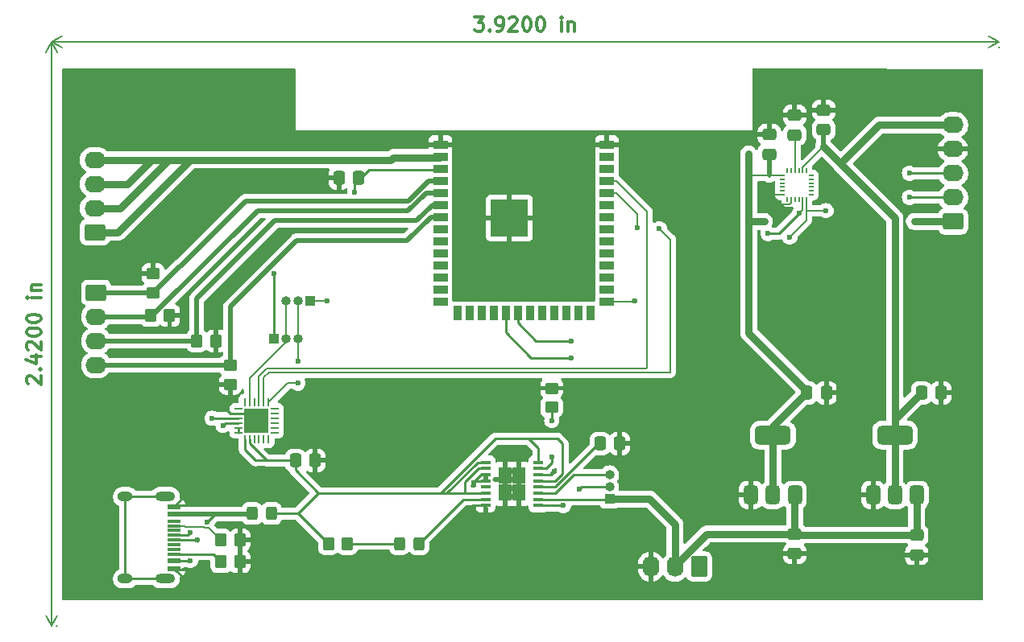
<source format=gbr>
%TF.GenerationSoftware,KiCad,Pcbnew,8.0.5*%
%TF.CreationDate,2024-10-22T09:55:14-05:00*%
%TF.ProjectId,golf_club_draft,676f6c66-5f63-46c7-9562-5f6472616674,rev?*%
%TF.SameCoordinates,Original*%
%TF.FileFunction,Copper,L1,Top*%
%TF.FilePolarity,Positive*%
%FSLAX46Y46*%
G04 Gerber Fmt 4.6, Leading zero omitted, Abs format (unit mm)*
G04 Created by KiCad (PCBNEW 8.0.5) date 2024-10-22 09:55:14*
%MOMM*%
%LPD*%
G01*
G04 APERTURE LIST*
G04 Aperture macros list*
%AMRoundRect*
0 Rectangle with rounded corners*
0 $1 Rounding radius*
0 $2 $3 $4 $5 $6 $7 $8 $9 X,Y pos of 4 corners*
0 Add a 4 corners polygon primitive as box body*
4,1,4,$2,$3,$4,$5,$6,$7,$8,$9,$2,$3,0*
0 Add four circle primitives for the rounded corners*
1,1,$1+$1,$2,$3*
1,1,$1+$1,$4,$5*
1,1,$1+$1,$6,$7*
1,1,$1+$1,$8,$9*
0 Add four rect primitives between the rounded corners*
20,1,$1+$1,$2,$3,$4,$5,0*
20,1,$1+$1,$4,$5,$6,$7,0*
20,1,$1+$1,$6,$7,$8,$9,0*
20,1,$1+$1,$8,$9,$2,$3,0*%
G04 Aperture macros list end*
%ADD10C,0.300000*%
%TA.AperFunction,NonConductor*%
%ADD11C,0.300000*%
%TD*%
%TA.AperFunction,NonConductor*%
%ADD12C,0.200000*%
%TD*%
%TA.AperFunction,SMDPad,CuDef*%
%ADD13RoundRect,0.250000X0.475000X-0.337500X0.475000X0.337500X-0.475000X0.337500X-0.475000X-0.337500X0*%
%TD*%
%TA.AperFunction,SMDPad,CuDef*%
%ADD14RoundRect,0.250000X0.325000X0.450000X-0.325000X0.450000X-0.325000X-0.450000X0.325000X-0.450000X0*%
%TD*%
%TA.AperFunction,ComponentPad*%
%ADD15R,1.000000X1.000000*%
%TD*%
%TA.AperFunction,ComponentPad*%
%ADD16O,1.000000X1.000000*%
%TD*%
%TA.AperFunction,SMDPad,CuDef*%
%ADD17RoundRect,0.250000X-0.350000X-0.450000X0.350000X-0.450000X0.350000X0.450000X-0.350000X0.450000X0*%
%TD*%
%TA.AperFunction,ComponentPad*%
%ADD18RoundRect,0.250000X0.845000X-0.620000X0.845000X0.620000X-0.845000X0.620000X-0.845000X-0.620000X0*%
%TD*%
%TA.AperFunction,ComponentPad*%
%ADD19O,2.190000X1.740000*%
%TD*%
%TA.AperFunction,SMDPad,CuDef*%
%ADD20RoundRect,0.250000X0.450000X-0.350000X0.450000X0.350000X-0.450000X0.350000X-0.450000X-0.350000X0*%
%TD*%
%TA.AperFunction,SMDPad,CuDef*%
%ADD21RoundRect,0.250000X-0.475000X0.337500X-0.475000X-0.337500X0.475000X-0.337500X0.475000X0.337500X0*%
%TD*%
%TA.AperFunction,SMDPad,CuDef*%
%ADD22RoundRect,0.250000X-0.337500X-0.475000X0.337500X-0.475000X0.337500X0.475000X-0.337500X0.475000X0*%
%TD*%
%TA.AperFunction,ComponentPad*%
%ADD23RoundRect,0.250000X-0.845000X0.620000X-0.845000X-0.620000X0.845000X-0.620000X0.845000X0.620000X0*%
%TD*%
%TA.AperFunction,SMDPad,CuDef*%
%ADD24RoundRect,0.250000X0.350000X0.450000X-0.350000X0.450000X-0.350000X-0.450000X0.350000X-0.450000X0*%
%TD*%
%TA.AperFunction,SMDPad,CuDef*%
%ADD25R,1.050000X0.450000*%
%TD*%
%TA.AperFunction,SMDPad,CuDef*%
%ADD26R,1.470000X0.895000*%
%TD*%
%TA.AperFunction,SMDPad,CuDef*%
%ADD27RoundRect,0.375000X0.375000X-0.625000X0.375000X0.625000X-0.375000X0.625000X-0.375000X-0.625000X0*%
%TD*%
%TA.AperFunction,SMDPad,CuDef*%
%ADD28RoundRect,0.500000X1.400000X-0.500000X1.400000X0.500000X-1.400000X0.500000X-1.400000X-0.500000X0*%
%TD*%
%TA.AperFunction,SMDPad,CuDef*%
%ADD29RoundRect,0.250000X-0.450000X0.350000X-0.450000X-0.350000X0.450000X-0.350000X0.450000X0.350000X0*%
%TD*%
%TA.AperFunction,SMDPad,CuDef*%
%ADD30R,1.500000X0.900000*%
%TD*%
%TA.AperFunction,SMDPad,CuDef*%
%ADD31R,0.900000X1.500000*%
%TD*%
%TA.AperFunction,HeatsinkPad*%
%ADD32C,0.600000*%
%TD*%
%TA.AperFunction,SMDPad,CuDef*%
%ADD33R,3.900000X3.900000*%
%TD*%
%TA.AperFunction,ComponentPad*%
%ADD34RoundRect,0.250000X0.620000X0.845000X-0.620000X0.845000X-0.620000X-0.845000X0.620000X-0.845000X0*%
%TD*%
%TA.AperFunction,ComponentPad*%
%ADD35O,1.740000X2.190000*%
%TD*%
%TA.AperFunction,SMDPad,CuDef*%
%ADD36RoundRect,0.062500X-0.350000X-0.062500X0.350000X-0.062500X0.350000X0.062500X-0.350000X0.062500X0*%
%TD*%
%TA.AperFunction,SMDPad,CuDef*%
%ADD37RoundRect,0.062500X-0.062500X-0.350000X0.062500X-0.350000X0.062500X0.350000X-0.062500X0.350000X0*%
%TD*%
%TA.AperFunction,HeatsinkPad*%
%ADD38R,2.600000X2.600000*%
%TD*%
%TA.AperFunction,SMDPad,CuDef*%
%ADD39RoundRect,0.050000X0.225000X0.050000X-0.225000X0.050000X-0.225000X-0.050000X0.225000X-0.050000X0*%
%TD*%
%TA.AperFunction,SMDPad,CuDef*%
%ADD40RoundRect,0.050000X-0.050000X0.225000X-0.050000X-0.225000X0.050000X-0.225000X0.050000X0.225000X0*%
%TD*%
%TA.AperFunction,SMDPad,CuDef*%
%ADD41R,1.450000X0.600000*%
%TD*%
%TA.AperFunction,SMDPad,CuDef*%
%ADD42R,1.450000X0.300000*%
%TD*%
%TA.AperFunction,ComponentPad*%
%ADD43O,2.100000X1.000000*%
%TD*%
%TA.AperFunction,ComponentPad*%
%ADD44O,1.600000X1.000000*%
%TD*%
%TA.AperFunction,ViaPad*%
%ADD45C,0.600000*%
%TD*%
%TA.AperFunction,Conductor*%
%ADD46C,0.254000*%
%TD*%
%TA.AperFunction,Conductor*%
%ADD47C,0.508000*%
%TD*%
%TA.AperFunction,Conductor*%
%ADD48C,0.762000*%
%TD*%
%TA.AperFunction,Conductor*%
%ADD49C,0.152400*%
%TD*%
%TA.AperFunction,Conductor*%
%ADD50C,0.200000*%
%TD*%
G04 APERTURE END LIST*
D10*
D11*
X160921572Y-35478328D02*
X161850144Y-35478328D01*
X161850144Y-35478328D02*
X161350144Y-36049757D01*
X161350144Y-36049757D02*
X161564429Y-36049757D01*
X161564429Y-36049757D02*
X161707287Y-36121185D01*
X161707287Y-36121185D02*
X161778715Y-36192614D01*
X161778715Y-36192614D02*
X161850144Y-36335471D01*
X161850144Y-36335471D02*
X161850144Y-36692614D01*
X161850144Y-36692614D02*
X161778715Y-36835471D01*
X161778715Y-36835471D02*
X161707287Y-36906900D01*
X161707287Y-36906900D02*
X161564429Y-36978328D01*
X161564429Y-36978328D02*
X161135858Y-36978328D01*
X161135858Y-36978328D02*
X160993001Y-36906900D01*
X160993001Y-36906900D02*
X160921572Y-36835471D01*
X162493000Y-36835471D02*
X162564429Y-36906900D01*
X162564429Y-36906900D02*
X162493000Y-36978328D01*
X162493000Y-36978328D02*
X162421572Y-36906900D01*
X162421572Y-36906900D02*
X162493000Y-36835471D01*
X162493000Y-36835471D02*
X162493000Y-36978328D01*
X163278715Y-36978328D02*
X163564429Y-36978328D01*
X163564429Y-36978328D02*
X163707286Y-36906900D01*
X163707286Y-36906900D02*
X163778715Y-36835471D01*
X163778715Y-36835471D02*
X163921572Y-36621185D01*
X163921572Y-36621185D02*
X163993001Y-36335471D01*
X163993001Y-36335471D02*
X163993001Y-35764042D01*
X163993001Y-35764042D02*
X163921572Y-35621185D01*
X163921572Y-35621185D02*
X163850144Y-35549757D01*
X163850144Y-35549757D02*
X163707286Y-35478328D01*
X163707286Y-35478328D02*
X163421572Y-35478328D01*
X163421572Y-35478328D02*
X163278715Y-35549757D01*
X163278715Y-35549757D02*
X163207286Y-35621185D01*
X163207286Y-35621185D02*
X163135858Y-35764042D01*
X163135858Y-35764042D02*
X163135858Y-36121185D01*
X163135858Y-36121185D02*
X163207286Y-36264042D01*
X163207286Y-36264042D02*
X163278715Y-36335471D01*
X163278715Y-36335471D02*
X163421572Y-36406900D01*
X163421572Y-36406900D02*
X163707286Y-36406900D01*
X163707286Y-36406900D02*
X163850144Y-36335471D01*
X163850144Y-36335471D02*
X163921572Y-36264042D01*
X163921572Y-36264042D02*
X163993001Y-36121185D01*
X164564429Y-35621185D02*
X164635857Y-35549757D01*
X164635857Y-35549757D02*
X164778715Y-35478328D01*
X164778715Y-35478328D02*
X165135857Y-35478328D01*
X165135857Y-35478328D02*
X165278715Y-35549757D01*
X165278715Y-35549757D02*
X165350143Y-35621185D01*
X165350143Y-35621185D02*
X165421572Y-35764042D01*
X165421572Y-35764042D02*
X165421572Y-35906900D01*
X165421572Y-35906900D02*
X165350143Y-36121185D01*
X165350143Y-36121185D02*
X164493000Y-36978328D01*
X164493000Y-36978328D02*
X165421572Y-36978328D01*
X166350143Y-35478328D02*
X166493000Y-35478328D01*
X166493000Y-35478328D02*
X166635857Y-35549757D01*
X166635857Y-35549757D02*
X166707286Y-35621185D01*
X166707286Y-35621185D02*
X166778714Y-35764042D01*
X166778714Y-35764042D02*
X166850143Y-36049757D01*
X166850143Y-36049757D02*
X166850143Y-36406900D01*
X166850143Y-36406900D02*
X166778714Y-36692614D01*
X166778714Y-36692614D02*
X166707286Y-36835471D01*
X166707286Y-36835471D02*
X166635857Y-36906900D01*
X166635857Y-36906900D02*
X166493000Y-36978328D01*
X166493000Y-36978328D02*
X166350143Y-36978328D01*
X166350143Y-36978328D02*
X166207286Y-36906900D01*
X166207286Y-36906900D02*
X166135857Y-36835471D01*
X166135857Y-36835471D02*
X166064428Y-36692614D01*
X166064428Y-36692614D02*
X165993000Y-36406900D01*
X165993000Y-36406900D02*
X165993000Y-36049757D01*
X165993000Y-36049757D02*
X166064428Y-35764042D01*
X166064428Y-35764042D02*
X166135857Y-35621185D01*
X166135857Y-35621185D02*
X166207286Y-35549757D01*
X166207286Y-35549757D02*
X166350143Y-35478328D01*
X167778714Y-35478328D02*
X167921571Y-35478328D01*
X167921571Y-35478328D02*
X168064428Y-35549757D01*
X168064428Y-35549757D02*
X168135857Y-35621185D01*
X168135857Y-35621185D02*
X168207285Y-35764042D01*
X168207285Y-35764042D02*
X168278714Y-36049757D01*
X168278714Y-36049757D02*
X168278714Y-36406900D01*
X168278714Y-36406900D02*
X168207285Y-36692614D01*
X168207285Y-36692614D02*
X168135857Y-36835471D01*
X168135857Y-36835471D02*
X168064428Y-36906900D01*
X168064428Y-36906900D02*
X167921571Y-36978328D01*
X167921571Y-36978328D02*
X167778714Y-36978328D01*
X167778714Y-36978328D02*
X167635857Y-36906900D01*
X167635857Y-36906900D02*
X167564428Y-36835471D01*
X167564428Y-36835471D02*
X167492999Y-36692614D01*
X167492999Y-36692614D02*
X167421571Y-36406900D01*
X167421571Y-36406900D02*
X167421571Y-36049757D01*
X167421571Y-36049757D02*
X167492999Y-35764042D01*
X167492999Y-35764042D02*
X167564428Y-35621185D01*
X167564428Y-35621185D02*
X167635857Y-35549757D01*
X167635857Y-35549757D02*
X167778714Y-35478328D01*
X170064427Y-36978328D02*
X170064427Y-35978328D01*
X170064427Y-35478328D02*
X169992999Y-35549757D01*
X169992999Y-35549757D02*
X170064427Y-35621185D01*
X170064427Y-35621185D02*
X170135856Y-35549757D01*
X170135856Y-35549757D02*
X170064427Y-35478328D01*
X170064427Y-35478328D02*
X170064427Y-35621185D01*
X170778713Y-35978328D02*
X170778713Y-36978328D01*
X170778713Y-36121185D02*
X170850142Y-36049757D01*
X170850142Y-36049757D02*
X170992999Y-35978328D01*
X170992999Y-35978328D02*
X171207285Y-35978328D01*
X171207285Y-35978328D02*
X171350142Y-36049757D01*
X171350142Y-36049757D02*
X171421571Y-36192614D01*
X171421571Y-36192614D02*
X171421571Y-36978328D01*
D12*
X216027000Y-38600000D02*
X216027000Y-38686420D01*
X116459000Y-38600000D02*
X116459000Y-38686420D01*
X216027000Y-38100000D02*
X116459000Y-38100000D01*
X216027000Y-38100000D02*
X116459000Y-38100000D01*
X216027000Y-38100000D02*
X214900496Y-38686421D01*
X216027000Y-38100000D02*
X214900496Y-37513579D01*
X116459000Y-38100000D02*
X117585504Y-37513579D01*
X116459000Y-38100000D02*
X117585504Y-38686421D01*
D10*
D11*
X113980185Y-74083998D02*
X113908757Y-74012570D01*
X113908757Y-74012570D02*
X113837328Y-73869713D01*
X113837328Y-73869713D02*
X113837328Y-73512570D01*
X113837328Y-73512570D02*
X113908757Y-73369713D01*
X113908757Y-73369713D02*
X113980185Y-73298284D01*
X113980185Y-73298284D02*
X114123042Y-73226855D01*
X114123042Y-73226855D02*
X114265900Y-73226855D01*
X114265900Y-73226855D02*
X114480185Y-73298284D01*
X114480185Y-73298284D02*
X115337328Y-74155427D01*
X115337328Y-74155427D02*
X115337328Y-73226855D01*
X115194471Y-72583999D02*
X115265900Y-72512570D01*
X115265900Y-72512570D02*
X115337328Y-72583999D01*
X115337328Y-72583999D02*
X115265900Y-72655427D01*
X115265900Y-72655427D02*
X115194471Y-72583999D01*
X115194471Y-72583999D02*
X115337328Y-72583999D01*
X114337328Y-71226856D02*
X115337328Y-71226856D01*
X113765900Y-71583998D02*
X114837328Y-71941141D01*
X114837328Y-71941141D02*
X114837328Y-71012570D01*
X113980185Y-70512570D02*
X113908757Y-70441142D01*
X113908757Y-70441142D02*
X113837328Y-70298285D01*
X113837328Y-70298285D02*
X113837328Y-69941142D01*
X113837328Y-69941142D02*
X113908757Y-69798285D01*
X113908757Y-69798285D02*
X113980185Y-69726856D01*
X113980185Y-69726856D02*
X114123042Y-69655427D01*
X114123042Y-69655427D02*
X114265900Y-69655427D01*
X114265900Y-69655427D02*
X114480185Y-69726856D01*
X114480185Y-69726856D02*
X115337328Y-70583999D01*
X115337328Y-70583999D02*
X115337328Y-69655427D01*
X113837328Y-68726856D02*
X113837328Y-68583999D01*
X113837328Y-68583999D02*
X113908757Y-68441142D01*
X113908757Y-68441142D02*
X113980185Y-68369714D01*
X113980185Y-68369714D02*
X114123042Y-68298285D01*
X114123042Y-68298285D02*
X114408757Y-68226856D01*
X114408757Y-68226856D02*
X114765900Y-68226856D01*
X114765900Y-68226856D02*
X115051614Y-68298285D01*
X115051614Y-68298285D02*
X115194471Y-68369714D01*
X115194471Y-68369714D02*
X115265900Y-68441142D01*
X115265900Y-68441142D02*
X115337328Y-68583999D01*
X115337328Y-68583999D02*
X115337328Y-68726856D01*
X115337328Y-68726856D02*
X115265900Y-68869714D01*
X115265900Y-68869714D02*
X115194471Y-68941142D01*
X115194471Y-68941142D02*
X115051614Y-69012571D01*
X115051614Y-69012571D02*
X114765900Y-69083999D01*
X114765900Y-69083999D02*
X114408757Y-69083999D01*
X114408757Y-69083999D02*
X114123042Y-69012571D01*
X114123042Y-69012571D02*
X113980185Y-68941142D01*
X113980185Y-68941142D02*
X113908757Y-68869714D01*
X113908757Y-68869714D02*
X113837328Y-68726856D01*
X113837328Y-67298285D02*
X113837328Y-67155428D01*
X113837328Y-67155428D02*
X113908757Y-67012571D01*
X113908757Y-67012571D02*
X113980185Y-66941143D01*
X113980185Y-66941143D02*
X114123042Y-66869714D01*
X114123042Y-66869714D02*
X114408757Y-66798285D01*
X114408757Y-66798285D02*
X114765900Y-66798285D01*
X114765900Y-66798285D02*
X115051614Y-66869714D01*
X115051614Y-66869714D02*
X115194471Y-66941143D01*
X115194471Y-66941143D02*
X115265900Y-67012571D01*
X115265900Y-67012571D02*
X115337328Y-67155428D01*
X115337328Y-67155428D02*
X115337328Y-67298285D01*
X115337328Y-67298285D02*
X115265900Y-67441143D01*
X115265900Y-67441143D02*
X115194471Y-67512571D01*
X115194471Y-67512571D02*
X115051614Y-67584000D01*
X115051614Y-67584000D02*
X114765900Y-67655428D01*
X114765900Y-67655428D02*
X114408757Y-67655428D01*
X114408757Y-67655428D02*
X114123042Y-67584000D01*
X114123042Y-67584000D02*
X113980185Y-67512571D01*
X113980185Y-67512571D02*
X113908757Y-67441143D01*
X113908757Y-67441143D02*
X113837328Y-67298285D01*
X115337328Y-65012572D02*
X114337328Y-65012572D01*
X113837328Y-65012572D02*
X113908757Y-65084000D01*
X113908757Y-65084000D02*
X113980185Y-65012572D01*
X113980185Y-65012572D02*
X113908757Y-64941143D01*
X113908757Y-64941143D02*
X113837328Y-65012572D01*
X113837328Y-65012572D02*
X113980185Y-65012572D01*
X114337328Y-64298286D02*
X115337328Y-64298286D01*
X114480185Y-64298286D02*
X114408757Y-64226857D01*
X114408757Y-64226857D02*
X114337328Y-64084000D01*
X114337328Y-64084000D02*
X114337328Y-63869714D01*
X114337328Y-63869714D02*
X114408757Y-63726857D01*
X114408757Y-63726857D02*
X114551614Y-63655429D01*
X114551614Y-63655429D02*
X115337328Y-63655429D01*
D12*
X116959000Y-38100000D02*
X117045420Y-38100000D01*
X116959000Y-99568000D02*
X117045420Y-99568000D01*
X116459000Y-38100000D02*
X116459000Y-99568000D01*
X116459000Y-38100000D02*
X116459000Y-99568000D01*
X116459000Y-38100000D02*
X117045421Y-39226504D01*
X116459000Y-38100000D02*
X115872579Y-39226504D01*
X116459000Y-99568000D02*
X115872579Y-98441496D01*
X116459000Y-99568000D02*
X117045421Y-98441496D01*
D13*
%TO.P,C10,1*%
%TO.N,/3V3*%
X191897000Y-49932500D03*
%TO.P,C10,2*%
%TO.N,GND*%
X191897000Y-47857500D03*
%TD*%
D14*
%TO.P,D2,1,K*%
%TO.N,/VIN*%
X139582000Y-87757000D03*
%TO.P,D2,2,A*%
%TO.N,Net-(D2-A)*%
X137532000Y-87757000D03*
%TD*%
D15*
%TO.P,Q1,1,C*%
%TO.N,/VBATT*%
X175108000Y-86238000D03*
D16*
%TO.P,Q1,2,B*%
%TO.N,Net-(BATTCHARGER1-DRIVE)*%
X175108000Y-84968000D03*
%TO.P,Q1,3,E*%
%TO.N,Net-(BATTCHARGER1-SENSE)*%
X175108000Y-83698000D03*
%TD*%
D17*
%TO.P,R5,1*%
%TO.N,Net-(J1-CC2)*%
X134255000Y-92837000D03*
%TO.P,R5,2*%
%TO.N,GND*%
X136255000Y-92837000D03*
%TD*%
D18*
%TO.P,FSR_V1,1,Pin_1*%
%TO.N,/3V3*%
X121031000Y-58166000D03*
D19*
%TO.P,FSR_V1,2,Pin_2*%
X121031000Y-55626000D03*
%TO.P,FSR_V1,3,Pin_3*%
X121031000Y-53086000D03*
%TO.P,FSR_V1,4,Pin_4*%
X121031000Y-50546000D03*
%TD*%
D14*
%TO.P,D1,1,K*%
%TO.N,Net-(BATTCHARGER1-~{CHRG})*%
X155076000Y-90932000D03*
%TO.P,D1,2,A*%
%TO.N,Net-(D1-A)*%
X153026000Y-90932000D03*
%TD*%
D15*
%TO.P,Q3,1,C*%
%TO.N,/GPIO0*%
X143637000Y-65405000D03*
D16*
%TO.P,Q3,2,B*%
%TO.N,/RTS*%
X142367000Y-65405000D03*
%TO.P,Q3,3,E*%
%TO.N,/DTR*%
X141097000Y-65405000D03*
%TD*%
D20*
%TO.P,R3,1*%
%TO.N,Net-(BATTCHARGER1-PROG)*%
X169037000Y-76565000D03*
%TO.P,R3,2*%
%TO.N,GND*%
X169037000Y-74565000D03*
%TD*%
D21*
%TO.P,C9,1*%
%TO.N,GND*%
X197612000Y-45296000D03*
%TO.P,C9,2*%
%TO.N,/1V8*%
X197612000Y-47371000D03*
%TD*%
D22*
%TO.P,C7,1*%
%TO.N,GND*%
X146663500Y-52451000D03*
%TO.P,C7,2*%
%TO.N,/RESET*%
X148738500Y-52451000D03*
%TD*%
D21*
%TO.P,C1,1*%
%TO.N,/VBATT*%
X194564000Y-89916000D03*
%TO.P,C1,2*%
%TO.N,GND*%
X194564000Y-91991000D03*
%TD*%
D22*
%TO.P,C4,1*%
%TO.N,/1V8*%
X207877500Y-75057000D03*
%TO.P,C4,2*%
%TO.N,GND*%
X209952500Y-75057000D03*
%TD*%
D23*
%TO.P,FSR_IO1,1,Pin_1*%
%TO.N,/FSR1*%
X121158000Y-64516000D03*
D19*
%TO.P,FSR_IO1,2,Pin_2*%
%TO.N,/FSR2*%
X121158000Y-67056000D03*
%TO.P,FSR_IO1,3,Pin_3*%
%TO.N,/FSR3*%
X121158000Y-69596000D03*
%TO.P,FSR_IO1,4,Pin_4*%
%TO.N,/FSR4*%
X121158000Y-72136000D03*
%TD*%
D24*
%TO.P,R7,1*%
%TO.N,GND*%
X128873000Y-66929000D03*
%TO.P,R7,2*%
%TO.N,/FSR2*%
X126873000Y-66929000D03*
%TD*%
D25*
%TO.P,BATTCHARGER1,1,DRIVE*%
%TO.N,Net-(BATTCHARGER1-DRIVE)*%
X167648000Y-86911500D03*
%TO.P,BATTCHARGER1,2,BAT*%
%TO.N,/VBATT*%
X167648000Y-86261500D03*
%TO.P,BATTCHARGER1,3,SENSE*%
%TO.N,Net-(BATTCHARGER1-SENSE)*%
X167648000Y-85611500D03*
%TO.P,BATTCHARGER1,4,TIMER*%
%TO.N,Net-(BATTCHARGER1-TIMER)*%
X167648000Y-84961500D03*
%TO.P,BATTCHARGER1,5,~{SHDN}*%
%TO.N,/VIN*%
X167648000Y-84311500D03*
%TO.P,BATTCHARGER1,6,PAUSE*%
%TO.N,GND*%
X167648000Y-83661500D03*
%TO.P,BATTCHARGER1,7,PROG*%
%TO.N,Net-(BATTCHARGER1-PROG)*%
X167648000Y-83011500D03*
%TO.P,BATTCHARGER1,8,ARCT*%
%TO.N,/VIN*%
X167648000Y-82361500D03*
%TO.P,BATTCHARGER1,9,SEL0*%
X162098000Y-82361500D03*
%TO.P,BATTCHARGER1,10,SEL1*%
X162098000Y-83011500D03*
%TO.P,BATTCHARGER1,11,NTC*%
%TO.N,GND*%
X162098000Y-83661500D03*
%TO.P,BATTCHARGER1,12,CHEM*%
X162098000Y-84311500D03*
%TO.P,BATTCHARGER1,13,~{ACP}*%
%TO.N,unconnected-(BATTCHARGER1-~{ACP}-Pad13)*%
X162098000Y-84961500D03*
%TO.P,BATTCHARGER1,14,V_{CC}*%
%TO.N,/VIN*%
X162098000Y-85611500D03*
%TO.P,BATTCHARGER1,15,~{CHRG}*%
%TO.N,Net-(BATTCHARGER1-~{CHRG})*%
X162098000Y-86261500D03*
%TO.P,BATTCHARGER1,16,GND*%
%TO.N,GND*%
X162098000Y-86911500D03*
D26*
%TO.P,BATTCHARGER1,17,GNDPAD*%
X165608000Y-85979000D03*
X165608000Y-85084000D03*
X165608000Y-84189000D03*
X165608000Y-83294000D03*
X164138000Y-85979000D03*
X164138000Y-85084000D03*
X164138000Y-84189000D03*
X164138000Y-83294000D03*
%TD*%
D27*
%TO.P,3V3LR1,1,GND*%
%TO.N,GND*%
X189978000Y-85802000D03*
%TO.P,3V3LR1,2,VO*%
%TO.N,/3V3*%
X192278000Y-85802000D03*
D28*
X192278000Y-79502000D03*
D27*
%TO.P,3V3LR1,3,VI*%
%TO.N,/VBATT*%
X194578000Y-85802000D03*
%TD*%
D29*
%TO.P,R6,1*%
%TO.N,GND*%
X127127000Y-62500000D03*
%TO.P,R6,2*%
%TO.N,/FSR1*%
X127127000Y-64500000D03*
%TD*%
D21*
%TO.P,C3,1*%
%TO.N,/VBATT*%
X207391000Y-90021500D03*
%TO.P,C3,2*%
%TO.N,GND*%
X207391000Y-92096500D03*
%TD*%
D27*
%TO.P,1V8LR1,1,GND*%
%TO.N,GND*%
X202805000Y-85802000D03*
%TO.P,1V8LR1,2,VO*%
%TO.N,/1V8*%
X205105000Y-85802000D03*
D28*
X205105000Y-79502000D03*
D27*
%TO.P,1V8LR1,3,VI*%
%TO.N,/VBATT*%
X207405000Y-85802000D03*
%TD*%
D30*
%TO.P,U3,1,GND*%
%TO.N,GND*%
X157339000Y-48919000D03*
%TO.P,U3,2,3V3*%
%TO.N,/3V3*%
X157339000Y-50189000D03*
%TO.P,U3,3,EN*%
%TO.N,/RESET*%
X157339000Y-51459000D03*
%TO.P,U3,4,IO4*%
%TO.N,/FSR1*%
X157339000Y-52729000D03*
%TO.P,U3,5,IO5*%
%TO.N,/FSR2*%
X157339000Y-53999000D03*
%TO.P,U3,6,IO6*%
%TO.N,/FSR3*%
X157339000Y-55269000D03*
%TO.P,U3,7,IO7*%
%TO.N,/FSR4*%
X157339000Y-56539000D03*
%TO.P,U3,8,IO15*%
%TO.N,unconnected-(U3-IO15-Pad8)*%
X157339000Y-57809000D03*
%TO.P,U3,9,IO16*%
%TO.N,unconnected-(U3-IO16-Pad9)*%
X157339000Y-59079000D03*
%TO.P,U3,10,IO17*%
%TO.N,unconnected-(U3-IO17-Pad10)*%
X157339000Y-60349000D03*
%TO.P,U3,11,IO18*%
%TO.N,unconnected-(U3-IO18-Pad11)*%
X157339000Y-61619000D03*
%TO.P,U3,12,IO8*%
%TO.N,unconnected-(U3-IO8-Pad12)*%
X157339000Y-62889000D03*
%TO.P,U3,13,IO19*%
%TO.N,unconnected-(U3-IO19-Pad13)*%
X157339000Y-64159000D03*
%TO.P,U3,14,IO20*%
%TO.N,unconnected-(U3-IO20-Pad14)*%
X157339000Y-65429000D03*
D31*
%TO.P,U3,15,IO3*%
%TO.N,unconnected-(U3-IO3-Pad15)*%
X159104000Y-66679000D03*
%TO.P,U3,16,IO46*%
%TO.N,unconnected-(U3-IO46-Pad16)*%
X160374000Y-66679000D03*
%TO.P,U3,17,IO9*%
%TO.N,unconnected-(U3-IO9-Pad17)*%
X161644000Y-66679000D03*
%TO.P,U3,18,IO10*%
%TO.N,unconnected-(U3-IO10-Pad18)*%
X162914000Y-66679000D03*
%TO.P,U3,19,IO11*%
%TO.N,/SDA*%
X164184000Y-66679000D03*
%TO.P,U3,20,IO12*%
%TO.N,/SCL*%
X165454000Y-66679000D03*
%TO.P,U3,21,IO13*%
%TO.N,unconnected-(U3-IO13-Pad21)*%
X166724000Y-66679000D03*
%TO.P,U3,22,IO14*%
%TO.N,unconnected-(U3-IO14-Pad22)*%
X167994000Y-66679000D03*
%TO.P,U3,23,IO21*%
%TO.N,unconnected-(U3-IO21-Pad23)*%
X169264000Y-66679000D03*
%TO.P,U3,24,IO47*%
%TO.N,unconnected-(U3-IO47-Pad24)*%
X170534000Y-66679000D03*
%TO.P,U3,25,IO48*%
%TO.N,unconnected-(U3-IO48-Pad25)*%
X171804000Y-66679000D03*
%TO.P,U3,26,IO45*%
%TO.N,unconnected-(U3-IO45-Pad26)*%
X173074000Y-66679000D03*
D30*
%TO.P,U3,27,IO0*%
%TO.N,/GPIO0*%
X174839000Y-65429000D03*
%TO.P,U3,28,IO35*%
%TO.N,unconnected-(U3-IO35-Pad28)*%
X174839000Y-64159000D03*
%TO.P,U3,29,IO36*%
%TO.N,unconnected-(U3-IO36-Pad29)*%
X174839000Y-62889000D03*
%TO.P,U3,30,IO37*%
%TO.N,unconnected-(U3-IO37-Pad30)*%
X174839000Y-61619000D03*
%TO.P,U3,31,IO38*%
%TO.N,unconnected-(U3-IO38-Pad31)*%
X174839000Y-60349000D03*
%TO.P,U3,32,IO39*%
%TO.N,unconnected-(U3-IO39-Pad32)*%
X174839000Y-59079000D03*
%TO.P,U3,33,IO40*%
%TO.N,unconnected-(U3-IO40-Pad33)*%
X174839000Y-57809000D03*
%TO.P,U3,34,IO41*%
%TO.N,unconnected-(U3-IO41-Pad34)*%
X174839000Y-56539000D03*
%TO.P,U3,35,IO42*%
%TO.N,unconnected-(U3-IO42-Pad35)*%
X174839000Y-55269000D03*
%TO.P,U3,36,RXD0*%
%TO.N,/RXD*%
X174839000Y-53999000D03*
%TO.P,U3,37,TXD0*%
%TO.N,/TXD*%
X174839000Y-52729000D03*
%TO.P,U3,38,IO2*%
%TO.N,unconnected-(U3-IO2-Pad38)*%
X174839000Y-51459000D03*
%TO.P,U3,39,IO1*%
%TO.N,unconnected-(U3-IO1-Pad39)*%
X174839000Y-50189000D03*
%TO.P,U3,40,GND*%
%TO.N,GND*%
X174839000Y-48919000D03*
D32*
%TO.P,U3,41,GND*%
X163189000Y-55939000D03*
X163189000Y-57339000D03*
X163889000Y-55239000D03*
X163889000Y-56639000D03*
X163889000Y-58039000D03*
X164589000Y-55939000D03*
D33*
X164589000Y-56639000D03*
D32*
X164589000Y-57339000D03*
X165289000Y-55239000D03*
X165289000Y-56639000D03*
X165289000Y-58039000D03*
X165989000Y-55939000D03*
X165989000Y-57339000D03*
%TD*%
D34*
%TO.P,BATTIO1,1,Pin_1*%
%TO.N,unconnected-(BATTIO1-Pin_1-Pad1)*%
X184531000Y-93345000D03*
D35*
%TO.P,BATTIO1,2,Pin_2*%
%TO.N,/VBATT*%
X181991000Y-93345000D03*
%TO.P,BATTIO1,3,Pin_3*%
%TO.N,GND*%
X179451000Y-93345000D03*
%TD*%
D17*
%TO.P,R1,1*%
%TO.N,/VIN*%
X145558000Y-90932000D03*
%TO.P,R1,2*%
%TO.N,Net-(D1-A)*%
X147558000Y-90932000D03*
%TD*%
D18*
%TO.P,IMU_IO1,1,Pin_1*%
%TO.N,/3V3*%
X211201000Y-57023000D03*
D19*
%TO.P,IMU_IO1,2,Pin_2*%
%TO.N,/SDA*%
X211201000Y-54483000D03*
%TO.P,IMU_IO1,3,Pin_3*%
%TO.N,/SCL*%
X211201000Y-51943000D03*
%TO.P,IMU_IO1,4,Pin_4*%
%TO.N,GND*%
X211201000Y-49403000D03*
%TO.P,IMU_IO1,5,Pin_5*%
%TO.N,/1V8*%
X211201000Y-46863000D03*
%TD*%
D17*
%TO.P,R4,1*%
%TO.N,Net-(J1-CC1)*%
X134255000Y-90551000D03*
%TO.P,R4,2*%
%TO.N,GND*%
X136255000Y-90551000D03*
%TD*%
D24*
%TO.P,R8,1*%
%TO.N,GND*%
X133715000Y-69596000D03*
%TO.P,R8,2*%
%TO.N,/FSR3*%
X131715000Y-69596000D03*
%TD*%
D20*
%TO.P,R9,1*%
%TO.N,GND*%
X135255000Y-74152000D03*
%TO.P,R9,2*%
%TO.N,/FSR4*%
X135255000Y-72152000D03*
%TD*%
D36*
%TO.P,U2,1,~{RI}*%
%TO.N,unconnected-(U2-~{RI}-Pad1)*%
X136079000Y-76748000D03*
%TO.P,U2,2,GND*%
%TO.N,GND*%
X136079000Y-77248000D03*
%TO.P,U2,3,D+*%
%TO.N,/D+*%
X136079000Y-77748000D03*
%TO.P,U2,4,D-*%
%TO.N,/D-*%
X136079000Y-78248000D03*
%TO.P,U2,5,VIO*%
%TO.N,Net-(U2-VDD)*%
X136079000Y-78748000D03*
%TO.P,U2,6,VDD*%
X136079000Y-79248000D03*
D37*
%TO.P,U2,7,REGIN*%
%TO.N,/VIN*%
X136766500Y-79935500D03*
%TO.P,U2,8,VBUS*%
X137266500Y-79935500D03*
%TO.P,U2,9,~{RST}*%
%TO.N,unconnected-(U2-~{RST}-Pad9)*%
X137766500Y-79935500D03*
%TO.P,U2,10,NC*%
%TO.N,unconnected-(U2-NC-Pad10)*%
X138266500Y-79935500D03*
%TO.P,U2,11,GPIO.3*%
%TO.N,unconnected-(U2-GPIO.3-Pad11)*%
X138766500Y-79935500D03*
%TO.P,U2,12,RS485/GPIO.2*%
%TO.N,unconnected-(U2-RS485{slash}GPIO.2-Pad12)*%
X139266500Y-79935500D03*
D36*
%TO.P,U2,13,RXT/GPIO.1*%
%TO.N,unconnected-(U2-RXT{slash}GPIO.1-Pad13)*%
X139954000Y-79248000D03*
%TO.P,U2,14,TXT/GPIO.0*%
%TO.N,unconnected-(U2-TXT{slash}GPIO.0-Pad14)*%
X139954000Y-78748000D03*
%TO.P,U2,15,~{SUSPEND}*%
%TO.N,unconnected-(U2-~{SUSPEND}-Pad15)*%
X139954000Y-78248000D03*
%TO.P,U2,16,VPP*%
%TO.N,unconnected-(U2-VPP-Pad16)*%
X139954000Y-77748000D03*
%TO.P,U2,17,SUSPEND*%
%TO.N,unconnected-(U2-SUSPEND-Pad17)*%
X139954000Y-77248000D03*
%TO.P,U2,18,~{CTS}*%
%TO.N,unconnected-(U2-~{CTS}-Pad18)*%
X139954000Y-76748000D03*
D37*
%TO.P,U2,19,~{RTS}*%
%TO.N,/RTS*%
X139266500Y-76060500D03*
%TO.P,U2,20,RXD*%
%TO.N,/RXD*%
X138766500Y-76060500D03*
%TO.P,U2,21,TXD*%
%TO.N,/TXD*%
X138266500Y-76060500D03*
%TO.P,U2,22,~{DSR}*%
%TO.N,unconnected-(U2-~{DSR}-Pad22)*%
X137766500Y-76060500D03*
%TO.P,U2,23,~{DTR}*%
%TO.N,/DTR*%
X137266500Y-76060500D03*
%TO.P,U2,24,~{DCD}*%
%TO.N,unconnected-(U2-~{DCD}-Pad24)*%
X136766500Y-76060500D03*
D38*
%TO.P,U2,25,GND*%
%TO.N,GND*%
X138016500Y-77998000D03*
%TD*%
D22*
%TO.P,C2,1*%
%TO.N,/3V3*%
X195812500Y-75057000D03*
%TO.P,C2,2*%
%TO.N,GND*%
X197887500Y-75057000D03*
%TD*%
D39*
%TO.P,U1,1,NC*%
%TO.N,unconnected-(U1-NC-Pad1)*%
X196302000Y-54189000D03*
%TO.P,U1,2,NC*%
%TO.N,unconnected-(U1-NC-Pad2)*%
X196302000Y-53789000D03*
%TO.P,U1,3,NC*%
%TO.N,unconnected-(U1-NC-Pad3)*%
X196302000Y-53389000D03*
%TO.P,U1,4,NC*%
%TO.N,unconnected-(U1-NC-Pad4)*%
X196302000Y-52989000D03*
%TO.P,U1,5,NC*%
%TO.N,unconnected-(U1-NC-Pad5)*%
X196302000Y-52589000D03*
%TO.P,U1,6,NC*%
%TO.N,unconnected-(U1-NC-Pad6)*%
X196302000Y-52189000D03*
D40*
%TO.P,U1,7,AUX_CL*%
%TO.N,unconnected-(U1-AUX_CL-Pad7)*%
X195802000Y-51689000D03*
%TO.P,U1,8,VDDIO*%
%TO.N,/1V8*%
X195402000Y-51689000D03*
%TO.P,U1,9,SDO/AD0*%
%TO.N,unconnected-(U1-SDO{slash}AD0-Pad9)*%
X195002000Y-51689000D03*
%TO.P,U1,10,REGOUT*%
%TO.N,Net-(U1-REGOUT)*%
X194602000Y-51689000D03*
%TO.P,U1,11,FSYNC*%
%TO.N,unconnected-(U1-FSYNC-Pad11)*%
X194202000Y-51689000D03*
%TO.P,U1,12,INT1*%
%TO.N,unconnected-(U1-INT1-Pad12)*%
X193802000Y-51689000D03*
D39*
%TO.P,U1,13,VDD*%
%TO.N,/3V3*%
X193302000Y-52189000D03*
%TO.P,U1,14,NC*%
%TO.N,unconnected-(U1-NC-Pad14)*%
X193302000Y-52589000D03*
%TO.P,U1,15,NC*%
%TO.N,unconnected-(U1-NC-Pad15)*%
X193302000Y-52989000D03*
%TO.P,U1,16,NC*%
%TO.N,unconnected-(U1-NC-Pad16)*%
X193302000Y-53389000D03*
%TO.P,U1,17,NC*%
%TO.N,unconnected-(U1-NC-Pad17)*%
X193302000Y-53789000D03*
%TO.P,U1,18,GND*%
%TO.N,GND*%
X193302000Y-54189000D03*
D40*
%TO.P,U1,19,RESV*%
%TO.N,unconnected-(U1-RESV-Pad19)*%
X193802000Y-54689000D03*
%TO.P,U1,20,GND*%
%TO.N,GND*%
X194202000Y-54689000D03*
%TO.P,U1,21,AUX_DA*%
%TO.N,unconnected-(U1-AUX_DA-Pad21)*%
X194602000Y-54689000D03*
%TO.P,U1,22,~{CS}*%
%TO.N,unconnected-(U1-~{CS}-Pad22)*%
X195002000Y-54689000D03*
%TO.P,U1,23,SCL/SCLK*%
%TO.N,/SCL*%
X195402000Y-54689000D03*
%TO.P,U1,24,SDA/SDI*%
%TO.N,/SDA*%
X195802000Y-54689000D03*
%TD*%
D15*
%TO.P,Q2,1,C*%
%TO.N,/RESET*%
X139827000Y-69342000D03*
D16*
%TO.P,Q2,2,B*%
%TO.N,/DTR*%
X141097000Y-69342000D03*
%TO.P,Q2,3,E*%
%TO.N,/RTS*%
X142367000Y-69342000D03*
%TD*%
D22*
%TO.P,C6,1*%
%TO.N,/VIN*%
X142091500Y-82169000D03*
%TO.P,C6,2*%
%TO.N,GND*%
X144166500Y-82169000D03*
%TD*%
D13*
%TO.P,C11,1*%
%TO.N,Net-(U1-REGOUT)*%
X194564000Y-47900500D03*
%TO.P,C11,2*%
%TO.N,GND*%
X194564000Y-45825500D03*
%TD*%
D22*
%TO.P,C5,1*%
%TO.N,Net-(BATTCHARGER1-TIMER)*%
X174095500Y-80391000D03*
%TO.P,C5,2*%
%TO.N,GND*%
X176170500Y-80391000D03*
%TD*%
D41*
%TO.P,J1,A1,GND*%
%TO.N,GND*%
X129312000Y-87045000D03*
%TO.P,J1,A4,VBUS*%
%TO.N,Net-(D2-A)*%
X129312000Y-87845000D03*
D42*
%TO.P,J1,A5,CC1*%
%TO.N,Net-(J1-CC1)*%
X129312000Y-89045000D03*
%TO.P,J1,A6,D+*%
%TO.N,/D+*%
X129312000Y-90045000D03*
%TO.P,J1,A7,D-*%
%TO.N,/D-*%
X129312000Y-90545000D03*
%TO.P,J1,A8,SBU1*%
%TO.N,unconnected-(J1-SBU1-PadA8)*%
X129312000Y-91545000D03*
D41*
%TO.P,J1,A9,VBUS*%
%TO.N,Net-(D2-A)*%
X129312000Y-92745000D03*
%TO.P,J1,A12,GND*%
%TO.N,GND*%
X129312000Y-93545000D03*
%TO.P,J1,B1,GND*%
X129312000Y-93545000D03*
%TO.P,J1,B4,VBUS*%
%TO.N,Net-(D2-A)*%
X129312000Y-92745000D03*
D42*
%TO.P,J1,B5,CC2*%
%TO.N,Net-(J1-CC2)*%
X129312000Y-92045000D03*
%TO.P,J1,B6,D+*%
%TO.N,unconnected-(J1-D+-PadB6)*%
X129312000Y-91045000D03*
%TO.P,J1,B7,D-*%
%TO.N,unconnected-(J1-D--PadB7)*%
X129312000Y-89545000D03*
%TO.P,J1,B8,SBU2*%
%TO.N,unconnected-(J1-SBU2-PadB8)*%
X129312000Y-88545000D03*
D41*
%TO.P,J1,B9,VBUS*%
%TO.N,Net-(D2-A)*%
X129312000Y-87845000D03*
%TO.P,J1,B12,GND*%
%TO.N,GND*%
X129312000Y-87045000D03*
D43*
%TO.P,J1,S1,SHIELD*%
%TO.N,unconnected-(J1-SHIELD-PadS1)*%
X128397000Y-85975000D03*
D44*
X124217000Y-85975000D03*
D43*
X128397000Y-94615000D03*
D44*
X124217000Y-94615000D03*
%TD*%
D45*
%TO.N,GND*%
X188087000Y-50927000D03*
X197231000Y-50927000D03*
X197231000Y-50927000D03*
X125603000Y-70866000D03*
X157988000Y-82296000D03*
X160837056Y-84547142D03*
%TO.N,Net-(BATTCHARGER1-DRIVE)*%
X171958000Y-85217000D03*
X170263500Y-86911500D03*
%TO.N,GND*%
X188087000Y-54229000D03*
X191897000Y-54229000D03*
%TO.N,/D+*%
X133350000Y-77724000D03*
%TO.N,/D-*%
X134493000Y-78486000D03*
%TO.N,/D+*%
X131064000Y-89789000D03*
%TO.N,/D-*%
X131826000Y-90551000D03*
%TO.N,GND*%
X129540000Y-84074000D03*
X124460000Y-84074000D03*
%TO.N,Net-(D2-A)*%
X132842000Y-88646000D03*
X131064000Y-92710000D03*
%TO.N,GND*%
X171513500Y-81089500D03*
X165227000Y-81407000D03*
X169291000Y-83312000D03*
%TO.N,Net-(BATTCHARGER1-PROG)*%
X169037000Y-81788000D03*
X169037000Y-77978000D03*
%TO.N,GND*%
X125603000Y-73660000D03*
X125603000Y-73660000D03*
X125603000Y-68326000D03*
X125603000Y-68326000D03*
%TO.N,/3V3*%
X207137000Y-57023000D03*
X191389000Y-57023000D03*
X189738000Y-58420000D03*
X152781000Y-50292000D03*
%TO.N,/RESET*%
X139827000Y-62484000D03*
X148336000Y-53975000D03*
%TO.N,/SCL*%
X191770000Y-58293000D03*
X195072000Y-56134000D03*
X206629000Y-51943000D03*
X171069000Y-69596000D03*
%TO.N,/SDA*%
X171069000Y-71374000D03*
X194056000Y-58674000D03*
X206629000Y-54483000D03*
X197866000Y-55880000D03*
%TO.N,/RTS*%
X142367000Y-71755000D03*
X142367000Y-71755000D03*
X142367000Y-74041000D03*
X142367000Y-71755000D03*
X142367000Y-71755000D03*
%TO.N,/GPIO0*%
X145415000Y-65405000D03*
X177800000Y-65405000D03*
X177800000Y-65405000D03*
%TO.N,/RXD*%
X178054000Y-57658000D03*
X180340000Y-57785000D03*
%TD*%
D46*
%TO.N,GND*%
X129359000Y-93545000D02*
X131445000Y-95631000D01*
X129312000Y-93545000D02*
X129359000Y-93545000D01*
X130302000Y-86055000D02*
X130302000Y-84455000D01*
X129312000Y-87045000D02*
X130302000Y-86055000D01*
X160738500Y-86911500D02*
X160274000Y-87376000D01*
X162098000Y-86911500D02*
X160738500Y-86911500D01*
D47*
%TO.N,/FSR2*%
X127070466Y-66929000D02*
X126873000Y-66929000D01*
X138119466Y-55880000D02*
X127070466Y-66929000D01*
X153931264Y-55880000D02*
X138119466Y-55880000D01*
X155812264Y-53999000D02*
X153931264Y-55880000D01*
X157339000Y-53999000D02*
X155812264Y-53999000D01*
X126746000Y-67056000D02*
X126873000Y-66929000D01*
X121158000Y-67056000D02*
X126746000Y-67056000D01*
D46*
%TO.N,Net-(U2-VDD)*%
X136079000Y-78748000D02*
X136079000Y-79248000D01*
%TO.N,unconnected-(J1-SHIELD-PadS1)*%
X124217000Y-94615000D02*
X128397000Y-94615000D01*
X124217000Y-85975000D02*
X124217000Y-94615000D01*
X128397000Y-85975000D02*
X124217000Y-85975000D01*
D48*
%TO.N,/1V8*%
X205105000Y-85802000D02*
X205105000Y-79502000D01*
%TO.N,/3V3*%
X192278000Y-85802000D02*
X192278000Y-79502000D01*
D46*
%TO.N,GND*%
X137266500Y-77248000D02*
X138016500Y-77998000D01*
X136079000Y-77248000D02*
X137266500Y-77248000D01*
X135287000Y-77248000D02*
X134620000Y-76581000D01*
X136079000Y-77248000D02*
X135287000Y-77248000D01*
X160925500Y-84311500D02*
X160845500Y-84391500D01*
X162098000Y-84311500D02*
X160925500Y-84311500D01*
X160845500Y-84391500D02*
X160782000Y-84455000D01*
X161575500Y-83661500D02*
X160845500Y-84391500D01*
X162098000Y-83661500D02*
X161575500Y-83661500D01*
%TO.N,Net-(BATTCHARGER1-DRIVE)*%
X172207000Y-84968000D02*
X175108000Y-84968000D01*
X171958000Y-85217000D02*
X172207000Y-84968000D01*
X167648000Y-86911500D02*
X170263500Y-86911500D01*
D49*
%TO.N,GND*%
X192913000Y-55245000D02*
X191897000Y-54229000D01*
X193983704Y-55245000D02*
X192913000Y-55245000D01*
X194202000Y-55026704D02*
X193983704Y-55245000D01*
X194202000Y-54689000D02*
X194202000Y-55026704D01*
X191937000Y-54189000D02*
X191897000Y-54229000D01*
X193302000Y-54189000D02*
X191937000Y-54189000D01*
D46*
%TO.N,/D-*%
X134731000Y-78248000D02*
X136079000Y-78248000D01*
X134493000Y-78486000D02*
X134731000Y-78248000D01*
%TO.N,/D+*%
X135128000Y-77724000D02*
X135152000Y-77748000D01*
X133350000Y-77724000D02*
X135128000Y-77724000D01*
X135152000Y-77748000D02*
X136079000Y-77748000D01*
D50*
%TO.N,Net-(J1-CC1)*%
X132593471Y-89246000D02*
X132950000Y-89246000D01*
X132501471Y-89154000D02*
X132593471Y-89246000D01*
X130538000Y-89154000D02*
X132501471Y-89154000D01*
X130429000Y-89045000D02*
X130538000Y-89154000D01*
X129312000Y-89045000D02*
X130429000Y-89045000D01*
X132950000Y-89246000D02*
X134255000Y-90551000D01*
D46*
%TO.N,/D+*%
X130808000Y-90045000D02*
X131064000Y-89789000D01*
X129312000Y-90045000D02*
X130808000Y-90045000D01*
%TO.N,/D-*%
X131826000Y-90678000D02*
X131699000Y-90551000D01*
X131826000Y-90551000D02*
X131826000Y-90678000D01*
X131699000Y-90551000D02*
X131826000Y-90551000D01*
X131693000Y-90545000D02*
X131699000Y-90551000D01*
X129312000Y-90545000D02*
X131693000Y-90545000D01*
%TO.N,Net-(D2-A)*%
X133604000Y-87884000D02*
X133604000Y-87845000D01*
X132842000Y-88646000D02*
X133604000Y-87884000D01*
D47*
X133604000Y-87845000D02*
X137444000Y-87845000D01*
X129312000Y-87845000D02*
X133604000Y-87845000D01*
D46*
%TO.N,Net-(J1-CC2)*%
X133463000Y-92045000D02*
X129312000Y-92045000D01*
X134255000Y-92837000D02*
X133463000Y-92045000D01*
%TO.N,Net-(D2-A)*%
X131029000Y-92745000D02*
X131064000Y-92710000D01*
X129312000Y-92745000D02*
X131029000Y-92745000D01*
%TO.N,GND*%
X168941500Y-83661500D02*
X169291000Y-83312000D01*
X167648000Y-83661500D02*
X168941500Y-83661500D01*
%TO.N,/VIN*%
X170180000Y-80391000D02*
X169672000Y-79883000D01*
X169672000Y-79883000D02*
X166624000Y-79883000D01*
X169420396Y-84311500D02*
X170180000Y-83551896D01*
X170180000Y-83551896D02*
X170180000Y-80391000D01*
X167648000Y-84311500D02*
X169420396Y-84311500D01*
%TO.N,Net-(BATTCHARGER1-PROG)*%
X169037000Y-82401500D02*
X169037000Y-81788000D01*
X168427000Y-83011500D02*
X169037000Y-82401500D01*
X167648000Y-83011500D02*
X168427000Y-83011500D01*
X169037000Y-76565000D02*
X169037000Y-77978000D01*
D48*
%TO.N,/VBATT*%
X179329000Y-86238000D02*
X175108000Y-86238000D01*
X207391000Y-90021500D02*
X207391000Y-85816000D01*
D46*
X167648000Y-86261500D02*
X175084500Y-86261500D01*
D48*
X181991000Y-88900000D02*
X179329000Y-86238000D01*
X185293000Y-89916000D02*
X194564000Y-89916000D01*
D46*
X175084500Y-86261500D02*
X175108000Y-86238000D01*
D48*
X194564000Y-89916000D02*
X194564000Y-85816000D01*
X195177500Y-90021500D02*
X207391000Y-90021500D01*
X194564000Y-89916000D02*
X195072000Y-89916000D01*
X181991000Y-93345000D02*
X181991000Y-93218000D01*
X181991000Y-93218000D02*
X185293000Y-89916000D01*
X207391000Y-85816000D02*
X207405000Y-85802000D01*
X181991000Y-93345000D02*
X181991000Y-88900000D01*
X194564000Y-85816000D02*
X194578000Y-85802000D01*
X195072000Y-89916000D02*
X195177500Y-90021500D01*
%TO.N,/1V8*%
X199390000Y-50927000D02*
X197612000Y-49149000D01*
D47*
X197612000Y-47371000D02*
X197612000Y-49149000D01*
D49*
X195402000Y-51689000D02*
X195402000Y-51351296D01*
D48*
X205105000Y-77829500D02*
X207877500Y-75057000D01*
X205105000Y-56642000D02*
X199390000Y-50927000D01*
D49*
X195402000Y-51351296D02*
X197604296Y-49149000D01*
D48*
X203454000Y-46863000D02*
X211201000Y-46863000D01*
D49*
X197604296Y-49149000D02*
X197612000Y-49149000D01*
D48*
X199390000Y-50927000D02*
X203454000Y-46863000D01*
X205105000Y-79502000D02*
X205105000Y-77829500D01*
X205105000Y-77829500D02*
X205105000Y-56642000D01*
%TO.N,/3V3*%
X192278000Y-79502000D02*
X192278000Y-78591500D01*
X128778000Y-50546000D02*
X127000000Y-50546000D01*
X192278000Y-78591500D02*
X195812500Y-75057000D01*
X127000000Y-50546000D02*
X124460000Y-53086000D01*
X195812500Y-75057000D02*
X195812500Y-74824500D01*
X128778000Y-50546000D02*
X123698000Y-55626000D01*
X152400000Y-50292000D02*
X152146000Y-50546000D01*
X152781000Y-50292000D02*
X157236000Y-50292000D01*
X189738000Y-52197000D02*
X189738000Y-49911000D01*
X152781000Y-50292000D02*
X152400000Y-50292000D01*
X211201000Y-57023000D02*
X207137000Y-57023000D01*
X195812500Y-74824500D02*
X189738000Y-68750000D01*
X127000000Y-50546000D02*
X121031000Y-50546000D01*
X157236000Y-50292000D02*
X157339000Y-50189000D01*
X189738000Y-58420000D02*
X189738000Y-57023000D01*
D49*
X193302000Y-52189000D02*
X189746000Y-52189000D01*
D48*
X123698000Y-55626000D02*
X121031000Y-55626000D01*
X124460000Y-53086000D02*
X121031000Y-53086000D01*
X191389000Y-57023000D02*
X189738000Y-57023000D01*
X131064000Y-50546000D02*
X128778000Y-50546000D01*
D49*
X189746000Y-52189000D02*
X189738000Y-52197000D01*
D47*
X191897000Y-49932500D02*
X191897000Y-52189000D01*
D48*
X189738000Y-57023000D02*
X189738000Y-52197000D01*
X123444000Y-58166000D02*
X121031000Y-58166000D01*
X189738000Y-68750000D02*
X189738000Y-58420000D01*
X131064000Y-50546000D02*
X123444000Y-58166000D01*
X152146000Y-50546000D02*
X131064000Y-50546000D01*
D46*
%TO.N,/VIN*%
X162098000Y-85611500D02*
X159893000Y-85611500D01*
X167648000Y-80907000D02*
X166624000Y-79883000D01*
X139034932Y-82169000D02*
X137266500Y-80400568D01*
X157353000Y-85611500D02*
X144528500Y-85611500D01*
X157988000Y-85611500D02*
X157353000Y-85611500D01*
X139034932Y-82169000D02*
X138986466Y-82120534D01*
X137970466Y-82120534D02*
X137922000Y-82169000D01*
X142383000Y-87757000D02*
X145558000Y-90932000D01*
X157988000Y-85611500D02*
X161238000Y-82361500D01*
X161319000Y-83011500D02*
X162098000Y-83011500D01*
X137266500Y-80400568D02*
X137266500Y-79935500D01*
X159893000Y-85611500D02*
X157988000Y-85611500D01*
X166624000Y-79883000D02*
X163081500Y-79883000D01*
X138986466Y-82120534D02*
X137970466Y-82120534D01*
X159893000Y-84437500D02*
X161319000Y-83011500D01*
X161238000Y-82361500D02*
X162098000Y-82361500D01*
X144528500Y-85611500D02*
X142091500Y-83174500D01*
X139582000Y-87757000D02*
X142383000Y-87757000D01*
X163081500Y-79883000D02*
X157353000Y-85611500D01*
X136766500Y-81013500D02*
X136766500Y-79935500D01*
X142091500Y-82169000D02*
X139034932Y-82169000D01*
X144528500Y-85611500D02*
X142383000Y-87757000D01*
X137922000Y-82169000D02*
X136766500Y-81013500D01*
X167648000Y-82361500D02*
X167648000Y-80907000D01*
X159893000Y-85611500D02*
X159893000Y-84437500D01*
X142091500Y-83174500D02*
X142091500Y-82169000D01*
%TO.N,Net-(BATTCHARGER1-TIMER)*%
X169412448Y-84961500D02*
X173982948Y-80391000D01*
X167648000Y-84961500D02*
X169412448Y-84961500D01*
X173982948Y-80391000D02*
X174095500Y-80391000D01*
%TO.N,Net-(BATTCHARGER1-SENSE)*%
X169404500Y-85611500D02*
X171323000Y-83693000D01*
X171328000Y-83698000D02*
X175108000Y-83698000D01*
X167648000Y-85611500D02*
X169404500Y-85611500D01*
X171323000Y-83693000D02*
X171328000Y-83698000D01*
%TO.N,/RESET*%
X157236000Y-51562000D02*
X157339000Y-51459000D01*
X148336000Y-53086000D02*
X149860000Y-51562000D01*
X149860000Y-51562000D02*
X157236000Y-51562000D01*
X139827000Y-69342000D02*
X139827000Y-62484000D01*
X148336000Y-53975000D02*
X148336000Y-53086000D01*
D49*
%TO.N,Net-(U1-REGOUT)*%
X194602000Y-47938500D02*
X194564000Y-47900500D01*
X194602000Y-51689000D02*
X194602000Y-47938500D01*
D46*
%TO.N,Net-(D1-A)*%
X147558000Y-90932000D02*
X153026000Y-90932000D01*
D47*
%TO.N,Net-(D2-A)*%
X137444000Y-87845000D02*
X137532000Y-87757000D01*
D46*
X137493000Y-87845000D02*
X137532000Y-87884000D01*
D47*
%TO.N,/FSR1*%
X156081000Y-52729000D02*
X157339000Y-52729000D01*
X121158000Y-64516000D02*
X127111000Y-64516000D01*
X153946000Y-54864000D02*
X156081000Y-52729000D01*
X136906000Y-54864000D02*
X153946000Y-54864000D01*
X130040000Y-61730000D02*
X136906000Y-54864000D01*
X129897000Y-61730000D02*
X130040000Y-61730000D01*
X127111000Y-64516000D02*
X127127000Y-64500000D01*
X127127000Y-64500000D02*
X129897000Y-61730000D01*
%TO.N,/FSR4*%
X135255000Y-65989682D02*
X142189682Y-59055000D01*
X121158000Y-72136000D02*
X135239000Y-72136000D01*
X135239000Y-72136000D02*
X135255000Y-72152000D01*
X156313000Y-56539000D02*
X157339000Y-56539000D01*
X142189682Y-59055000D02*
X153797000Y-59055000D01*
X153797000Y-59055000D02*
X156313000Y-56539000D01*
X135255000Y-72152000D02*
X135255000Y-65989682D01*
%TO.N,/FSR3*%
X131699000Y-68880000D02*
X131699000Y-65151000D01*
X154861000Y-56896000D02*
X156488000Y-55269000D01*
X121158000Y-69596000D02*
X131715000Y-69596000D01*
X139954000Y-56896000D02*
X154861000Y-56896000D01*
X156488000Y-55269000D02*
X157339000Y-55269000D01*
X131699000Y-65151000D02*
X139954000Y-56896000D01*
X131715000Y-69596000D02*
X131715000Y-68896000D01*
X131715000Y-68896000D02*
X131699000Y-68880000D01*
D46*
%TO.N,/SCL*%
X192913000Y-58293000D02*
X195072000Y-56134000D01*
X165454000Y-66679000D02*
X165454000Y-67683000D01*
X167367000Y-69596000D02*
X171069000Y-69596000D01*
X165454000Y-67683000D02*
X167367000Y-69596000D01*
D49*
X195402000Y-55804000D02*
X195072000Y-56134000D01*
D46*
X191770000Y-58293000D02*
X192913000Y-58293000D01*
D49*
X195402000Y-54689000D02*
X195402000Y-55804000D01*
D46*
X211201000Y-51943000D02*
X206629000Y-51943000D01*
%TO.N,/SDA*%
X167132000Y-71374000D02*
X171069000Y-71374000D01*
D49*
X195802000Y-54689000D02*
X195802000Y-55880000D01*
D46*
X164184000Y-68680000D02*
X166878000Y-71374000D01*
X164184000Y-66679000D02*
X164184000Y-68680000D01*
D49*
X195802000Y-55880000D02*
X197866000Y-55880000D01*
D46*
X166878000Y-71374000D02*
X167132000Y-71374000D01*
D49*
X195802000Y-55880000D02*
X195802000Y-56928000D01*
D46*
X211201000Y-54483000D02*
X206629000Y-54483000D01*
D49*
X195802000Y-56928000D02*
X194056000Y-58674000D01*
D50*
%TO.N,/D-*%
X135493000Y-78248000D02*
X136079000Y-78248000D01*
%TO.N,/DTR*%
X137266500Y-76060500D02*
X137266500Y-73502500D01*
X141097000Y-69672000D02*
X141097000Y-69342000D01*
X141097000Y-69342000D02*
X141097000Y-65405000D01*
X137266500Y-73502500D02*
X141097000Y-69672000D01*
%TO.N,/RTS*%
X142367000Y-71755000D02*
X142367000Y-69342000D01*
X141286000Y-74041000D02*
X142367000Y-74041000D01*
X142367000Y-69342000D02*
X142367000Y-65405000D01*
X139266500Y-76060500D02*
X141286000Y-74041000D01*
%TO.N,/GPIO0*%
X177800000Y-65405000D02*
X177419000Y-65405000D01*
X177395000Y-65429000D02*
X174839000Y-65429000D01*
X177419000Y-65405000D02*
X177395000Y-65429000D01*
X143637000Y-65405000D02*
X145415000Y-65405000D01*
%TO.N,/RXD*%
X178054000Y-57658000D02*
X178054000Y-56264000D01*
X175789000Y-53999000D02*
X174839000Y-53999000D01*
X138766500Y-73450500D02*
X139319000Y-72898000D01*
X138766500Y-76060500D02*
X138766500Y-73450500D01*
X178054000Y-56264000D02*
X175789000Y-53999000D01*
X181483000Y-58928000D02*
X180340000Y-57785000D01*
X181483000Y-72898000D02*
X181483000Y-58928000D01*
X139319000Y-72898000D02*
X181483000Y-72898000D01*
%TO.N,/TXD*%
X179070000Y-72390000D02*
X179070000Y-56010000D01*
X139084000Y-72498000D02*
X178962000Y-72498000D01*
X179070000Y-56010000D02*
X175789000Y-52729000D01*
X138266500Y-73315500D02*
X139084000Y-72498000D01*
X138266500Y-76060500D02*
X138266500Y-73315500D01*
X178962000Y-72498000D02*
X179070000Y-72390000D01*
X175789000Y-52729000D02*
X174839000Y-52729000D01*
D46*
%TO.N,Net-(BATTCHARGER1-~{CHRG})*%
X159746500Y-86261500D02*
X162098000Y-86261500D01*
X155076000Y-90932000D02*
X159746500Y-86261500D01*
%TD*%
%TA.AperFunction,Conductor*%
%TO.N,GND*%
G36*
X197435955Y-50235430D02*
G01*
X197480299Y-50263929D01*
X198055690Y-50839319D01*
X198700953Y-51484582D01*
X198700974Y-51484605D01*
X204187181Y-56970810D01*
X204220666Y-57032133D01*
X204223500Y-57058491D01*
X204223500Y-77877500D01*
X204203815Y-77944539D01*
X204151011Y-77990294D01*
X204099500Y-78001500D01*
X203646971Y-78001500D01*
X203646965Y-78001500D01*
X203646964Y-78001501D01*
X203635316Y-78002536D01*
X203527584Y-78012113D01*
X203331954Y-78068089D01*
X203241772Y-78115196D01*
X203151593Y-78162302D01*
X203151591Y-78162303D01*
X203151590Y-78162304D01*
X202993890Y-78290890D01*
X202865304Y-78448590D01*
X202865302Y-78448593D01*
X202856105Y-78466200D01*
X202771089Y-78628954D01*
X202715114Y-78824583D01*
X202715113Y-78824586D01*
X202704500Y-78943966D01*
X202704500Y-80060028D01*
X202704501Y-80060034D01*
X202715113Y-80179415D01*
X202771089Y-80375045D01*
X202771090Y-80375048D01*
X202771091Y-80375049D01*
X202865302Y-80555407D01*
X202899977Y-80597933D01*
X202993890Y-80713109D01*
X203072593Y-80777282D01*
X203151593Y-80841698D01*
X203331951Y-80935909D01*
X203527582Y-80991886D01*
X203646963Y-81002500D01*
X204099500Y-81002499D01*
X204166539Y-81022183D01*
X204212294Y-81074987D01*
X204223500Y-81126499D01*
X204223500Y-84401436D01*
X204203815Y-84468475D01*
X204177188Y-84498083D01*
X204107278Y-84554278D01*
X204051326Y-84623885D01*
X203993982Y-84663803D01*
X203924160Y-84666383D01*
X203864027Y-84630804D01*
X203858031Y-84623884D01*
X203802364Y-84554630D01*
X203654025Y-84435392D01*
X203654022Y-84435390D01*
X203483523Y-84350831D01*
X203298824Y-84304897D01*
X203256097Y-84302000D01*
X203055000Y-84302000D01*
X203055000Y-87302000D01*
X203256097Y-87302000D01*
X203298824Y-87299102D01*
X203483523Y-87253168D01*
X203654022Y-87168609D01*
X203654025Y-87168607D01*
X203802366Y-87049367D01*
X203802367Y-87049366D01*
X203858033Y-86980115D01*
X203915376Y-86940196D01*
X203985198Y-86937616D01*
X204045331Y-86973194D01*
X204051305Y-86980089D01*
X204107278Y-87049722D01*
X204107280Y-87049724D01*
X204255704Y-87169030D01*
X204255707Y-87169032D01*
X204426302Y-87253639D01*
X204426303Y-87253639D01*
X204426307Y-87253641D01*
X204611111Y-87299600D01*
X204653877Y-87302500D01*
X205556122Y-87302499D01*
X205598889Y-87299600D01*
X205783693Y-87253641D01*
X205954296Y-87169030D01*
X206102722Y-87049722D01*
X206158353Y-86980514D01*
X206215696Y-86940595D01*
X206285518Y-86938015D01*
X206345651Y-86973594D01*
X206351647Y-86980514D01*
X206407275Y-87049719D01*
X206407278Y-87049722D01*
X206463187Y-87094663D01*
X206503106Y-87152004D01*
X206509500Y-87191309D01*
X206509500Y-88983742D01*
X206489815Y-89050781D01*
X206450605Y-89089275D01*
X206447351Y-89091282D01*
X206447343Y-89091288D01*
X206434951Y-89103681D01*
X206373628Y-89137166D01*
X206347270Y-89140000D01*
X195713230Y-89140000D01*
X195646191Y-89120315D01*
X195625549Y-89103681D01*
X195507656Y-88985788D01*
X195507648Y-88985782D01*
X195504395Y-88983775D01*
X195502634Y-88981817D01*
X195501989Y-88981307D01*
X195502076Y-88981196D01*
X195457674Y-88931824D01*
X195445500Y-88878242D01*
X195445500Y-87213816D01*
X195465185Y-87146777D01*
X195491807Y-87117174D01*
X195575722Y-87049722D01*
X195695030Y-86901296D01*
X195779641Y-86730693D01*
X195825600Y-86545889D01*
X195828500Y-86503123D01*
X195828500Y-86503096D01*
X201555000Y-86503096D01*
X201557897Y-86545824D01*
X201603831Y-86730523D01*
X201688390Y-86901022D01*
X201688392Y-86901025D01*
X201807632Y-87049366D01*
X201807633Y-87049367D01*
X201955974Y-87168607D01*
X201955977Y-87168609D01*
X202126476Y-87253168D01*
X202311175Y-87299102D01*
X202353903Y-87302000D01*
X202555000Y-87302000D01*
X202555000Y-86052000D01*
X201555000Y-86052000D01*
X201555000Y-86503096D01*
X195828500Y-86503096D01*
X195828499Y-85100903D01*
X201555000Y-85100903D01*
X201555000Y-85552000D01*
X202555000Y-85552000D01*
X202555000Y-84302000D01*
X202353903Y-84302000D01*
X202311175Y-84304897D01*
X202126476Y-84350831D01*
X201955977Y-84435390D01*
X201955974Y-84435392D01*
X201807633Y-84554632D01*
X201807632Y-84554633D01*
X201688392Y-84702974D01*
X201688390Y-84702977D01*
X201603831Y-84873476D01*
X201557897Y-85058175D01*
X201555000Y-85100903D01*
X195828499Y-85100903D01*
X195828499Y-85100878D01*
X195825600Y-85058111D01*
X195779641Y-84873307D01*
X195717882Y-84748780D01*
X195695032Y-84702707D01*
X195695030Y-84702704D01*
X195575722Y-84554278D01*
X195575721Y-84554277D01*
X195427295Y-84434969D01*
X195427292Y-84434967D01*
X195256697Y-84350360D01*
X195071892Y-84304400D01*
X195050506Y-84302950D01*
X195029123Y-84301500D01*
X195029120Y-84301500D01*
X194126877Y-84301500D01*
X194126874Y-84301501D01*
X194084113Y-84304399D01*
X194084112Y-84304399D01*
X193899303Y-84350360D01*
X193728707Y-84434967D01*
X193728704Y-84434969D01*
X193580278Y-84554277D01*
X193580277Y-84554278D01*
X193524647Y-84623486D01*
X193467304Y-84663405D01*
X193397482Y-84665985D01*
X193337349Y-84630406D01*
X193331353Y-84623486D01*
X193321781Y-84611578D01*
X193275722Y-84554278D01*
X193205811Y-84498082D01*
X193165894Y-84440739D01*
X193159500Y-84401436D01*
X193159500Y-81126499D01*
X193179185Y-81059460D01*
X193231989Y-81013705D01*
X193283500Y-81002499D01*
X193736028Y-81002499D01*
X193736036Y-81002499D01*
X193855418Y-80991886D01*
X194051049Y-80935909D01*
X194231407Y-80841698D01*
X194389109Y-80713109D01*
X194517698Y-80555407D01*
X194611909Y-80375049D01*
X194667886Y-80179418D01*
X194678500Y-80060037D01*
X194678499Y-78943964D01*
X194667886Y-78824582D01*
X194611909Y-78628951D01*
X194517698Y-78448593D01*
X194440417Y-78353815D01*
X194389109Y-78290890D01*
X194231407Y-78162302D01*
X194221743Y-78157254D01*
X194198744Y-78145240D01*
X194148439Y-78096756D01*
X194132331Y-78028768D01*
X194155537Y-77962865D01*
X194168470Y-77947658D01*
X195797311Y-76318818D01*
X195858634Y-76285333D01*
X195884992Y-76282499D01*
X196200002Y-76282499D01*
X196200008Y-76282499D01*
X196302797Y-76271999D01*
X196469334Y-76216814D01*
X196618656Y-76124712D01*
X196742712Y-76000656D01*
X196744752Y-75997347D01*
X196746745Y-75995555D01*
X196747193Y-75994989D01*
X196747289Y-75995065D01*
X196796694Y-75950623D01*
X196865656Y-75939395D01*
X196929740Y-75967234D01*
X196955829Y-75997339D01*
X196957681Y-76000341D01*
X196957683Y-76000344D01*
X197081654Y-76124315D01*
X197230875Y-76216356D01*
X197230880Y-76216358D01*
X197397302Y-76271505D01*
X197397309Y-76271506D01*
X197500019Y-76281999D01*
X197637499Y-76281999D01*
X198137500Y-76281999D01*
X198274972Y-76281999D01*
X198274986Y-76281998D01*
X198377697Y-76271505D01*
X198544119Y-76216358D01*
X198544124Y-76216356D01*
X198693345Y-76124315D01*
X198817315Y-76000345D01*
X198909356Y-75851124D01*
X198909358Y-75851119D01*
X198964505Y-75684697D01*
X198964506Y-75684690D01*
X198974999Y-75581986D01*
X198975000Y-75581973D01*
X198975000Y-75307000D01*
X198137500Y-75307000D01*
X198137500Y-76281999D01*
X197637499Y-76281999D01*
X197637500Y-76281998D01*
X197637500Y-74807000D01*
X198137500Y-74807000D01*
X198974999Y-74807000D01*
X198974999Y-74532028D01*
X198974998Y-74532013D01*
X198964505Y-74429302D01*
X198909358Y-74262880D01*
X198909356Y-74262875D01*
X198817315Y-74113654D01*
X198693345Y-73989684D01*
X198544124Y-73897643D01*
X198544119Y-73897641D01*
X198377697Y-73842494D01*
X198377690Y-73842493D01*
X198274986Y-73832000D01*
X198137500Y-73832000D01*
X198137500Y-74807000D01*
X197637500Y-74807000D01*
X197637500Y-73832000D01*
X197500027Y-73832000D01*
X197500012Y-73832001D01*
X197397302Y-73842494D01*
X197230880Y-73897641D01*
X197230875Y-73897643D01*
X197081654Y-73989684D01*
X196957683Y-74113655D01*
X196957679Y-74113660D01*
X196955826Y-74116665D01*
X196954018Y-74118290D01*
X196953202Y-74119323D01*
X196953025Y-74119183D01*
X196903874Y-74163385D01*
X196834911Y-74174601D01*
X196770831Y-74146752D01*
X196744753Y-74116653D01*
X196744737Y-74116628D01*
X196742712Y-74113344D01*
X196618656Y-73989288D01*
X196525888Y-73932069D01*
X196469336Y-73897187D01*
X196469331Y-73897185D01*
X196465378Y-73895875D01*
X196302797Y-73842001D01*
X196302795Y-73842000D01*
X196200016Y-73831500D01*
X196200009Y-73831500D01*
X196117491Y-73831500D01*
X196050452Y-73811815D01*
X196029810Y-73795181D01*
X190655819Y-68421189D01*
X190622334Y-68359866D01*
X190619500Y-68333508D01*
X190619500Y-58028500D01*
X190639185Y-57961461D01*
X190691989Y-57915706D01*
X190743500Y-57904500D01*
X190883088Y-57904500D01*
X190950127Y-57924185D01*
X190995882Y-57976989D01*
X191005826Y-58046147D01*
X191000129Y-58069455D01*
X190984633Y-58113737D01*
X190984630Y-58113750D01*
X190964435Y-58292996D01*
X190964435Y-58293003D01*
X190984630Y-58472249D01*
X190984631Y-58472254D01*
X191044211Y-58642523D01*
X191087856Y-58711983D01*
X191140184Y-58795262D01*
X191267738Y-58922816D01*
X191313482Y-58951559D01*
X191412259Y-59013625D01*
X191420478Y-59018789D01*
X191537335Y-59059679D01*
X191590745Y-59078368D01*
X191590750Y-59078369D01*
X191769996Y-59098565D01*
X191770000Y-59098565D01*
X191770004Y-59098565D01*
X191949249Y-59078369D01*
X191949252Y-59078368D01*
X191949255Y-59078368D01*
X192119522Y-59018789D01*
X192245700Y-58939505D01*
X192311672Y-58920500D01*
X192974804Y-58920500D01*
X192974805Y-58920499D01*
X193096035Y-58896386D01*
X193140534Y-58877952D01*
X193210001Y-58870483D01*
X193272481Y-58901756D01*
X193305030Y-58951559D01*
X193330210Y-59023521D01*
X193377364Y-59098565D01*
X193426184Y-59176262D01*
X193553738Y-59303816D01*
X193706478Y-59399789D01*
X193876745Y-59459368D01*
X193876750Y-59459369D01*
X194055996Y-59479565D01*
X194056000Y-59479565D01*
X194056004Y-59479565D01*
X194235249Y-59459369D01*
X194235252Y-59459368D01*
X194235255Y-59459368D01*
X194405522Y-59399789D01*
X194558262Y-59303816D01*
X194685816Y-59176262D01*
X194781789Y-59023522D01*
X194841368Y-58853255D01*
X194841656Y-58850706D01*
X194855435Y-58728400D01*
X194882501Y-58663986D01*
X194890964Y-58654611D01*
X196263475Y-57282102D01*
X196339399Y-57150598D01*
X196378700Y-57003924D01*
X196378700Y-56852076D01*
X196378700Y-56580700D01*
X196398385Y-56513661D01*
X196451189Y-56467906D01*
X196502700Y-56456700D01*
X197259260Y-56456700D01*
X197326299Y-56476385D01*
X197346941Y-56493019D01*
X197363738Y-56509816D01*
X197378071Y-56518822D01*
X197515952Y-56605459D01*
X197516478Y-56605789D01*
X197640388Y-56649147D01*
X197686745Y-56665368D01*
X197686750Y-56665369D01*
X197865996Y-56685565D01*
X197866000Y-56685565D01*
X197866004Y-56685565D01*
X198045249Y-56665369D01*
X198045252Y-56665368D01*
X198045255Y-56665368D01*
X198215522Y-56605789D01*
X198368262Y-56509816D01*
X198495816Y-56382262D01*
X198591789Y-56229522D01*
X198651368Y-56059255D01*
X198653410Y-56041135D01*
X198671565Y-55880003D01*
X198671565Y-55879996D01*
X198651369Y-55700750D01*
X198651368Y-55700745D01*
X198591789Y-55530478D01*
X198583825Y-55517804D01*
X198543657Y-55453877D01*
X198495816Y-55377738D01*
X198368262Y-55250184D01*
X198337430Y-55230811D01*
X198215523Y-55154211D01*
X198045254Y-55094631D01*
X198045249Y-55094630D01*
X197866004Y-55074435D01*
X197865996Y-55074435D01*
X197686750Y-55094630D01*
X197686745Y-55094631D01*
X197516476Y-55154211D01*
X197363737Y-55250184D01*
X197346941Y-55266981D01*
X197285618Y-55300466D01*
X197259260Y-55303300D01*
X196502700Y-55303300D01*
X196435661Y-55283615D01*
X196389906Y-55230811D01*
X196378700Y-55179300D01*
X196378700Y-55102544D01*
X196387345Y-55057055D01*
X196391877Y-55045564D01*
X196402500Y-54957102D01*
X196402500Y-54913500D01*
X196422185Y-54846461D01*
X196474989Y-54800706D01*
X196526500Y-54789500D01*
X196570097Y-54789500D01*
X196570102Y-54789500D01*
X196658564Y-54778877D01*
X196799342Y-54723361D01*
X196919922Y-54631922D01*
X197011361Y-54511342D01*
X197066877Y-54370564D01*
X197077500Y-54282102D01*
X197077500Y-54095898D01*
X197066877Y-54007436D01*
X197066876Y-54007434D01*
X197066438Y-54003785D01*
X197066438Y-53974215D01*
X197066876Y-53970565D01*
X197066877Y-53970564D01*
X197077500Y-53882102D01*
X197077500Y-53695898D01*
X197066877Y-53607436D01*
X197066876Y-53607434D01*
X197066438Y-53603785D01*
X197066438Y-53574215D01*
X197066876Y-53570565D01*
X197066877Y-53570564D01*
X197077500Y-53482102D01*
X197077500Y-53295898D01*
X197066877Y-53207436D01*
X197066876Y-53207434D01*
X197066438Y-53203785D01*
X197066438Y-53174215D01*
X197066876Y-53170565D01*
X197066877Y-53170564D01*
X197077500Y-53082102D01*
X197077500Y-52895898D01*
X197066877Y-52807436D01*
X197066876Y-52807434D01*
X197066438Y-52803785D01*
X197066438Y-52774215D01*
X197066876Y-52770565D01*
X197066877Y-52770564D01*
X197077500Y-52682102D01*
X197077500Y-52495898D01*
X197066877Y-52407436D01*
X197066876Y-52407434D01*
X197066438Y-52403785D01*
X197066438Y-52374215D01*
X197066876Y-52370565D01*
X197066877Y-52370564D01*
X197077500Y-52282102D01*
X197077500Y-52095898D01*
X197066877Y-52007436D01*
X197011361Y-51866658D01*
X197011360Y-51866657D01*
X197011360Y-51866656D01*
X196919922Y-51746077D01*
X196799343Y-51654639D01*
X196658561Y-51599122D01*
X196611539Y-51593476D01*
X196570102Y-51588500D01*
X196570097Y-51588500D01*
X196526500Y-51588500D01*
X196459461Y-51568815D01*
X196413706Y-51516011D01*
X196402500Y-51464500D01*
X196402500Y-51420903D01*
X196402500Y-51420898D01*
X196391877Y-51332436D01*
X196377752Y-51296617D01*
X196371470Y-51227031D01*
X196403807Y-51165094D01*
X196405371Y-51163500D01*
X197304942Y-50263929D01*
X197366263Y-50230446D01*
X197435955Y-50235430D01*
G37*
%TD.AperFunction*%
%TA.AperFunction,Conductor*%
G36*
X160992334Y-84328098D02*
G01*
X161048267Y-84369970D01*
X161072684Y-84435434D01*
X161073000Y-84444280D01*
X161073000Y-84584332D01*
X161076931Y-84620899D01*
X161076931Y-84647405D01*
X161072500Y-84688622D01*
X161072500Y-84688627D01*
X161072500Y-84834000D01*
X161072501Y-84859999D01*
X161052817Y-84927039D01*
X161000013Y-84972794D01*
X160948501Y-84984000D01*
X160644500Y-84984000D01*
X160577461Y-84964315D01*
X160531706Y-84911511D01*
X160520500Y-84860000D01*
X160520500Y-84748780D01*
X160540185Y-84681741D01*
X160556815Y-84661103D01*
X160861320Y-84356598D01*
X160922642Y-84323114D01*
X160992334Y-84328098D01*
G37*
%TD.AperFunction*%
%TA.AperFunction,Conductor*%
G36*
X162266039Y-83756684D02*
G01*
X162311794Y-83809488D01*
X162323000Y-83860999D01*
X162323000Y-84112000D01*
X162303315Y-84179039D01*
X162250511Y-84224794D01*
X162199000Y-84236000D01*
X161997000Y-84236000D01*
X161929961Y-84216315D01*
X161884206Y-84163511D01*
X161873000Y-84112000D01*
X161873000Y-83860999D01*
X161892685Y-83793960D01*
X161945489Y-83748205D01*
X161996997Y-83736999D01*
X162199001Y-83736999D01*
X162266039Y-83756684D01*
G37*
%TD.AperFunction*%
%TA.AperFunction,Conductor*%
G36*
X169471834Y-82956599D02*
G01*
X169527767Y-82998471D01*
X169552184Y-83063935D01*
X169552500Y-83072781D01*
X169552500Y-83240615D01*
X169532815Y-83307654D01*
X169516181Y-83328296D01*
X169196796Y-83647681D01*
X169135473Y-83681166D01*
X169109115Y-83684000D01*
X168941282Y-83684000D01*
X168874243Y-83664315D01*
X168828488Y-83611511D01*
X168818544Y-83542353D01*
X168847569Y-83478797D01*
X168853600Y-83472319D01*
X168854407Y-83471512D01*
X168914411Y-83411508D01*
X169340819Y-82985100D01*
X169402142Y-82951615D01*
X169471834Y-82956599D01*
G37*
%TD.AperFunction*%
%TA.AperFunction,Conductor*%
G36*
X138549014Y-76957501D02*
G01*
X138549174Y-76956905D01*
X138557024Y-76959008D01*
X138557026Y-76959008D01*
X138557028Y-76959009D01*
X138667099Y-76973500D01*
X138865900Y-76973499D01*
X138907330Y-76968045D01*
X138976366Y-76978811D01*
X139028621Y-77025191D01*
X139047506Y-77092460D01*
X139046454Y-77107169D01*
X139041000Y-77148597D01*
X139041000Y-77347403D01*
X139055489Y-77457468D01*
X139057594Y-77465322D01*
X139054314Y-77466200D01*
X139060081Y-77520073D01*
X139057017Y-77530522D01*
X139057595Y-77530677D01*
X139055490Y-77538529D01*
X139041000Y-77648598D01*
X139041000Y-77847403D01*
X139055489Y-77957468D01*
X139057594Y-77965322D01*
X139054314Y-77966200D01*
X139060081Y-78020073D01*
X139057017Y-78030522D01*
X139057595Y-78030677D01*
X139055490Y-78038529D01*
X139041000Y-78148598D01*
X139041000Y-78347403D01*
X139055489Y-78457468D01*
X139057594Y-78465322D01*
X139054314Y-78466200D01*
X139060081Y-78520073D01*
X139057017Y-78530522D01*
X139057595Y-78530677D01*
X139055490Y-78538529D01*
X139041000Y-78648598D01*
X139041000Y-78847396D01*
X139046455Y-78888833D01*
X139035687Y-78957868D01*
X138989306Y-79010123D01*
X138922036Y-79029006D01*
X138907330Y-79027954D01*
X138865901Y-79022500D01*
X138667096Y-79022500D01*
X138557031Y-79036989D01*
X138549178Y-79039094D01*
X138548302Y-79035824D01*
X138494353Y-79041567D01*
X138483977Y-79038518D01*
X138483823Y-79039095D01*
X138475970Y-79036990D01*
X138365901Y-79022500D01*
X138167096Y-79022500D01*
X138057031Y-79036989D01*
X138049178Y-79039094D01*
X138048302Y-79035824D01*
X137994353Y-79041567D01*
X137983977Y-79038518D01*
X137983823Y-79039095D01*
X137975970Y-79036990D01*
X137865901Y-79022500D01*
X137667096Y-79022500D01*
X137557031Y-79036989D01*
X137549178Y-79039094D01*
X137548302Y-79035824D01*
X137494353Y-79041567D01*
X137483977Y-79038518D01*
X137483823Y-79039095D01*
X137475970Y-79036990D01*
X137365901Y-79022500D01*
X137167103Y-79022500D01*
X137125666Y-79027955D01*
X137056631Y-79017187D01*
X137004376Y-78970805D01*
X136985493Y-78903536D01*
X136986545Y-78888833D01*
X136992000Y-78847401D01*
X136991999Y-78648600D01*
X136977509Y-78538528D01*
X136977508Y-78538525D01*
X136975405Y-78530674D01*
X136978707Y-78529789D01*
X136972892Y-78476075D01*
X136976001Y-78465485D01*
X136975405Y-78465326D01*
X136977508Y-78457475D01*
X136977508Y-78457474D01*
X136977509Y-78457472D01*
X136992000Y-78347401D01*
X136991999Y-78148600D01*
X136977509Y-78038528D01*
X136977508Y-78038525D01*
X136975405Y-78030674D01*
X136978707Y-78029789D01*
X136972892Y-77976075D01*
X136976001Y-77965485D01*
X136975405Y-77965326D01*
X136977508Y-77957475D01*
X136977508Y-77957474D01*
X136977509Y-77957472D01*
X136992000Y-77847401D01*
X136991999Y-77648600D01*
X136991999Y-77648598D01*
X136991999Y-77648596D01*
X136977511Y-77538536D01*
X136975406Y-77530682D01*
X136978507Y-77529850D01*
X136972628Y-77475382D01*
X136975647Y-77465389D01*
X136974918Y-77465194D01*
X136977021Y-77457342D01*
X136988126Y-77373000D01*
X136960006Y-77373000D01*
X136892967Y-77353315D01*
X136861615Y-77324466D01*
X136860848Y-77323466D01*
X136835667Y-77258292D01*
X136849719Y-77189850D01*
X136860848Y-77172534D01*
X136861615Y-77171534D01*
X136918034Y-77130319D01*
X136960006Y-77123000D01*
X136988126Y-77123000D01*
X136986033Y-77107103D01*
X136996798Y-77038068D01*
X137043178Y-76985812D01*
X137110447Y-76966926D01*
X137125151Y-76967977D01*
X137167099Y-76973500D01*
X137365900Y-76973499D01*
X137365901Y-76973499D01*
X137382587Y-76971302D01*
X137475972Y-76959009D01*
X137475975Y-76959007D01*
X137483826Y-76956905D01*
X137484710Y-76960207D01*
X137538425Y-76954392D01*
X137549014Y-76957501D01*
X137549174Y-76956905D01*
X137557024Y-76959008D01*
X137557026Y-76959008D01*
X137557028Y-76959009D01*
X137667099Y-76973500D01*
X137865900Y-76973499D01*
X137865901Y-76973499D01*
X137882587Y-76971302D01*
X137975972Y-76959009D01*
X137975975Y-76959007D01*
X137983826Y-76956905D01*
X137984710Y-76960207D01*
X138038425Y-76954392D01*
X138049014Y-76957501D01*
X138049174Y-76956905D01*
X138057024Y-76959008D01*
X138057026Y-76959008D01*
X138057028Y-76959009D01*
X138167099Y-76973500D01*
X138365900Y-76973499D01*
X138365901Y-76973499D01*
X138382587Y-76971302D01*
X138475972Y-76959009D01*
X138475975Y-76959007D01*
X138483826Y-76956905D01*
X138484710Y-76960207D01*
X138538425Y-76954392D01*
X138549014Y-76957501D01*
G37*
%TD.AperFunction*%
%TA.AperFunction,Conductor*%
G36*
X153902152Y-57670185D02*
G01*
X153947907Y-57722989D01*
X153957851Y-57792147D01*
X153928826Y-57855703D01*
X153922794Y-57862181D01*
X153520794Y-58264181D01*
X153459471Y-58297666D01*
X153433113Y-58300500D01*
X142115365Y-58300500D01*
X141969609Y-58329493D01*
X141969601Y-58329495D01*
X141832290Y-58386371D01*
X141708717Y-58468939D01*
X141708716Y-58468940D01*
X141666869Y-58510788D01*
X141603623Y-58574034D01*
X141603621Y-58574036D01*
X134668943Y-65508712D01*
X134668942Y-65508713D01*
X134586370Y-65632292D01*
X134586370Y-65632293D01*
X134564331Y-65685500D01*
X134564331Y-65685501D01*
X134535741Y-65754523D01*
X134529496Y-65769597D01*
X134529493Y-65769607D01*
X134500499Y-65915367D01*
X134500499Y-66070107D01*
X134500500Y-66070128D01*
X134500500Y-68328486D01*
X134480815Y-68395525D01*
X134428011Y-68441280D01*
X134358853Y-68451224D01*
X134337496Y-68446192D01*
X134217697Y-68406494D01*
X134217690Y-68406493D01*
X134114986Y-68396000D01*
X133965000Y-68396000D01*
X133965000Y-70795999D01*
X134114972Y-70795999D01*
X134114986Y-70795998D01*
X134217697Y-70785505D01*
X134337496Y-70745808D01*
X134407324Y-70743406D01*
X134467366Y-70779138D01*
X134498559Y-70841658D01*
X134500500Y-70863514D01*
X134500500Y-71038828D01*
X134480815Y-71105867D01*
X134441597Y-71144366D01*
X134336347Y-71209285D01*
X134336343Y-71209288D01*
X134212287Y-71333344D01*
X134211441Y-71334415D01*
X134210673Y-71334958D01*
X134207181Y-71338451D01*
X134206583Y-71337853D01*
X134154418Y-71374789D01*
X134114178Y-71381500D01*
X122592036Y-71381500D01*
X122524997Y-71361815D01*
X122491718Y-71330385D01*
X122433239Y-71249896D01*
X122428359Y-71243179D01*
X122275821Y-71090641D01*
X122104704Y-70966317D01*
X122062040Y-70910988D01*
X122056061Y-70841374D01*
X122088667Y-70779580D01*
X122104702Y-70765684D01*
X122275821Y-70641359D01*
X122428359Y-70488821D01*
X122491718Y-70401615D01*
X122547048Y-70358949D01*
X122592036Y-70350500D01*
X130601829Y-70350500D01*
X130668868Y-70370185D01*
X130707367Y-70409402D01*
X130772288Y-70514656D01*
X130896344Y-70638712D01*
X131045666Y-70730814D01*
X131212203Y-70785999D01*
X131314991Y-70796500D01*
X132115008Y-70796499D01*
X132115016Y-70796498D01*
X132115019Y-70796498D01*
X132171302Y-70790748D01*
X132217797Y-70785999D01*
X132384334Y-70730814D01*
X132533656Y-70638712D01*
X132627675Y-70544692D01*
X132688994Y-70511210D01*
X132758686Y-70516194D01*
X132803034Y-70544695D01*
X132896654Y-70638315D01*
X133045875Y-70730356D01*
X133045880Y-70730358D01*
X133212302Y-70785505D01*
X133212309Y-70785506D01*
X133315019Y-70795999D01*
X133464999Y-70795999D01*
X133465000Y-70795998D01*
X133465000Y-68396000D01*
X133315027Y-68396000D01*
X133315012Y-68396001D01*
X133212302Y-68406494D01*
X133045880Y-68461641D01*
X133045875Y-68461643D01*
X132896657Y-68553682D01*
X132803034Y-68647305D01*
X132741710Y-68680789D01*
X132672019Y-68675805D01*
X132627672Y-68647304D01*
X132533655Y-68553287D01*
X132512402Y-68540178D01*
X132465678Y-68488229D01*
X132453500Y-68434640D01*
X132453500Y-65514887D01*
X132473185Y-65447848D01*
X132489819Y-65427206D01*
X140230206Y-57686819D01*
X140291529Y-57653334D01*
X140317887Y-57650500D01*
X153835113Y-57650500D01*
X153902152Y-57670185D01*
G37*
%TD.AperFunction*%
%TA.AperFunction,Conductor*%
G36*
X138916152Y-56654185D02*
G01*
X138961907Y-56706989D01*
X138971851Y-56776147D01*
X138942826Y-56839703D01*
X138936794Y-56846181D01*
X131112943Y-64670030D01*
X131112942Y-64670031D01*
X131030370Y-64793611D01*
X131025862Y-64804496D01*
X131025860Y-64804500D01*
X130985170Y-64902737D01*
X130976163Y-64924481D01*
X130973495Y-64930921D01*
X130973494Y-64930925D01*
X130973494Y-64930926D01*
X130944499Y-65076686D01*
X130944499Y-65231425D01*
X130944500Y-65231446D01*
X130944500Y-68455178D01*
X130924815Y-68522217D01*
X130901359Y-68548089D01*
X130901451Y-68548181D01*
X130899588Y-68550043D01*
X130897415Y-68552441D01*
X130896344Y-68553287D01*
X130772289Y-68677342D01*
X130707368Y-68782597D01*
X130655420Y-68829321D01*
X130601829Y-68841500D01*
X122592036Y-68841500D01*
X122524997Y-68821815D01*
X122491718Y-68790385D01*
X122428361Y-68703182D01*
X122428356Y-68703176D01*
X122275823Y-68550643D01*
X122275821Y-68550641D01*
X122104704Y-68426317D01*
X122062040Y-68370988D01*
X122056061Y-68301374D01*
X122088667Y-68239580D01*
X122104702Y-68225684D01*
X122275821Y-68101359D01*
X122428359Y-67948821D01*
X122491718Y-67861615D01*
X122547048Y-67818949D01*
X122592036Y-67810500D01*
X125841770Y-67810500D01*
X125908809Y-67830185D01*
X125929451Y-67846819D01*
X125930288Y-67847656D01*
X126054344Y-67971712D01*
X126203666Y-68063814D01*
X126370203Y-68118999D01*
X126472991Y-68129500D01*
X127273008Y-68129499D01*
X127273016Y-68129498D01*
X127273019Y-68129498D01*
X127329302Y-68123748D01*
X127375797Y-68118999D01*
X127542334Y-68063814D01*
X127691656Y-67971712D01*
X127785675Y-67877692D01*
X127846994Y-67844210D01*
X127916686Y-67849194D01*
X127961034Y-67877695D01*
X128054654Y-67971315D01*
X128203875Y-68063356D01*
X128203880Y-68063358D01*
X128370302Y-68118505D01*
X128370309Y-68118506D01*
X128473019Y-68128999D01*
X128622999Y-68128999D01*
X129123000Y-68128999D01*
X129272972Y-68128999D01*
X129272986Y-68128998D01*
X129375697Y-68118505D01*
X129542119Y-68063358D01*
X129542124Y-68063356D01*
X129691345Y-67971315D01*
X129815315Y-67847345D01*
X129907356Y-67698124D01*
X129907358Y-67698119D01*
X129962505Y-67531697D01*
X129962506Y-67531690D01*
X129972999Y-67428986D01*
X129973000Y-67428973D01*
X129973000Y-67179000D01*
X129123000Y-67179000D01*
X129123000Y-68128999D01*
X128622999Y-68128999D01*
X128623000Y-68128998D01*
X128623000Y-66803000D01*
X128642685Y-66735961D01*
X128695489Y-66690206D01*
X128747000Y-66679000D01*
X129972999Y-66679000D01*
X129972999Y-66429028D01*
X129972998Y-66429013D01*
X129962505Y-66326302D01*
X129907358Y-66159880D01*
X129907356Y-66159875D01*
X129815315Y-66010654D01*
X129691345Y-65886684D01*
X129542124Y-65794643D01*
X129542115Y-65794639D01*
X129529943Y-65790606D01*
X129472499Y-65750833D01*
X129445677Y-65686316D01*
X129457993Y-65617541D01*
X129481262Y-65585227D01*
X138395671Y-56670819D01*
X138456994Y-56637334D01*
X138483352Y-56634500D01*
X138849113Y-56634500D01*
X138916152Y-56654185D01*
G37*
%TD.AperFunction*%
%TA.AperFunction,Conductor*%
G36*
X191431452Y-52785385D02*
G01*
X191433303Y-52786598D01*
X191539608Y-52857628D01*
X191539609Y-52857628D01*
X191539610Y-52857629D01*
X191676920Y-52914505D01*
X191822683Y-52943499D01*
X191822687Y-52943500D01*
X191822688Y-52943500D01*
X191971313Y-52943500D01*
X191971314Y-52943499D01*
X192117080Y-52914505D01*
X192254390Y-52857629D01*
X192333612Y-52804695D01*
X192400286Y-52783818D01*
X192467666Y-52802302D01*
X192514357Y-52854281D01*
X192526500Y-52907798D01*
X192526500Y-53082102D01*
X192531841Y-53126580D01*
X192537561Y-53174217D01*
X192537561Y-53203783D01*
X192532598Y-53245119D01*
X192526500Y-53295898D01*
X192526500Y-53482102D01*
X192528785Y-53501127D01*
X192537561Y-53574217D01*
X192537561Y-53603783D01*
X192534956Y-53625478D01*
X192526500Y-53695898D01*
X192526500Y-53882102D01*
X192534245Y-53946599D01*
X192537814Y-53976321D01*
X192537814Y-54005887D01*
X192527000Y-54095945D01*
X192527000Y-54282053D01*
X192537613Y-54370443D01*
X192593079Y-54511095D01*
X192684435Y-54631564D01*
X192804904Y-54722920D01*
X192945556Y-54778386D01*
X193033946Y-54789000D01*
X193077500Y-54789000D01*
X193144539Y-54808685D01*
X193190294Y-54861489D01*
X193201500Y-54913000D01*
X193201500Y-54957102D01*
X193204882Y-54985262D01*
X193212122Y-55045561D01*
X193267639Y-55186343D01*
X193359077Y-55306922D01*
X193479656Y-55398360D01*
X193479657Y-55398360D01*
X193479658Y-55398361D01*
X193620436Y-55453877D01*
X193708898Y-55464500D01*
X193708903Y-55464500D01*
X193895101Y-55464500D01*
X193895102Y-55464500D01*
X193983564Y-55453877D01*
X193983567Y-55453875D01*
X193989318Y-55453185D01*
X194018890Y-55453185D01*
X194108941Y-55464000D01*
X194295055Y-55464000D01*
X194310123Y-55462190D01*
X194379031Y-55473738D01*
X194430758Y-55520708D01*
X194448878Y-55588187D01*
X194429906Y-55651277D01*
X194346210Y-55784477D01*
X194286632Y-55954745D01*
X194281686Y-55998637D01*
X194254618Y-56063051D01*
X194246147Y-56072432D01*
X192689400Y-57629181D01*
X192628077Y-57662666D01*
X192601719Y-57665500D01*
X192311671Y-57665500D01*
X192245700Y-57646494D01*
X192203567Y-57620020D01*
X192157278Y-57567687D01*
X192146630Y-57498634D01*
X192166439Y-57446136D01*
X192170175Y-57440547D01*
X192236624Y-57280124D01*
X192261367Y-57155734D01*
X192270500Y-57109822D01*
X192270500Y-56936177D01*
X192236625Y-56765881D01*
X192236624Y-56765880D01*
X192236624Y-56765876D01*
X192218503Y-56722127D01*
X192170178Y-56605459D01*
X192170171Y-56605446D01*
X192073706Y-56461077D01*
X192073703Y-56461073D01*
X191950925Y-56338295D01*
X191950922Y-56338293D01*
X191806553Y-56241828D01*
X191806540Y-56241821D01*
X191646128Y-56175377D01*
X191646118Y-56175374D01*
X191475822Y-56141500D01*
X191475820Y-56141500D01*
X190743500Y-56141500D01*
X190676461Y-56121815D01*
X190630706Y-56069011D01*
X190619500Y-56017500D01*
X190619500Y-52889700D01*
X190639185Y-52822661D01*
X190691989Y-52776906D01*
X190743500Y-52765700D01*
X191364413Y-52765700D01*
X191431452Y-52785385D01*
G37*
%TD.AperFunction*%
%TA.AperFunction,Conductor*%
G36*
X142032039Y-40906185D02*
G01*
X142077794Y-40958989D01*
X142089000Y-41010500D01*
X142089000Y-47429000D01*
X190089000Y-47429000D01*
X190089000Y-45438013D01*
X193339000Y-45438013D01*
X193339000Y-45575500D01*
X194314000Y-45575500D01*
X194814000Y-45575500D01*
X195788999Y-45575500D01*
X195788999Y-45438028D01*
X195788998Y-45438013D01*
X195778505Y-45335302D01*
X195723358Y-45168880D01*
X195723356Y-45168875D01*
X195631315Y-45019654D01*
X195520174Y-44908513D01*
X196387000Y-44908513D01*
X196387000Y-45046000D01*
X197362000Y-45046000D01*
X197862000Y-45046000D01*
X198836999Y-45046000D01*
X198836999Y-44908528D01*
X198836998Y-44908513D01*
X198826505Y-44805802D01*
X198771358Y-44639380D01*
X198771356Y-44639375D01*
X198679315Y-44490154D01*
X198555345Y-44366184D01*
X198406124Y-44274143D01*
X198406119Y-44274141D01*
X198239697Y-44218994D01*
X198239690Y-44218993D01*
X198136986Y-44208500D01*
X197862000Y-44208500D01*
X197862000Y-45046000D01*
X197362000Y-45046000D01*
X197362000Y-44208500D01*
X197087029Y-44208500D01*
X197087012Y-44208501D01*
X196984302Y-44218994D01*
X196817880Y-44274141D01*
X196817875Y-44274143D01*
X196668654Y-44366184D01*
X196544684Y-44490154D01*
X196452643Y-44639375D01*
X196452641Y-44639380D01*
X196397494Y-44805802D01*
X196397493Y-44805809D01*
X196387000Y-44908513D01*
X195520174Y-44908513D01*
X195507345Y-44895684D01*
X195358124Y-44803643D01*
X195358119Y-44803641D01*
X195191697Y-44748494D01*
X195191690Y-44748493D01*
X195088986Y-44738000D01*
X194814000Y-44738000D01*
X194814000Y-45575500D01*
X194314000Y-45575500D01*
X194314000Y-44738000D01*
X194039029Y-44738000D01*
X194039012Y-44738001D01*
X193936302Y-44748494D01*
X193769880Y-44803641D01*
X193769875Y-44803643D01*
X193620654Y-44895684D01*
X193496684Y-45019654D01*
X193404643Y-45168875D01*
X193404641Y-45168880D01*
X193349494Y-45335302D01*
X193349493Y-45335309D01*
X193339000Y-45438013D01*
X190089000Y-45438013D01*
X190089000Y-41010500D01*
X190108685Y-40943461D01*
X190161489Y-40897706D01*
X190213000Y-40886500D01*
X194471032Y-40886500D01*
X194471834Y-40886503D01*
X214260304Y-41014500D01*
X214327213Y-41034617D01*
X214372625Y-41087716D01*
X214383500Y-41138497D01*
X214383500Y-96784500D01*
X214363815Y-96851539D01*
X214311011Y-96897294D01*
X214259500Y-96908500D01*
X117718500Y-96908500D01*
X117651461Y-96888815D01*
X117605706Y-96836011D01*
X117594500Y-96784500D01*
X117594500Y-74551986D01*
X134055001Y-74551986D01*
X134065494Y-74654697D01*
X134120641Y-74821119D01*
X134120643Y-74821124D01*
X134212684Y-74970345D01*
X134336654Y-75094315D01*
X134485875Y-75186356D01*
X134485880Y-75186358D01*
X134652302Y-75241505D01*
X134652309Y-75241506D01*
X134755019Y-75251999D01*
X135004999Y-75251999D01*
X135005000Y-75251998D01*
X135005000Y-74402000D01*
X134055001Y-74402000D01*
X134055001Y-74551986D01*
X117594500Y-74551986D01*
X117594500Y-62100013D01*
X125927000Y-62100013D01*
X125927000Y-62250000D01*
X126877000Y-62250000D01*
X126877000Y-61400000D01*
X126627029Y-61400000D01*
X126627012Y-61400001D01*
X126524302Y-61410494D01*
X126357880Y-61465641D01*
X126357875Y-61465643D01*
X126208654Y-61557684D01*
X126084684Y-61681654D01*
X125992643Y-61830875D01*
X125992641Y-61830880D01*
X125937494Y-61997302D01*
X125937493Y-61997309D01*
X125927000Y-62100013D01*
X117594500Y-62100013D01*
X117594500Y-50438133D01*
X119435500Y-50438133D01*
X119435500Y-50653866D01*
X119469245Y-50866922D01*
X119469246Y-50866926D01*
X119535908Y-51072089D01*
X119633843Y-51264299D01*
X119760641Y-51438821D01*
X119913179Y-51591359D01*
X120003066Y-51656666D01*
X120084294Y-51715682D01*
X120126959Y-51771012D01*
X120132938Y-51840626D01*
X120100332Y-51902421D01*
X120084294Y-51916318D01*
X120070950Y-51926013D01*
X119913179Y-52040641D01*
X119913177Y-52040643D01*
X119913176Y-52040643D01*
X119760643Y-52193176D01*
X119760643Y-52193177D01*
X119760641Y-52193179D01*
X119709243Y-52263922D01*
X119633843Y-52367700D01*
X119535909Y-52559908D01*
X119469245Y-52765077D01*
X119435500Y-52978133D01*
X119435500Y-53193866D01*
X119469245Y-53406922D01*
X119469246Y-53406926D01*
X119535908Y-53612089D01*
X119633843Y-53804299D01*
X119760641Y-53978821D01*
X119913179Y-54131359D01*
X119992515Y-54189000D01*
X120084294Y-54255682D01*
X120126959Y-54311012D01*
X120132938Y-54380626D01*
X120100332Y-54442421D01*
X120084294Y-54456318D01*
X119913179Y-54580641D01*
X119913177Y-54580643D01*
X119913176Y-54580643D01*
X119760643Y-54733176D01*
X119760643Y-54733177D01*
X119760641Y-54733179D01*
X119720085Y-54789000D01*
X119633843Y-54907700D01*
X119535909Y-55099908D01*
X119535908Y-55099910D01*
X119535908Y-55099911D01*
X119532467Y-55110500D01*
X119469245Y-55305077D01*
X119435500Y-55518133D01*
X119435500Y-55733866D01*
X119469245Y-55946922D01*
X119469246Y-55946926D01*
X119535908Y-56152089D01*
X119633843Y-56344299D01*
X119756219Y-56512735D01*
X119760642Y-56518822D01*
X119902624Y-56660804D01*
X119936109Y-56722127D01*
X119931125Y-56791819D01*
X119889253Y-56847752D01*
X119867360Y-56860861D01*
X119866677Y-56861179D01*
X119717342Y-56953289D01*
X119593289Y-57077342D01*
X119501187Y-57226663D01*
X119501185Y-57226668D01*
X119446001Y-57393203D01*
X119435500Y-57495983D01*
X119435500Y-58836001D01*
X119435501Y-58836018D01*
X119446000Y-58938796D01*
X119446001Y-58938799D01*
X119486057Y-59059679D01*
X119501186Y-59105334D01*
X119593288Y-59254656D01*
X119717344Y-59378712D01*
X119866666Y-59470814D01*
X120033203Y-59525999D01*
X120135991Y-59536500D01*
X121926008Y-59536499D01*
X122028797Y-59525999D01*
X122195334Y-59470814D01*
X122344656Y-59378712D01*
X122468712Y-59254656D01*
X122560154Y-59106403D01*
X122612102Y-59059679D01*
X122665693Y-59047500D01*
X123530823Y-59047500D01*
X123675163Y-59018788D01*
X123701124Y-59013624D01*
X123781335Y-58980399D01*
X123861543Y-58947177D01*
X123861544Y-58947176D01*
X123861547Y-58947175D01*
X124005924Y-58850706D01*
X129880642Y-52975986D01*
X145576001Y-52975986D01*
X145586494Y-53078697D01*
X145641641Y-53245119D01*
X145641643Y-53245124D01*
X145733684Y-53394345D01*
X145857654Y-53518315D01*
X146006875Y-53610356D01*
X146006880Y-53610358D01*
X146173302Y-53665505D01*
X146173309Y-53665506D01*
X146276019Y-53675999D01*
X146413499Y-53675999D01*
X146413500Y-53675998D01*
X146413500Y-52701000D01*
X145576001Y-52701000D01*
X145576001Y-52975986D01*
X129880642Y-52975986D01*
X131392810Y-51463818D01*
X131454133Y-51430334D01*
X131480491Y-51427500D01*
X145560949Y-51427500D01*
X145627988Y-51447185D01*
X145673743Y-51499989D01*
X145683687Y-51569147D01*
X145666488Y-51616597D01*
X145641643Y-51656875D01*
X145641641Y-51656880D01*
X145586494Y-51823302D01*
X145586493Y-51823309D01*
X145576000Y-51926013D01*
X145576000Y-52201000D01*
X146789500Y-52201000D01*
X146856539Y-52220685D01*
X146902294Y-52273489D01*
X146913500Y-52325000D01*
X146913500Y-53675999D01*
X147050972Y-53675999D01*
X147050986Y-53675998D01*
X147153697Y-53665505D01*
X147320119Y-53610358D01*
X147320126Y-53610355D01*
X147399160Y-53561606D01*
X147466553Y-53543165D01*
X147533216Y-53564087D01*
X147577986Y-53617729D01*
X147586648Y-53687059D01*
X147581300Y-53708098D01*
X147550632Y-53795742D01*
X147550630Y-53795750D01*
X147530435Y-53974996D01*
X147530435Y-53981963D01*
X147528238Y-53981963D01*
X147518007Y-54040424D01*
X147470665Y-54091809D01*
X147406834Y-54109500D01*
X136831683Y-54109500D01*
X136685927Y-54138493D01*
X136685919Y-54138495D01*
X136548608Y-54195371D01*
X136425035Y-54277939D01*
X136425034Y-54277940D01*
X136391963Y-54311012D01*
X136319941Y-54383034D01*
X136319939Y-54383036D01*
X129729830Y-60973143D01*
X129682322Y-61001623D01*
X129682547Y-61002164D01*
X129678902Y-61003673D01*
X129678163Y-61004117D01*
X129676924Y-61004492D01*
X129620045Y-61028052D01*
X129620045Y-61028053D01*
X129539611Y-61061370D01*
X129539609Y-61061371D01*
X129416033Y-61143941D01*
X129363487Y-61196487D01*
X129310941Y-61249034D01*
X129310939Y-61249036D01*
X128519926Y-62040047D01*
X128458603Y-62073532D01*
X128388911Y-62068548D01*
X128332978Y-62026676D01*
X128314539Y-61991370D01*
X128261358Y-61830880D01*
X128261356Y-61830875D01*
X128169315Y-61681654D01*
X128045345Y-61557684D01*
X127896124Y-61465643D01*
X127896119Y-61465641D01*
X127729697Y-61410494D01*
X127729690Y-61410493D01*
X127626986Y-61400000D01*
X127377000Y-61400000D01*
X127377000Y-62626000D01*
X127357315Y-62693039D01*
X127304511Y-62738794D01*
X127253000Y-62750000D01*
X125927001Y-62750000D01*
X125927001Y-62899986D01*
X125937494Y-63002697D01*
X125992641Y-63169119D01*
X125992643Y-63169124D01*
X126084684Y-63318345D01*
X126178304Y-63411965D01*
X126211789Y-63473288D01*
X126206805Y-63542980D01*
X126178305Y-63587327D01*
X126084286Y-63681346D01*
X126071179Y-63702597D01*
X126019231Y-63749322D01*
X125965641Y-63761500D01*
X122838603Y-63761500D01*
X122771564Y-63741815D01*
X122725809Y-63689011D01*
X122720897Y-63676504D01*
X122715802Y-63661128D01*
X122687814Y-63576666D01*
X122595712Y-63427344D01*
X122471656Y-63303288D01*
X122322334Y-63211186D01*
X122155797Y-63156001D01*
X122155795Y-63156000D01*
X122053010Y-63145500D01*
X120262998Y-63145500D01*
X120262981Y-63145501D01*
X120160203Y-63156000D01*
X120160200Y-63156001D01*
X119993668Y-63211185D01*
X119993663Y-63211187D01*
X119844342Y-63303289D01*
X119720289Y-63427342D01*
X119628187Y-63576663D01*
X119628186Y-63576666D01*
X119573001Y-63743203D01*
X119573001Y-63743204D01*
X119573000Y-63743204D01*
X119562500Y-63845983D01*
X119562500Y-65186001D01*
X119562501Y-65186018D01*
X119573000Y-65288796D01*
X119573001Y-65288799D01*
X119621417Y-65434908D01*
X119628186Y-65455334D01*
X119720288Y-65604656D01*
X119844344Y-65728712D01*
X119993666Y-65820814D01*
X119993668Y-65820814D01*
X119993669Y-65820815D01*
X119994348Y-65821132D01*
X119994735Y-65821473D01*
X119999813Y-65824605D01*
X119999277Y-65825472D01*
X120046787Y-65867304D01*
X120065939Y-65934498D01*
X120045723Y-66001379D01*
X120029625Y-66021195D01*
X119887640Y-66163180D01*
X119760843Y-66337700D01*
X119662909Y-66529908D01*
X119596245Y-66735077D01*
X119562500Y-66948133D01*
X119562500Y-67163866D01*
X119596245Y-67376922D01*
X119596246Y-67376926D01*
X119662908Y-67582089D01*
X119760843Y-67774299D01*
X119887641Y-67948821D01*
X120040179Y-68101359D01*
X120161454Y-68189471D01*
X120211294Y-68225682D01*
X120253959Y-68281012D01*
X120259938Y-68350626D01*
X120227332Y-68412421D01*
X120211294Y-68426318D01*
X120040179Y-68550641D01*
X120040177Y-68550643D01*
X120040176Y-68550643D01*
X119887643Y-68703176D01*
X119887643Y-68703177D01*
X119887641Y-68703179D01*
X119887639Y-68703182D01*
X119760843Y-68877700D01*
X119662909Y-69069908D01*
X119596245Y-69275077D01*
X119562500Y-69488133D01*
X119562500Y-69703866D01*
X119596245Y-69916922D01*
X119596246Y-69916926D01*
X119657766Y-70106265D01*
X119662909Y-70122091D01*
X119714579Y-70223500D01*
X119760843Y-70314299D01*
X119887641Y-70488821D01*
X120040179Y-70641359D01*
X120134904Y-70710181D01*
X120211294Y-70765682D01*
X120253959Y-70821012D01*
X120259938Y-70890626D01*
X120227332Y-70952421D01*
X120211294Y-70966318D01*
X120040179Y-71090641D01*
X120040177Y-71090643D01*
X120040176Y-71090643D01*
X119887643Y-71243176D01*
X119887643Y-71243177D01*
X119887641Y-71243179D01*
X119882761Y-71249896D01*
X119760843Y-71417700D01*
X119662909Y-71609908D01*
X119596245Y-71815077D01*
X119562500Y-72028133D01*
X119562500Y-72243866D01*
X119596245Y-72456922D01*
X119596246Y-72456926D01*
X119662908Y-72662089D01*
X119760843Y-72854299D01*
X119887641Y-73028821D01*
X120040179Y-73181359D01*
X120214701Y-73308157D01*
X120406911Y-73406092D01*
X120612074Y-73472754D01*
X120691973Y-73485408D01*
X120825134Y-73506500D01*
X120825139Y-73506500D01*
X121490866Y-73506500D01*
X121609230Y-73487752D01*
X121703926Y-73472754D01*
X121909089Y-73406092D01*
X122101299Y-73308157D01*
X122275821Y-73181359D01*
X122428359Y-73028821D01*
X122491718Y-72941615D01*
X122547048Y-72898949D01*
X122592036Y-72890500D01*
X134093641Y-72890500D01*
X134160680Y-72910185D01*
X134199179Y-72949403D01*
X134212287Y-72970654D01*
X134212289Y-72970657D01*
X134306304Y-73064672D01*
X134339789Y-73125995D01*
X134334805Y-73195687D01*
X134306305Y-73240034D01*
X134212682Y-73333657D01*
X134120643Y-73482875D01*
X134120641Y-73482880D01*
X134065494Y-73649302D01*
X134065493Y-73649309D01*
X134055000Y-73752013D01*
X134055000Y-73902000D01*
X135381000Y-73902000D01*
X135448039Y-73921685D01*
X135493794Y-73974489D01*
X135505000Y-74026000D01*
X135505000Y-75251999D01*
X135754972Y-75251999D01*
X135754986Y-75251998D01*
X135857697Y-75241505D01*
X136024119Y-75186358D01*
X136024124Y-75186356D01*
X136173345Y-75094315D01*
X136297315Y-74970345D01*
X136389356Y-74821124D01*
X136389358Y-74821119D01*
X136424294Y-74715690D01*
X136464066Y-74658245D01*
X136528582Y-74631422D01*
X136597358Y-74643737D01*
X136648558Y-74691280D01*
X136666000Y-74754694D01*
X136666000Y-75038899D01*
X136646315Y-75105938D01*
X136593511Y-75151693D01*
X136558196Y-75161837D01*
X136557031Y-75161990D01*
X136557027Y-75161991D01*
X136420074Y-75218719D01*
X136420071Y-75218720D01*
X136420071Y-75218721D01*
X136302464Y-75308964D01*
X136245390Y-75383345D01*
X136212219Y-75426574D01*
X136155491Y-75563527D01*
X136155490Y-75563529D01*
X136141001Y-75673589D01*
X136141000Y-75673605D01*
X136141000Y-75998500D01*
X136121315Y-76065539D01*
X136068511Y-76111294D01*
X136017000Y-76122500D01*
X135692096Y-76122500D01*
X135582036Y-76136988D01*
X135582027Y-76136991D01*
X135445074Y-76193719D01*
X135445071Y-76193720D01*
X135445071Y-76193721D01*
X135414976Y-76216814D01*
X135327464Y-76283964D01*
X135237219Y-76401574D01*
X135180491Y-76538527D01*
X135180490Y-76538529D01*
X135166000Y-76648598D01*
X135166000Y-76847403D01*
X135180338Y-76956317D01*
X135169572Y-77025352D01*
X135123191Y-77077607D01*
X135057399Y-77096500D01*
X133891672Y-77096500D01*
X133825700Y-77077494D01*
X133699523Y-76998211D01*
X133529254Y-76938631D01*
X133529249Y-76938630D01*
X133350004Y-76918435D01*
X133349996Y-76918435D01*
X133170750Y-76938630D01*
X133170745Y-76938631D01*
X133000476Y-76998211D01*
X132847737Y-77094184D01*
X132720184Y-77221737D01*
X132624211Y-77374476D01*
X132564631Y-77544745D01*
X132564630Y-77544750D01*
X132544435Y-77723996D01*
X132544435Y-77724003D01*
X132564630Y-77903249D01*
X132564631Y-77903254D01*
X132624211Y-78073523D01*
X132676820Y-78157249D01*
X132720184Y-78226262D01*
X132847738Y-78353816D01*
X132938080Y-78410582D01*
X132998574Y-78448593D01*
X133000478Y-78449789D01*
X133087565Y-78480262D01*
X133170745Y-78509368D01*
X133170750Y-78509369D01*
X133349996Y-78529565D01*
X133350000Y-78529565D01*
X133350004Y-78529565D01*
X133529248Y-78509369D01*
X133529248Y-78509368D01*
X133529255Y-78509368D01*
X133537200Y-78506587D01*
X133606976Y-78503024D01*
X133667604Y-78537750D01*
X133699834Y-78599743D01*
X133701376Y-78609743D01*
X133707630Y-78665250D01*
X133707631Y-78665254D01*
X133767211Y-78835523D01*
X133835349Y-78943963D01*
X133863184Y-78988262D01*
X133990738Y-79115816D01*
X134069810Y-79165500D01*
X134143474Y-79211787D01*
X134143478Y-79211789D01*
X134203793Y-79232894D01*
X134313745Y-79271368D01*
X134313750Y-79271369D01*
X134492996Y-79291565D01*
X134493000Y-79291565D01*
X134493004Y-79291565D01*
X134672249Y-79271369D01*
X134672252Y-79271368D01*
X134672255Y-79271368D01*
X134842522Y-79211789D01*
X134842524Y-79211787D01*
X134842526Y-79211787D01*
X134976028Y-79127902D01*
X135043264Y-79108901D01*
X135110099Y-79129268D01*
X135155314Y-79182536D01*
X135166000Y-79232894D01*
X135166000Y-79347402D01*
X135180488Y-79457463D01*
X135180491Y-79457472D01*
X135201669Y-79508601D01*
X135237221Y-79594429D01*
X135327464Y-79712036D01*
X135445071Y-79802279D01*
X135582028Y-79859009D01*
X135692099Y-79873500D01*
X135994925Y-79873499D01*
X136011116Y-79875094D01*
X136011135Y-79874903D01*
X136023263Y-79876098D01*
X136023087Y-79877874D01*
X136082039Y-79895185D01*
X136127794Y-79947989D01*
X136139000Y-79999500D01*
X136139000Y-81075307D01*
X136163112Y-81196527D01*
X136163114Y-81196535D01*
X136184729Y-81248718D01*
X136210416Y-81310731D01*
X136210418Y-81310735D01*
X136226402Y-81334657D01*
X136226403Y-81334657D01*
X136279090Y-81413510D01*
X136279091Y-81413511D01*
X137434589Y-82569008D01*
X137499953Y-82634372D01*
X137521992Y-82656411D01*
X137521993Y-82656412D01*
X137624766Y-82725082D01*
X137624767Y-82725082D01*
X137624768Y-82725083D01*
X137738965Y-82772386D01*
X137860192Y-82796499D01*
X137860196Y-82796500D01*
X137860197Y-82796500D01*
X137983804Y-82796500D01*
X137983805Y-82796499D01*
X138105035Y-82772386D01*
X138141038Y-82757472D01*
X138188490Y-82748034D01*
X138768443Y-82748034D01*
X138815894Y-82757472D01*
X138851898Y-82772386D01*
X138973124Y-82796499D01*
X138973128Y-82796500D01*
X138973129Y-82796500D01*
X140924362Y-82796500D01*
X140991401Y-82816185D01*
X141037156Y-82868989D01*
X141042068Y-82881496D01*
X141069185Y-82963331D01*
X141069187Y-82963336D01*
X141104069Y-83019888D01*
X141161288Y-83112656D01*
X141285344Y-83236712D01*
X141434666Y-83328814D01*
X141434670Y-83328815D01*
X141441209Y-83331864D01*
X141439963Y-83334534D01*
X141486422Y-83366699D01*
X141504534Y-83397178D01*
X141510469Y-83411505D01*
X141510471Y-83411510D01*
X141535413Y-83471726D01*
X141535415Y-83471730D01*
X141535417Y-83471733D01*
X141540160Y-83478831D01*
X141582604Y-83542353D01*
X141604090Y-83574510D01*
X143553399Y-85523819D01*
X143586884Y-85585142D01*
X143581900Y-85654834D01*
X143553399Y-85699181D01*
X142159400Y-87093181D01*
X142098077Y-87126666D01*
X142071719Y-87129500D01*
X140728354Y-87129500D01*
X140661315Y-87109815D01*
X140615560Y-87057011D01*
X140610648Y-87044504D01*
X140610468Y-87043960D01*
X140591814Y-86987666D01*
X140499712Y-86838344D01*
X140375656Y-86714288D01*
X140226334Y-86622186D01*
X140059797Y-86567001D01*
X140059795Y-86567000D01*
X139957010Y-86556500D01*
X139206998Y-86556500D01*
X139206980Y-86556501D01*
X139104203Y-86567000D01*
X139104200Y-86567001D01*
X138937668Y-86622185D01*
X138937663Y-86622187D01*
X138788342Y-86714289D01*
X138664285Y-86838346D01*
X138662537Y-86841182D01*
X138660829Y-86842717D01*
X138659807Y-86844011D01*
X138659585Y-86843836D01*
X138610589Y-86887905D01*
X138541626Y-86899126D01*
X138477544Y-86871282D01*
X138451463Y-86841182D01*
X138449714Y-86838346D01*
X138325657Y-86714289D01*
X138325656Y-86714288D01*
X138176334Y-86622186D01*
X138009797Y-86567001D01*
X138009795Y-86567000D01*
X137907010Y-86556500D01*
X137156998Y-86556500D01*
X137156980Y-86556501D01*
X137054203Y-86567000D01*
X137054200Y-86567001D01*
X136887668Y-86622185D01*
X136887663Y-86622187D01*
X136738342Y-86714289D01*
X136614289Y-86838342D01*
X136522187Y-86987663D01*
X136522183Y-86987672D01*
X136516274Y-87005506D01*
X136476501Y-87062950D01*
X136411984Y-87089772D01*
X136398569Y-87090500D01*
X130273004Y-87090500D01*
X130229671Y-87082682D01*
X130144482Y-87050908D01*
X130144483Y-87050908D01*
X130084883Y-87044501D01*
X130084881Y-87044500D01*
X130084873Y-87044500D01*
X130084865Y-87044500D01*
X129556005Y-87044500D01*
X129488966Y-87024815D01*
X129443211Y-86972011D01*
X129433267Y-86902853D01*
X129462292Y-86839297D01*
X129487131Y-86817387D01*
X129489384Y-86815881D01*
X129556066Y-86795019D01*
X129558251Y-86795000D01*
X130537000Y-86795000D01*
X130537000Y-86697172D01*
X130536999Y-86697155D01*
X130530598Y-86637627D01*
X130530596Y-86637620D01*
X130480354Y-86502913D01*
X130480350Y-86502906D01*
X130394190Y-86387812D01*
X130394187Y-86387809D01*
X130279093Y-86301649D01*
X130279086Y-86301645D01*
X130144379Y-86251403D01*
X130144372Y-86251401D01*
X130084844Y-86245000D01*
X130064489Y-86245000D01*
X129997450Y-86225315D01*
X129951695Y-86172511D01*
X129941751Y-86103353D01*
X129942872Y-86096807D01*
X129947500Y-86073542D01*
X129947500Y-85876456D01*
X129909052Y-85683170D01*
X129909051Y-85683169D01*
X129909051Y-85683165D01*
X129897316Y-85654834D01*
X129833635Y-85501092D01*
X129833628Y-85501079D01*
X129724139Y-85337218D01*
X129724136Y-85337214D01*
X129584785Y-85197863D01*
X129584781Y-85197860D01*
X129420920Y-85088371D01*
X129420907Y-85088364D01*
X129238839Y-85012950D01*
X129238829Y-85012947D01*
X129045543Y-84974500D01*
X129045541Y-84974500D01*
X127748459Y-84974500D01*
X127748457Y-84974500D01*
X127555170Y-85012947D01*
X127555160Y-85012950D01*
X127373092Y-85088364D01*
X127373079Y-85088371D01*
X127209219Y-85197859D01*
X127172707Y-85234372D01*
X127095896Y-85311182D01*
X127034576Y-85344666D01*
X127008217Y-85347500D01*
X125355783Y-85347500D01*
X125288744Y-85327815D01*
X125268106Y-85311185D01*
X125154782Y-85197861D01*
X125154781Y-85197860D01*
X125154780Y-85197859D01*
X124990920Y-85088371D01*
X124990907Y-85088364D01*
X124808839Y-85012950D01*
X124808829Y-85012947D01*
X124615543Y-84974500D01*
X124615541Y-84974500D01*
X123818459Y-84974500D01*
X123818457Y-84974500D01*
X123625170Y-85012947D01*
X123625160Y-85012950D01*
X123443092Y-85088364D01*
X123443079Y-85088371D01*
X123279218Y-85197860D01*
X123279214Y-85197863D01*
X123139863Y-85337214D01*
X123139860Y-85337218D01*
X123030371Y-85501079D01*
X123030364Y-85501092D01*
X122954950Y-85683160D01*
X122954947Y-85683170D01*
X122916500Y-85876456D01*
X122916500Y-85876459D01*
X122916500Y-86073541D01*
X122916500Y-86073543D01*
X122916499Y-86073543D01*
X122954947Y-86266829D01*
X122954950Y-86266839D01*
X123030364Y-86448907D01*
X123030371Y-86448920D01*
X123139860Y-86612781D01*
X123139863Y-86612785D01*
X123279217Y-86752139D01*
X123443080Y-86861628D01*
X123443086Y-86861632D01*
X123506515Y-86887905D01*
X123512952Y-86890571D01*
X123567356Y-86934411D01*
X123589421Y-87000705D01*
X123589500Y-87005132D01*
X123589500Y-93584866D01*
X123569815Y-93651905D01*
X123517011Y-93697660D01*
X123512954Y-93699427D01*
X123443086Y-93728368D01*
X123443079Y-93728371D01*
X123279218Y-93837860D01*
X123279214Y-93837863D01*
X123139863Y-93977214D01*
X123139860Y-93977218D01*
X123030371Y-94141079D01*
X123030364Y-94141092D01*
X122954950Y-94323160D01*
X122954947Y-94323170D01*
X122916500Y-94516456D01*
X122916500Y-94516457D01*
X122916500Y-94516459D01*
X122916500Y-94713541D01*
X122916500Y-94713543D01*
X122916499Y-94713543D01*
X122954947Y-94906829D01*
X122954950Y-94906839D01*
X123030364Y-95088907D01*
X123030371Y-95088920D01*
X123139860Y-95252781D01*
X123139863Y-95252785D01*
X123279214Y-95392136D01*
X123279218Y-95392139D01*
X123443079Y-95501628D01*
X123443092Y-95501635D01*
X123625160Y-95577049D01*
X123625165Y-95577051D01*
X123625169Y-95577051D01*
X123625170Y-95577052D01*
X123818456Y-95615500D01*
X123818459Y-95615500D01*
X124615543Y-95615500D01*
X124745582Y-95589632D01*
X124808835Y-95577051D01*
X124990914Y-95501632D01*
X125154782Y-95392139D01*
X125268103Y-95278817D01*
X125329424Y-95245334D01*
X125355783Y-95242500D01*
X127008217Y-95242500D01*
X127075256Y-95262185D01*
X127095893Y-95278814D01*
X127209215Y-95392136D01*
X127209219Y-95392140D01*
X127373079Y-95501628D01*
X127373092Y-95501635D01*
X127555160Y-95577049D01*
X127555165Y-95577051D01*
X127555169Y-95577051D01*
X127555170Y-95577052D01*
X127748456Y-95615500D01*
X127748459Y-95615500D01*
X129045543Y-95615500D01*
X129175582Y-95589632D01*
X129238835Y-95577051D01*
X129420914Y-95501632D01*
X129584782Y-95392139D01*
X129724139Y-95252782D01*
X129833632Y-95088914D01*
X129909051Y-94906835D01*
X129941808Y-94742156D01*
X129947500Y-94713543D01*
X129947500Y-94516457D01*
X129942872Y-94493193D01*
X129949099Y-94423601D01*
X129991961Y-94368423D01*
X130057850Y-94345178D01*
X130064489Y-94345000D01*
X130084828Y-94345000D01*
X130084844Y-94344999D01*
X130144372Y-94338598D01*
X130144379Y-94338596D01*
X130279086Y-94288354D01*
X130279093Y-94288350D01*
X130394187Y-94202190D01*
X130394190Y-94202187D01*
X130480350Y-94087093D01*
X130480354Y-94087086D01*
X130530596Y-93952379D01*
X130530598Y-93952372D01*
X130536999Y-93892844D01*
X130537000Y-93892827D01*
X130537000Y-93795000D01*
X129558251Y-93795000D01*
X129491212Y-93775315D01*
X129489373Y-93774111D01*
X129487124Y-93772608D01*
X129442314Y-93719003D01*
X129433598Y-93649679D01*
X129463745Y-93586648D01*
X129523184Y-93549921D01*
X129556001Y-93545499D01*
X130084872Y-93545499D01*
X130144483Y-93539091D01*
X130279331Y-93488796D01*
X130394546Y-93402546D01*
X130394546Y-93402545D01*
X130401643Y-93397233D01*
X130467107Y-93372816D01*
X130475954Y-93372500D01*
X130578030Y-93372500D01*
X130644002Y-93391506D01*
X130714477Y-93435789D01*
X130714481Y-93435790D01*
X130884737Y-93495366D01*
X130884743Y-93495367D01*
X130884745Y-93495368D01*
X130884746Y-93495368D01*
X130884750Y-93495369D01*
X131063996Y-93515565D01*
X131064000Y-93515565D01*
X131064004Y-93515565D01*
X131243249Y-93495369D01*
X131243252Y-93495368D01*
X131243255Y-93495368D01*
X131413522Y-93435789D01*
X131566262Y-93339816D01*
X131693816Y-93212262D01*
X131789789Y-93059522D01*
X131849368Y-92889255D01*
X131849369Y-92889250D01*
X131861384Y-92782616D01*
X131888451Y-92718202D01*
X131946045Y-92678647D01*
X131984604Y-92672500D01*
X133030500Y-92672500D01*
X133097539Y-92692185D01*
X133143294Y-92744989D01*
X133154500Y-92796500D01*
X133154500Y-93337001D01*
X133154501Y-93337019D01*
X133165000Y-93439796D01*
X133165001Y-93439799D01*
X133220185Y-93606331D01*
X133220187Y-93606336D01*
X133225223Y-93614500D01*
X133312288Y-93755656D01*
X133436344Y-93879712D01*
X133585666Y-93971814D01*
X133752203Y-94026999D01*
X133854991Y-94037500D01*
X134655008Y-94037499D01*
X134655016Y-94037498D01*
X134655019Y-94037498D01*
X134711302Y-94031748D01*
X134757797Y-94026999D01*
X134924334Y-93971814D01*
X135073656Y-93879712D01*
X135167675Y-93785692D01*
X135228994Y-93752210D01*
X135298686Y-93757194D01*
X135343034Y-93785695D01*
X135436654Y-93879315D01*
X135585875Y-93971356D01*
X135585880Y-93971358D01*
X135752302Y-94026505D01*
X135752309Y-94026506D01*
X135855019Y-94036999D01*
X136004999Y-94036999D01*
X136505000Y-94036999D01*
X136654972Y-94036999D01*
X136654986Y-94036998D01*
X136757697Y-94026505D01*
X136924119Y-93971358D01*
X136924124Y-93971356D01*
X137073345Y-93879315D01*
X137197315Y-93755345D01*
X137289356Y-93606124D01*
X137289358Y-93606119D01*
X137344505Y-93439697D01*
X137344506Y-93439690D01*
X137354999Y-93336986D01*
X137355000Y-93336973D01*
X137355000Y-93087000D01*
X136505000Y-93087000D01*
X136505000Y-94036999D01*
X136004999Y-94036999D01*
X136005000Y-94036998D01*
X136005000Y-92587000D01*
X136505000Y-92587000D01*
X137354999Y-92587000D01*
X137354999Y-92337028D01*
X137354998Y-92337013D01*
X137344505Y-92234302D01*
X137289358Y-92067880D01*
X137289356Y-92067875D01*
X137197315Y-91918654D01*
X137073347Y-91794686D01*
X137069024Y-91791268D01*
X137028646Y-91734247D01*
X137025506Y-91664448D01*
X137060600Y-91604032D01*
X137069024Y-91596732D01*
X137073347Y-91593313D01*
X137197315Y-91469345D01*
X137289356Y-91320124D01*
X137289358Y-91320119D01*
X137344505Y-91153697D01*
X137344506Y-91153690D01*
X137354999Y-91050986D01*
X137355000Y-91050973D01*
X137355000Y-90801000D01*
X136505000Y-90801000D01*
X136505000Y-92587000D01*
X136005000Y-92587000D01*
X136005000Y-90301000D01*
X136505000Y-90301000D01*
X137354999Y-90301000D01*
X137354999Y-90051028D01*
X137354998Y-90051013D01*
X137344505Y-89948302D01*
X137289358Y-89781880D01*
X137289356Y-89781875D01*
X137197315Y-89632654D01*
X137073345Y-89508684D01*
X136924124Y-89416643D01*
X136924119Y-89416641D01*
X136757697Y-89361494D01*
X136757690Y-89361493D01*
X136654986Y-89351000D01*
X136505000Y-89351000D01*
X136505000Y-90301000D01*
X136005000Y-90301000D01*
X136005000Y-89351000D01*
X135855027Y-89351000D01*
X135855012Y-89351001D01*
X135752302Y-89361494D01*
X135585880Y-89416641D01*
X135585875Y-89416643D01*
X135436657Y-89508682D01*
X135343034Y-89602305D01*
X135281710Y-89635789D01*
X135212019Y-89630805D01*
X135167672Y-89602304D01*
X135073657Y-89508289D01*
X135073656Y-89508288D01*
X134924334Y-89416186D01*
X134757797Y-89361001D01*
X134757795Y-89361000D01*
X134655016Y-89350500D01*
X134655009Y-89350500D01*
X133955098Y-89350500D01*
X133888059Y-89330815D01*
X133867417Y-89314181D01*
X133617949Y-89064713D01*
X133584464Y-89003390D01*
X133588588Y-88936079D01*
X133619715Y-88847127D01*
X133627367Y-88825259D01*
X133627367Y-88825257D01*
X133627368Y-88825255D01*
X133632313Y-88781363D01*
X133659378Y-88716951D01*
X133667853Y-88707565D01*
X133739602Y-88635818D01*
X133800926Y-88602333D01*
X133827282Y-88599500D01*
X136498108Y-88599500D01*
X136565147Y-88619185D01*
X136603645Y-88658401D01*
X136614288Y-88675656D01*
X136738344Y-88799712D01*
X136887666Y-88891814D01*
X137054203Y-88946999D01*
X137156991Y-88957500D01*
X137907008Y-88957499D01*
X137907016Y-88957498D01*
X137907019Y-88957498D01*
X137963302Y-88951748D01*
X138009797Y-88946999D01*
X138176334Y-88891814D01*
X138325656Y-88799712D01*
X138449712Y-88675656D01*
X138451461Y-88672819D01*
X138453169Y-88671283D01*
X138454193Y-88669989D01*
X138454414Y-88670163D01*
X138503406Y-88626096D01*
X138572368Y-88614872D01*
X138636451Y-88642713D01*
X138662537Y-88672817D01*
X138664288Y-88675656D01*
X138788344Y-88799712D01*
X138937666Y-88891814D01*
X139104203Y-88946999D01*
X139206991Y-88957500D01*
X139957008Y-88957499D01*
X139957016Y-88957498D01*
X139957019Y-88957498D01*
X140013302Y-88951748D01*
X140059797Y-88946999D01*
X140226334Y-88891814D01*
X140375656Y-88799712D01*
X140499712Y-88675656D01*
X140591814Y-88526334D01*
X140610648Y-88469495D01*
X140650421Y-88412051D01*
X140714937Y-88385228D01*
X140728354Y-88384500D01*
X142071719Y-88384500D01*
X142138758Y-88404185D01*
X142159400Y-88420819D01*
X144421181Y-90682600D01*
X144454666Y-90743923D01*
X144457500Y-90770281D01*
X144457500Y-91432001D01*
X144457501Y-91432019D01*
X144468000Y-91534796D01*
X144468001Y-91534799D01*
X144523185Y-91701331D01*
X144523187Y-91701336D01*
X144540753Y-91729815D01*
X144615288Y-91850656D01*
X144739344Y-91974712D01*
X144888666Y-92066814D01*
X145055203Y-92121999D01*
X145157991Y-92132500D01*
X145958008Y-92132499D01*
X145958016Y-92132498D01*
X145958019Y-92132498D01*
X146014302Y-92126748D01*
X146060797Y-92121999D01*
X146227334Y-92066814D01*
X146376656Y-91974712D01*
X146470319Y-91881049D01*
X146531642Y-91847564D01*
X146601334Y-91852548D01*
X146645681Y-91881049D01*
X146739344Y-91974712D01*
X146888666Y-92066814D01*
X147055203Y-92121999D01*
X147157991Y-92132500D01*
X147958008Y-92132499D01*
X147958016Y-92132498D01*
X147958019Y-92132498D01*
X148014302Y-92126748D01*
X148060797Y-92121999D01*
X148227334Y-92066814D01*
X148376656Y-91974712D01*
X148500712Y-91850656D01*
X148592814Y-91701334D01*
X148611648Y-91644495D01*
X148651421Y-91587051D01*
X148715937Y-91560228D01*
X148729354Y-91559500D01*
X151879646Y-91559500D01*
X151946685Y-91579185D01*
X151992440Y-91631989D01*
X151997352Y-91644496D01*
X152016185Y-91701331D01*
X152016187Y-91701336D01*
X152033753Y-91729815D01*
X152108288Y-91850656D01*
X152232344Y-91974712D01*
X152381666Y-92066814D01*
X152548203Y-92121999D01*
X152650991Y-92132500D01*
X153401008Y-92132499D01*
X153401016Y-92132498D01*
X153401019Y-92132498D01*
X153457302Y-92126748D01*
X153503797Y-92121999D01*
X153670334Y-92066814D01*
X153819656Y-91974712D01*
X153943712Y-91850656D01*
X153945461Y-91847819D01*
X153947169Y-91846283D01*
X153948193Y-91844989D01*
X153948414Y-91845163D01*
X153997406Y-91801096D01*
X154066368Y-91789872D01*
X154130451Y-91817713D01*
X154156537Y-91847817D01*
X154158288Y-91850656D01*
X154282344Y-91974712D01*
X154431666Y-92066814D01*
X154598203Y-92121999D01*
X154700991Y-92132500D01*
X155451008Y-92132499D01*
X155451016Y-92132498D01*
X155451019Y-92132498D01*
X155507302Y-92126748D01*
X155553797Y-92121999D01*
X155720334Y-92066814D01*
X155869656Y-91974712D01*
X155993712Y-91850656D01*
X156085814Y-91701334D01*
X156140999Y-91534797D01*
X156151500Y-91432009D01*
X156151499Y-90795279D01*
X156171183Y-90728241D01*
X156187813Y-90707604D01*
X159970100Y-86925319D01*
X160031423Y-86891834D01*
X160057781Y-86889000D01*
X160949000Y-86889000D01*
X161016039Y-86908685D01*
X161061794Y-86961489D01*
X161073000Y-87013000D01*
X161073000Y-87184344D01*
X161079401Y-87243872D01*
X161079403Y-87243879D01*
X161129645Y-87378586D01*
X161129649Y-87378593D01*
X161215809Y-87493687D01*
X161215812Y-87493690D01*
X161330906Y-87579850D01*
X161330913Y-87579854D01*
X161465620Y-87630096D01*
X161465627Y-87630098D01*
X161525155Y-87636499D01*
X161525172Y-87636500D01*
X161873000Y-87636500D01*
X161873000Y-87110999D01*
X161892685Y-87043960D01*
X161945489Y-86998205D01*
X161996997Y-86986999D01*
X162199001Y-86986999D01*
X162266039Y-87006684D01*
X162311794Y-87059488D01*
X162323000Y-87110999D01*
X162323000Y-87636500D01*
X162670828Y-87636500D01*
X162670844Y-87636499D01*
X162730372Y-87630098D01*
X162730379Y-87630096D01*
X162865086Y-87579854D01*
X162865093Y-87579850D01*
X162980187Y-87493690D01*
X162980190Y-87493687D01*
X163066350Y-87378593D01*
X163066354Y-87378586D01*
X163116596Y-87243879D01*
X163116598Y-87243872D01*
X163122999Y-87184344D01*
X163123000Y-87184327D01*
X163123000Y-87034306D01*
X163142685Y-86967267D01*
X163195489Y-86921512D01*
X163264647Y-86911568D01*
X163290340Y-86918126D01*
X163295627Y-86920098D01*
X163355155Y-86926499D01*
X163355172Y-86926500D01*
X163888000Y-86926500D01*
X164388000Y-86926500D01*
X165358000Y-86926500D01*
X165358000Y-86229000D01*
X164388000Y-86229000D01*
X164388000Y-86926500D01*
X163888000Y-86926500D01*
X163888000Y-85729000D01*
X164388000Y-85729000D01*
X165358000Y-85729000D01*
X165358000Y-85334000D01*
X164388000Y-85334000D01*
X164388000Y-85729000D01*
X163888000Y-85729000D01*
X163888000Y-84834000D01*
X164388000Y-84834000D01*
X165358000Y-84834000D01*
X165358000Y-84439000D01*
X164388000Y-84439000D01*
X164388000Y-84834000D01*
X163888000Y-84834000D01*
X163888000Y-84439000D01*
X163148676Y-84439000D01*
X163125509Y-84451649D01*
X163055818Y-84446662D01*
X162999888Y-84404792D01*
X162999589Y-84404393D01*
X162980546Y-84378954D01*
X162942979Y-84350831D01*
X162858915Y-84287900D01*
X162817045Y-84231966D01*
X162812061Y-84162274D01*
X162845547Y-84100952D01*
X162860000Y-84086499D01*
X162860000Y-84063000D01*
X162879685Y-83995961D01*
X162932489Y-83950206D01*
X162984000Y-83939000D01*
X163888000Y-83939000D01*
X164388000Y-83939000D01*
X165358000Y-83939000D01*
X165358000Y-83544000D01*
X164388000Y-83544000D01*
X164388000Y-83939000D01*
X163888000Y-83939000D01*
X163888000Y-83044000D01*
X164388000Y-83044000D01*
X165358000Y-83044000D01*
X165358000Y-82346500D01*
X164388000Y-82346500D01*
X164388000Y-83044000D01*
X163888000Y-83044000D01*
X163888000Y-82346500D01*
X163355155Y-82346500D01*
X163295627Y-82352901D01*
X163295617Y-82352903D01*
X163290831Y-82354689D01*
X163221140Y-82359673D01*
X163159817Y-82326187D01*
X163126333Y-82264864D01*
X163123499Y-82238507D01*
X163123499Y-82088629D01*
X163123498Y-82088623D01*
X163123497Y-82088616D01*
X163117091Y-82029017D01*
X163076057Y-81919000D01*
X163066797Y-81894171D01*
X163066793Y-81894164D01*
X162980547Y-81778955D01*
X162980544Y-81778952D01*
X162865335Y-81692706D01*
X162865328Y-81692702D01*
X162730482Y-81642408D01*
X162730483Y-81642408D01*
X162670883Y-81636001D01*
X162670881Y-81636000D01*
X162670873Y-81636000D01*
X162670865Y-81636000D01*
X162515280Y-81636000D01*
X162448241Y-81616315D01*
X162402486Y-81563511D01*
X162392542Y-81494353D01*
X162421567Y-81430797D01*
X162427599Y-81424319D01*
X162783655Y-81068264D01*
X163305100Y-80546819D01*
X163366423Y-80513334D01*
X163392781Y-80510500D01*
X166312719Y-80510500D01*
X166379758Y-80530185D01*
X166400400Y-80546819D01*
X166984181Y-81130600D01*
X167017666Y-81191923D01*
X167020500Y-81218281D01*
X167020500Y-81554455D01*
X167000815Y-81621494D01*
X166948011Y-81667249D01*
X166939833Y-81670637D01*
X166880671Y-81692702D01*
X166880664Y-81692706D01*
X166765455Y-81778952D01*
X166765452Y-81778955D01*
X166679206Y-81894164D01*
X166679202Y-81894171D01*
X166628908Y-82029017D01*
X166622501Y-82088616D01*
X166622501Y-82088623D01*
X166622500Y-82088635D01*
X166622500Y-82238506D01*
X166602815Y-82305545D01*
X166550011Y-82351300D01*
X166480853Y-82361244D01*
X166455173Y-82354690D01*
X166450384Y-82352904D01*
X166450372Y-82352901D01*
X166390844Y-82346500D01*
X165858000Y-82346500D01*
X165858000Y-86926500D01*
X166390828Y-86926500D01*
X166390844Y-86926499D01*
X166450372Y-86920098D01*
X166450380Y-86920096D01*
X166455165Y-86918312D01*
X166524856Y-86913326D01*
X166586180Y-86946810D01*
X166619666Y-87008133D01*
X166622500Y-87034492D01*
X166622500Y-87184369D01*
X166622501Y-87184376D01*
X166628908Y-87243983D01*
X166679202Y-87378828D01*
X166679206Y-87378835D01*
X166765452Y-87494044D01*
X166765455Y-87494047D01*
X166880664Y-87580293D01*
X166880671Y-87580297D01*
X167015517Y-87630591D01*
X167015516Y-87630591D01*
X167022444Y-87631335D01*
X167075127Y-87637000D01*
X168220872Y-87636999D01*
X168280483Y-87630591D01*
X168415331Y-87580296D01*
X168437454Y-87563734D01*
X168502917Y-87539316D01*
X168511766Y-87539000D01*
X169721828Y-87539000D01*
X169787800Y-87558006D01*
X169913514Y-87636998D01*
X169913978Y-87637289D01*
X170084245Y-87696868D01*
X170084250Y-87696869D01*
X170263496Y-87717065D01*
X170263500Y-87717065D01*
X170263504Y-87717065D01*
X170442749Y-87696869D01*
X170442752Y-87696868D01*
X170442755Y-87696868D01*
X170613022Y-87637289D01*
X170765762Y-87541316D01*
X170893316Y-87413762D01*
X170989289Y-87261022D01*
X171048868Y-87090755D01*
X171052391Y-87059488D01*
X171059194Y-86999116D01*
X171086261Y-86934702D01*
X171143856Y-86895147D01*
X171182414Y-86889000D01*
X174044044Y-86889000D01*
X174111083Y-86908685D01*
X174156838Y-86961489D01*
X174160226Y-86969666D01*
X174164203Y-86980330D01*
X174164206Y-86980335D01*
X174250452Y-87095544D01*
X174250455Y-87095547D01*
X174365664Y-87181793D01*
X174365671Y-87181797D01*
X174500517Y-87232091D01*
X174500516Y-87232091D01*
X174507444Y-87232835D01*
X174560127Y-87238500D01*
X175655872Y-87238499D01*
X175715483Y-87232091D01*
X175850331Y-87181796D01*
X175900509Y-87144233D01*
X175965974Y-87119816D01*
X175974820Y-87119500D01*
X178912508Y-87119500D01*
X178979547Y-87139185D01*
X179000189Y-87155819D01*
X181073181Y-89228810D01*
X181106666Y-89290133D01*
X181109500Y-89316491D01*
X181109500Y-92011958D01*
X181089815Y-92078997D01*
X181073181Y-92099639D01*
X180945643Y-92227176D01*
X180945642Y-92227177D01*
X180821008Y-92398720D01*
X180765677Y-92441385D01*
X180696064Y-92447364D01*
X180634269Y-92414758D01*
X180620372Y-92398720D01*
X180495974Y-92227503D01*
X180495974Y-92227502D01*
X180343497Y-92075025D01*
X180169036Y-91948271D01*
X179976899Y-91850372D01*
X179771805Y-91783733D01*
X179701000Y-91772518D01*
X179701000Y-92802290D01*
X179680661Y-92790548D01*
X179529333Y-92750000D01*
X179372667Y-92750000D01*
X179221339Y-92790548D01*
X179201000Y-92802290D01*
X179201000Y-91772518D01*
X179200999Y-91772518D01*
X179130194Y-91783733D01*
X178925100Y-91850372D01*
X178732963Y-91948271D01*
X178558503Y-92075025D01*
X178558502Y-92075025D01*
X178406025Y-92227502D01*
X178406025Y-92227503D01*
X178279271Y-92401963D01*
X178181372Y-92594098D01*
X178114734Y-92799190D01*
X178081000Y-93012179D01*
X178081000Y-93095000D01*
X178908291Y-93095000D01*
X178896548Y-93115339D01*
X178856000Y-93266667D01*
X178856000Y-93423333D01*
X178896548Y-93574661D01*
X178908291Y-93595000D01*
X178081000Y-93595000D01*
X178081000Y-93677820D01*
X178114734Y-93890809D01*
X178181372Y-94095901D01*
X178279271Y-94288036D01*
X178406025Y-94462496D01*
X178406025Y-94462497D01*
X178558502Y-94614974D01*
X178732963Y-94741728D01*
X178925098Y-94839627D01*
X179130190Y-94906266D01*
X179201000Y-94917481D01*
X179201000Y-93887709D01*
X179221339Y-93899452D01*
X179372667Y-93940000D01*
X179529333Y-93940000D01*
X179680661Y-93899452D01*
X179701000Y-93887709D01*
X179701000Y-94917480D01*
X179771809Y-94906266D01*
X179976901Y-94839627D01*
X180169036Y-94741728D01*
X180343496Y-94614974D01*
X180343497Y-94614974D01*
X180495974Y-94462497D01*
X180495979Y-94462491D01*
X180620372Y-94291280D01*
X180675702Y-94248614D01*
X180745315Y-94242635D01*
X180807110Y-94275241D01*
X180821008Y-94291279D01*
X180945641Y-94462821D01*
X181098179Y-94615359D01*
X181272701Y-94742157D01*
X181464911Y-94840092D01*
X181670074Y-94906754D01*
X181737796Y-94917480D01*
X181883134Y-94940500D01*
X181883139Y-94940500D01*
X182098866Y-94940500D01*
X182217230Y-94921752D01*
X182311926Y-94906754D01*
X182517089Y-94840092D01*
X182709299Y-94742157D01*
X182883821Y-94615359D01*
X183025807Y-94473372D01*
X183087126Y-94439890D01*
X183156818Y-94444874D01*
X183212752Y-94486745D01*
X183225864Y-94508645D01*
X183226181Y-94509326D01*
X183226186Y-94509334D01*
X183318288Y-94658656D01*
X183442344Y-94782712D01*
X183591666Y-94874814D01*
X183758203Y-94929999D01*
X183860991Y-94940500D01*
X185201008Y-94940499D01*
X185303797Y-94929999D01*
X185470334Y-94874814D01*
X185619656Y-94782712D01*
X185743712Y-94658656D01*
X185835814Y-94509334D01*
X185890999Y-94342797D01*
X185901500Y-94240009D01*
X185901499Y-92449992D01*
X185894195Y-92378486D01*
X193339001Y-92378486D01*
X193349494Y-92481197D01*
X193404641Y-92647619D01*
X193404643Y-92647624D01*
X193496684Y-92796845D01*
X193620654Y-92920815D01*
X193769875Y-93012856D01*
X193769880Y-93012858D01*
X193936302Y-93068005D01*
X193936309Y-93068006D01*
X194039019Y-93078499D01*
X194313999Y-93078499D01*
X194814000Y-93078499D01*
X195088972Y-93078499D01*
X195088986Y-93078498D01*
X195191697Y-93068005D01*
X195358119Y-93012858D01*
X195358124Y-93012856D01*
X195507345Y-92920815D01*
X195631315Y-92796845D01*
X195723356Y-92647624D01*
X195723358Y-92647619D01*
X195777581Y-92483986D01*
X206166001Y-92483986D01*
X206176494Y-92586697D01*
X206231641Y-92753119D01*
X206231643Y-92753124D01*
X206323684Y-92902345D01*
X206447654Y-93026315D01*
X206596875Y-93118356D01*
X206596880Y-93118358D01*
X206763302Y-93173505D01*
X206763309Y-93173506D01*
X206866019Y-93183999D01*
X207140999Y-93183999D01*
X207641000Y-93183999D01*
X207915972Y-93183999D01*
X207915986Y-93183998D01*
X208018697Y-93173505D01*
X208185119Y-93118358D01*
X208185124Y-93118356D01*
X208334345Y-93026315D01*
X208458315Y-92902345D01*
X208550356Y-92753124D01*
X208550358Y-92753119D01*
X208605505Y-92586697D01*
X208605506Y-92586690D01*
X208615999Y-92483986D01*
X208616000Y-92483973D01*
X208616000Y-92346500D01*
X207641000Y-92346500D01*
X207641000Y-93183999D01*
X207140999Y-93183999D01*
X207141000Y-93183998D01*
X207141000Y-92346500D01*
X206166001Y-92346500D01*
X206166001Y-92483986D01*
X195777581Y-92483986D01*
X195778505Y-92481197D01*
X195778506Y-92481190D01*
X195788999Y-92378486D01*
X195789000Y-92378473D01*
X195789000Y-92241000D01*
X194814000Y-92241000D01*
X194814000Y-93078499D01*
X194313999Y-93078499D01*
X194314000Y-93078498D01*
X194314000Y-92241000D01*
X193339001Y-92241000D01*
X193339001Y-92378486D01*
X185894195Y-92378486D01*
X185890999Y-92347203D01*
X185835814Y-92180666D01*
X185743712Y-92031344D01*
X185619656Y-91907288D01*
X185470334Y-91815186D01*
X185303797Y-91760001D01*
X185303795Y-91760000D01*
X185201016Y-91749500D01*
X185201009Y-91749500D01*
X185005491Y-91749500D01*
X184938452Y-91729815D01*
X184892697Y-91677011D01*
X184882753Y-91607853D01*
X184911778Y-91544297D01*
X184917810Y-91537819D01*
X185201135Y-91254495D01*
X185621811Y-90833819D01*
X185683134Y-90800334D01*
X185709492Y-90797500D01*
X193520270Y-90797500D01*
X193587309Y-90817185D01*
X193607951Y-90833819D01*
X193620344Y-90846212D01*
X193623628Y-90848237D01*
X193623653Y-90848253D01*
X193625445Y-90850246D01*
X193626011Y-90850693D01*
X193625934Y-90850789D01*
X193670379Y-90900199D01*
X193681603Y-90969161D01*
X193653761Y-91033244D01*
X193623665Y-91059326D01*
X193620660Y-91061179D01*
X193620655Y-91061183D01*
X193496684Y-91185154D01*
X193404643Y-91334375D01*
X193404641Y-91334380D01*
X193349494Y-91500802D01*
X193349493Y-91500809D01*
X193339000Y-91603513D01*
X193339000Y-91741000D01*
X195788999Y-91741000D01*
X195788999Y-91603528D01*
X195788998Y-91603513D01*
X195778505Y-91500802D01*
X195723358Y-91334380D01*
X195723356Y-91334375D01*
X195631315Y-91185154D01*
X195560842Y-91114681D01*
X195527357Y-91053358D01*
X195532341Y-90983666D01*
X195574213Y-90927733D01*
X195639677Y-90903316D01*
X195648523Y-90903000D01*
X206347270Y-90903000D01*
X206414309Y-90922685D01*
X206434951Y-90939319D01*
X206447344Y-90951712D01*
X206450628Y-90953737D01*
X206450653Y-90953753D01*
X206452445Y-90955746D01*
X206453011Y-90956193D01*
X206452934Y-90956289D01*
X206497379Y-91005699D01*
X206508603Y-91074661D01*
X206480761Y-91138744D01*
X206450665Y-91164826D01*
X206447660Y-91166679D01*
X206447655Y-91166683D01*
X206323684Y-91290654D01*
X206231643Y-91439875D01*
X206231641Y-91439880D01*
X206176494Y-91606302D01*
X206176493Y-91606309D01*
X206166000Y-91709013D01*
X206166000Y-91846500D01*
X208615999Y-91846500D01*
X208615999Y-91709028D01*
X208615998Y-91709013D01*
X208605505Y-91606302D01*
X208550358Y-91439880D01*
X208550356Y-91439875D01*
X208458315Y-91290654D01*
X208334344Y-91166683D01*
X208334341Y-91166681D01*
X208331339Y-91164829D01*
X208329713Y-91163021D01*
X208328677Y-91162202D01*
X208328817Y-91162024D01*
X208284617Y-91112880D01*
X208273397Y-91043917D01*
X208301243Y-90979836D01*
X208331344Y-90953754D01*
X208334656Y-90951712D01*
X208458712Y-90827656D01*
X208550814Y-90678334D01*
X208605999Y-90511797D01*
X208616500Y-90409009D01*
X208616499Y-89633992D01*
X208616362Y-89632654D01*
X208605999Y-89531203D01*
X208605998Y-89531200D01*
X208598406Y-89508288D01*
X208550814Y-89364666D01*
X208458712Y-89215344D01*
X208334656Y-89091288D01*
X208334648Y-89091282D01*
X208331395Y-89089275D01*
X208329634Y-89087317D01*
X208328989Y-89086807D01*
X208329076Y-89086696D01*
X208284674Y-89037324D01*
X208272500Y-88983742D01*
X208272500Y-87213816D01*
X208292185Y-87146777D01*
X208318807Y-87117174D01*
X208402722Y-87049722D01*
X208522030Y-86901296D01*
X208606641Y-86730693D01*
X208652600Y-86545889D01*
X208655500Y-86503123D01*
X208655499Y-85100878D01*
X208652600Y-85058111D01*
X208606641Y-84873307D01*
X208544882Y-84748780D01*
X208522032Y-84702707D01*
X208522030Y-84702704D01*
X208402722Y-84554278D01*
X208402721Y-84554277D01*
X208254295Y-84434969D01*
X208254292Y-84434967D01*
X208083697Y-84350360D01*
X207898892Y-84304400D01*
X207877506Y-84302950D01*
X207856123Y-84301500D01*
X207856120Y-84301500D01*
X206953877Y-84301500D01*
X206953874Y-84301501D01*
X206911113Y-84304399D01*
X206911112Y-84304399D01*
X206726303Y-84350360D01*
X206555707Y-84434967D01*
X206555704Y-84434969D01*
X206407278Y-84554277D01*
X206407277Y-84554278D01*
X206351647Y-84623486D01*
X206294304Y-84663405D01*
X206224482Y-84665985D01*
X206164349Y-84630406D01*
X206158353Y-84623486D01*
X206148781Y-84611578D01*
X206102722Y-84554278D01*
X206032811Y-84498082D01*
X205992894Y-84440739D01*
X205986500Y-84401436D01*
X205986500Y-81126499D01*
X206006185Y-81059460D01*
X206058989Y-81013705D01*
X206110500Y-81002499D01*
X206563028Y-81002499D01*
X206563036Y-81002499D01*
X206682418Y-80991886D01*
X206878049Y-80935909D01*
X207058407Y-80841698D01*
X207216109Y-80713109D01*
X207344698Y-80555407D01*
X207438909Y-80375049D01*
X207494886Y-80179418D01*
X207505500Y-80060037D01*
X207505499Y-78943964D01*
X207494886Y-78824582D01*
X207438909Y-78628951D01*
X207344698Y-78448593D01*
X207267417Y-78353815D01*
X207216109Y-78290890D01*
X207058409Y-78162304D01*
X207058410Y-78162304D01*
X207058407Y-78162302D01*
X206878049Y-78068091D01*
X206878048Y-78068090D01*
X206878045Y-78068089D01*
X206760829Y-78034550D01*
X206682418Y-78012114D01*
X206682415Y-78012113D01*
X206682413Y-78012113D01*
X206609631Y-78005642D01*
X206563037Y-78001500D01*
X206563033Y-78001500D01*
X206478991Y-78001500D01*
X206411952Y-77981815D01*
X206366197Y-77929011D01*
X206356253Y-77859853D01*
X206385278Y-77796297D01*
X206391310Y-77789819D01*
X207862311Y-76318818D01*
X207923634Y-76285333D01*
X207949992Y-76282499D01*
X208265002Y-76282499D01*
X208265008Y-76282499D01*
X208367797Y-76271999D01*
X208534334Y-76216814D01*
X208683656Y-76124712D01*
X208807712Y-76000656D01*
X208809752Y-75997347D01*
X208811745Y-75995555D01*
X208812193Y-75994989D01*
X208812289Y-75995065D01*
X208861694Y-75950623D01*
X208930656Y-75939395D01*
X208994740Y-75967234D01*
X209020829Y-75997339D01*
X209022681Y-76000341D01*
X209022683Y-76000344D01*
X209146654Y-76124315D01*
X209295875Y-76216356D01*
X209295880Y-76216358D01*
X209462302Y-76271505D01*
X209462309Y-76271506D01*
X209565019Y-76281999D01*
X209702499Y-76281999D01*
X210202500Y-76281999D01*
X210339972Y-76281999D01*
X210339986Y-76281998D01*
X210442697Y-76271505D01*
X210609119Y-76216358D01*
X210609124Y-76216356D01*
X210758345Y-76124315D01*
X210882315Y-76000345D01*
X210974356Y-75851124D01*
X210974358Y-75851119D01*
X211029505Y-75684697D01*
X211029506Y-75684690D01*
X211039999Y-75581986D01*
X211040000Y-75581973D01*
X211040000Y-75307000D01*
X210202500Y-75307000D01*
X210202500Y-76281999D01*
X209702499Y-76281999D01*
X209702500Y-76281998D01*
X209702500Y-74807000D01*
X210202500Y-74807000D01*
X211039999Y-74807000D01*
X211039999Y-74532028D01*
X211039998Y-74532013D01*
X211029505Y-74429302D01*
X210974358Y-74262880D01*
X210974356Y-74262875D01*
X210882315Y-74113654D01*
X210758345Y-73989684D01*
X210609124Y-73897643D01*
X210609119Y-73897641D01*
X210442697Y-73842494D01*
X210442690Y-73842493D01*
X210339986Y-73832000D01*
X210202500Y-73832000D01*
X210202500Y-74807000D01*
X209702500Y-74807000D01*
X209702500Y-73832000D01*
X209565027Y-73832000D01*
X209565012Y-73832001D01*
X209462302Y-73842494D01*
X209295880Y-73897641D01*
X209295875Y-73897643D01*
X209146654Y-73989684D01*
X209022683Y-74113655D01*
X209022679Y-74113660D01*
X209020826Y-74116665D01*
X209019018Y-74118290D01*
X209018202Y-74119323D01*
X209018025Y-74119183D01*
X208968874Y-74163385D01*
X208899911Y-74174601D01*
X208835831Y-74146752D01*
X208809753Y-74116653D01*
X208809737Y-74116628D01*
X208807712Y-74113344D01*
X208683656Y-73989288D01*
X208590888Y-73932069D01*
X208534336Y-73897187D01*
X208534331Y-73897185D01*
X208530378Y-73895875D01*
X208367797Y-73842001D01*
X208367795Y-73842000D01*
X208265010Y-73831500D01*
X207489998Y-73831500D01*
X207489980Y-73831501D01*
X207387203Y-73842000D01*
X207387200Y-73842001D01*
X207220668Y-73897185D01*
X207220663Y-73897187D01*
X207071342Y-73989289D01*
X206947289Y-74113342D01*
X206855187Y-74262663D01*
X206855185Y-74262668D01*
X206855115Y-74262880D01*
X206800001Y-74429203D01*
X206800001Y-74429204D01*
X206800000Y-74429204D01*
X206789500Y-74531983D01*
X206789500Y-74847007D01*
X206769815Y-74914046D01*
X206753181Y-74934688D01*
X206198181Y-75489688D01*
X206136858Y-75523173D01*
X206067166Y-75518189D01*
X206011233Y-75476317D01*
X205986816Y-75410853D01*
X205986500Y-75402007D01*
X205986500Y-56555179D01*
X205986499Y-56555178D01*
X205979268Y-56518821D01*
X205952625Y-56384877D01*
X205896841Y-56250203D01*
X205893371Y-56241825D01*
X205886178Y-56224459D01*
X205886171Y-56224446D01*
X205789707Y-56080078D01*
X205733405Y-56023776D01*
X205666923Y-55957294D01*
X200724310Y-51014681D01*
X200690825Y-50953358D01*
X200695809Y-50883666D01*
X200724310Y-50839319D01*
X202238963Y-49324667D01*
X203782811Y-47780819D01*
X203844134Y-47747334D01*
X203870492Y-47744500D01*
X209867958Y-47744500D01*
X209934997Y-47764185D01*
X209955639Y-47780819D01*
X210083179Y-47908359D01*
X210247618Y-48027831D01*
X210254720Y-48032991D01*
X210297385Y-48088321D01*
X210303364Y-48157935D01*
X210270758Y-48219730D01*
X210254720Y-48233627D01*
X210083503Y-48358024D01*
X209931025Y-48510502D01*
X209931025Y-48510503D01*
X209804271Y-48684963D01*
X209706372Y-48877098D01*
X209639733Y-49082190D01*
X209628519Y-49153000D01*
X210658291Y-49153000D01*
X210646548Y-49173339D01*
X210606000Y-49324667D01*
X210606000Y-49481333D01*
X210646548Y-49632661D01*
X210658291Y-49653000D01*
X209628519Y-49653000D01*
X209639733Y-49723809D01*
X209706372Y-49928901D01*
X209804271Y-50121036D01*
X209931025Y-50295496D01*
X209931025Y-50295497D01*
X210083502Y-50447974D01*
X210254720Y-50572372D01*
X210297385Y-50627702D01*
X210303364Y-50697316D01*
X210270758Y-50759110D01*
X210254720Y-50773008D01*
X210083177Y-50897642D01*
X209930643Y-51050176D01*
X209930643Y-51050177D01*
X209930641Y-51050179D01*
X209914721Y-51072091D01*
X209803843Y-51224700D01*
X209792076Y-51247795D01*
X209744101Y-51298591D01*
X209681591Y-51315500D01*
X207170672Y-51315500D01*
X207104700Y-51296494D01*
X206978523Y-51217211D01*
X206808254Y-51157631D01*
X206808249Y-51157630D01*
X206629004Y-51137435D01*
X206628996Y-51137435D01*
X206449750Y-51157630D01*
X206449745Y-51157631D01*
X206279476Y-51217211D01*
X206126737Y-51313184D01*
X205999184Y-51440737D01*
X205903211Y-51593476D01*
X205843631Y-51763745D01*
X205843630Y-51763750D01*
X205823435Y-51942996D01*
X205823435Y-51943003D01*
X205843630Y-52122249D01*
X205843631Y-52122254D01*
X205903211Y-52292523D01*
X205971486Y-52401181D01*
X205999184Y-52445262D01*
X206126738Y-52572816D01*
X206153300Y-52589506D01*
X206267557Y-52661299D01*
X206279478Y-52668789D01*
X206371532Y-52701000D01*
X206449745Y-52728368D01*
X206449750Y-52728369D01*
X206628996Y-52748565D01*
X206629000Y-52748565D01*
X206629004Y-52748565D01*
X206808249Y-52728369D01*
X206808252Y-52728368D01*
X206808255Y-52728368D01*
X206978522Y-52668789D01*
X207104700Y-52589505D01*
X207170672Y-52570500D01*
X209681591Y-52570500D01*
X209748630Y-52590185D01*
X209792076Y-52638205D01*
X209803843Y-52661299D01*
X209930641Y-52835821D01*
X210083179Y-52988359D01*
X210204454Y-53076471D01*
X210254294Y-53112682D01*
X210296959Y-53168012D01*
X210302938Y-53237626D01*
X210270332Y-53299421D01*
X210254294Y-53313318D01*
X210220815Y-53337642D01*
X210083179Y-53437641D01*
X210083177Y-53437643D01*
X210083176Y-53437643D01*
X209930643Y-53590176D01*
X209930643Y-53590177D01*
X209930641Y-53590179D01*
X209914721Y-53612091D01*
X209803843Y-53764700D01*
X209792076Y-53787795D01*
X209744101Y-53838591D01*
X209681591Y-53855500D01*
X207170672Y-53855500D01*
X207104700Y-53836494D01*
X206978523Y-53757211D01*
X206808254Y-53697631D01*
X206808249Y-53697630D01*
X206629004Y-53677435D01*
X206628996Y-53677435D01*
X206449750Y-53697630D01*
X206449745Y-53697631D01*
X206279476Y-53757211D01*
X206126737Y-53853184D01*
X205999184Y-53980737D01*
X205903211Y-54133476D01*
X205843631Y-54303745D01*
X205843630Y-54303750D01*
X205823435Y-54482996D01*
X205823435Y-54483003D01*
X205843630Y-54662249D01*
X205843631Y-54662254D01*
X205903211Y-54832523D01*
X205954093Y-54913500D01*
X205999184Y-54985262D01*
X206126738Y-55112816D01*
X206211590Y-55166132D01*
X206267557Y-55201299D01*
X206279478Y-55208789D01*
X206397778Y-55250184D01*
X206449745Y-55268368D01*
X206449750Y-55268369D01*
X206628996Y-55288565D01*
X206629000Y-55288565D01*
X206629004Y-55288565D01*
X206808249Y-55268369D01*
X206808252Y-55268368D01*
X206808255Y-55268368D01*
X206978522Y-55208789D01*
X207104700Y-55129505D01*
X207170672Y-55110500D01*
X209681591Y-55110500D01*
X209748630Y-55130185D01*
X209792076Y-55178205D01*
X209803843Y-55201299D01*
X209930641Y-55375821D01*
X209930643Y-55375823D01*
X210072624Y-55517804D01*
X210106109Y-55579127D01*
X210101125Y-55648819D01*
X210059253Y-55704752D01*
X210037360Y-55717861D01*
X210036677Y-55718179D01*
X209887342Y-55810289D01*
X209763287Y-55934344D01*
X209671846Y-56082596D01*
X209619898Y-56129321D01*
X209566307Y-56141500D01*
X207050178Y-56141500D01*
X206879881Y-56175374D01*
X206879871Y-56175377D01*
X206719459Y-56241821D01*
X206719446Y-56241828D01*
X206575077Y-56338293D01*
X206575075Y-56338295D01*
X206452296Y-56461073D01*
X206452293Y-56461077D01*
X206355828Y-56605446D01*
X206355821Y-56605459D01*
X206289377Y-56765871D01*
X206289374Y-56765881D01*
X206255500Y-56936177D01*
X206255500Y-56936180D01*
X206255500Y-57109820D01*
X206255500Y-57109822D01*
X206255499Y-57109822D01*
X206289374Y-57280118D01*
X206289377Y-57280128D01*
X206355821Y-57440540D01*
X206355828Y-57440553D01*
X206452293Y-57584922D01*
X206452296Y-57584926D01*
X206575073Y-57707703D01*
X206575077Y-57707706D01*
X206719446Y-57804171D01*
X206719459Y-57804178D01*
X206879871Y-57870622D01*
X206879876Y-57870624D01*
X206879880Y-57870624D01*
X206879881Y-57870625D01*
X207050177Y-57904500D01*
X207050180Y-57904500D01*
X209566307Y-57904500D01*
X209633346Y-57924185D01*
X209671846Y-57963404D01*
X209741016Y-58075548D01*
X209763288Y-58111656D01*
X209887344Y-58235712D01*
X210036666Y-58327814D01*
X210203203Y-58382999D01*
X210305991Y-58393500D01*
X212096008Y-58393499D01*
X212198797Y-58382999D01*
X212365334Y-58327814D01*
X212514656Y-58235712D01*
X212638712Y-58111656D01*
X212730814Y-57962334D01*
X212785999Y-57795797D01*
X212796500Y-57693009D01*
X212796499Y-56352992D01*
X212794997Y-56338293D01*
X212785999Y-56250202D01*
X212785998Y-56250200D01*
X212761204Y-56175377D01*
X212730814Y-56083666D01*
X212638712Y-55934344D01*
X212514656Y-55810288D01*
X212365334Y-55718186D01*
X212365326Y-55718181D01*
X212364645Y-55717864D01*
X212364256Y-55717521D01*
X212359187Y-55714395D01*
X212359721Y-55713528D01*
X212312208Y-55671688D01*
X212293060Y-55604494D01*
X212313280Y-55537614D01*
X212329366Y-55517813D01*
X212471359Y-55375821D01*
X212598157Y-55201299D01*
X212696092Y-55009089D01*
X212762754Y-54803926D01*
X212782805Y-54677331D01*
X212796500Y-54590866D01*
X212796500Y-54375133D01*
X212768032Y-54195401D01*
X212762754Y-54162074D01*
X212696092Y-53956911D01*
X212598157Y-53764701D01*
X212471359Y-53590179D01*
X212318821Y-53437641D01*
X212147704Y-53313317D01*
X212105040Y-53257988D01*
X212099061Y-53188374D01*
X212131667Y-53126580D01*
X212147702Y-53112684D01*
X212318821Y-52988359D01*
X212471359Y-52835821D01*
X212598157Y-52661299D01*
X212696092Y-52469089D01*
X212762754Y-52263926D01*
X212782804Y-52137334D01*
X212796500Y-52050866D01*
X212796500Y-51835133D01*
X212774002Y-51693095D01*
X212762754Y-51622074D01*
X212696092Y-51416911D01*
X212598157Y-51224701D01*
X212471359Y-51050179D01*
X212318821Y-50897641D01*
X212147279Y-50773008D01*
X212104614Y-50717678D01*
X212098635Y-50648064D01*
X212131241Y-50586269D01*
X212147280Y-50572372D01*
X212318491Y-50447979D01*
X212318497Y-50447974D01*
X212470974Y-50295497D01*
X212470974Y-50295496D01*
X212597728Y-50121036D01*
X212695627Y-49928901D01*
X212762266Y-49723809D01*
X212773481Y-49653000D01*
X211743709Y-49653000D01*
X211755452Y-49632661D01*
X211796000Y-49481333D01*
X211796000Y-49324667D01*
X211755452Y-49173339D01*
X211743709Y-49153000D01*
X212773481Y-49153000D01*
X212762266Y-49082190D01*
X212695627Y-48877098D01*
X212597728Y-48684963D01*
X212470974Y-48510503D01*
X212470974Y-48510502D01*
X212318497Y-48358025D01*
X212147279Y-48233627D01*
X212104614Y-48178297D01*
X212098635Y-48108683D01*
X212131241Y-48046888D01*
X212147280Y-48032991D01*
X212154382Y-48027831D01*
X212318821Y-47908359D01*
X212471359Y-47755821D01*
X212598157Y-47581299D01*
X212696092Y-47389089D01*
X212762754Y-47183926D01*
X212794499Y-46983498D01*
X212796500Y-46970866D01*
X212796500Y-46755133D01*
X212762754Y-46542077D01*
X212762754Y-46542074D01*
X212696092Y-46336911D01*
X212598157Y-46144701D01*
X212471359Y-45970179D01*
X212318821Y-45817641D01*
X212144299Y-45690843D01*
X211952089Y-45592908D01*
X211746926Y-45526246D01*
X211746924Y-45526245D01*
X211746922Y-45526245D01*
X211533866Y-45492500D01*
X211533861Y-45492500D01*
X210868139Y-45492500D01*
X210868134Y-45492500D01*
X210655077Y-45526245D01*
X210449908Y-45592909D01*
X210257700Y-45690843D01*
X210158129Y-45763186D01*
X210083179Y-45817641D01*
X210083177Y-45817643D01*
X210083176Y-45817643D01*
X209955639Y-45945181D01*
X209894316Y-45978666D01*
X209867958Y-45981500D01*
X203367174Y-45981500D01*
X203196883Y-46015373D01*
X203196875Y-46015375D01*
X203083440Y-46062362D01*
X203036453Y-46081824D01*
X202993179Y-46110738D01*
X202964265Y-46130059D01*
X202942352Y-46144701D01*
X202892073Y-46178295D01*
X199477680Y-49592688D01*
X199416357Y-49626173D01*
X199346665Y-49621189D01*
X199302318Y-49592688D01*
X198402819Y-48693189D01*
X198369334Y-48631866D01*
X198366500Y-48605508D01*
X198366500Y-48487090D01*
X198386185Y-48420051D01*
X198425402Y-48381552D01*
X198555656Y-48301212D01*
X198679712Y-48177156D01*
X198771814Y-48027834D01*
X198826999Y-47861297D01*
X198837500Y-47758509D01*
X198837499Y-46983492D01*
X198835692Y-46965807D01*
X198826999Y-46880703D01*
X198826998Y-46880700D01*
X198826129Y-46878079D01*
X198771814Y-46714166D01*
X198679712Y-46564844D01*
X198555656Y-46440788D01*
X198552342Y-46438743D01*
X198550546Y-46436748D01*
X198549989Y-46436307D01*
X198550064Y-46436211D01*
X198505618Y-46386797D01*
X198494397Y-46317834D01*
X198522240Y-46253752D01*
X198552348Y-46227665D01*
X198555342Y-46225818D01*
X198679315Y-46101845D01*
X198771356Y-45952624D01*
X198771358Y-45952619D01*
X198826505Y-45786197D01*
X198826506Y-45786190D01*
X198836999Y-45683486D01*
X198837000Y-45683473D01*
X198837000Y-45546000D01*
X196387001Y-45546000D01*
X196387001Y-45683486D01*
X196397494Y-45786197D01*
X196452641Y-45952619D01*
X196452643Y-45952624D01*
X196544684Y-46101845D01*
X196668655Y-46225816D01*
X196668659Y-46225819D01*
X196671656Y-46227668D01*
X196673279Y-46229472D01*
X196674323Y-46230298D01*
X196674181Y-46230476D01*
X196718381Y-46279616D01*
X196729602Y-46348579D01*
X196701759Y-46412661D01*
X196671661Y-46438741D01*
X196668349Y-46440783D01*
X196668343Y-46440788D01*
X196544289Y-46564842D01*
X196452187Y-46714163D01*
X196452185Y-46714168D01*
X196437339Y-46758972D01*
X196397001Y-46880703D01*
X196397001Y-46880704D01*
X196397000Y-46880704D01*
X196386500Y-46983483D01*
X196386500Y-47758501D01*
X196386501Y-47758519D01*
X196397000Y-47861296D01*
X196397001Y-47861299D01*
X196452185Y-48027831D01*
X196452187Y-48027836D01*
X196466190Y-48050539D01*
X196544288Y-48177156D01*
X196668344Y-48301212D01*
X196798597Y-48381552D01*
X196845321Y-48433498D01*
X196857500Y-48487090D01*
X196857500Y-48653915D01*
X196837815Y-48720954D01*
X196836605Y-48722802D01*
X196830828Y-48731448D01*
X196830823Y-48731456D01*
X196764376Y-48891875D01*
X196764374Y-48891881D01*
X196730500Y-49062176D01*
X196730500Y-49155857D01*
X196710815Y-49222896D01*
X196694181Y-49243538D01*
X195390381Y-50547338D01*
X195329058Y-50580823D01*
X195259366Y-50575839D01*
X195203433Y-50533967D01*
X195179016Y-50468503D01*
X195178700Y-50459657D01*
X195178700Y-49071879D01*
X195198385Y-49004840D01*
X195251189Y-48959085D01*
X195263686Y-48954177D01*
X195358334Y-48922814D01*
X195507656Y-48830712D01*
X195631712Y-48706656D01*
X195723814Y-48557334D01*
X195778999Y-48390797D01*
X195789500Y-48288009D01*
X195789499Y-47512992D01*
X195778999Y-47410203D01*
X195723814Y-47243666D01*
X195631712Y-47094344D01*
X195507656Y-46970288D01*
X195504342Y-46968243D01*
X195502546Y-46966248D01*
X195501989Y-46965807D01*
X195502064Y-46965711D01*
X195457618Y-46916297D01*
X195446397Y-46847334D01*
X195474240Y-46783252D01*
X195504348Y-46757165D01*
X195507342Y-46755318D01*
X195631315Y-46631345D01*
X195723356Y-46482124D01*
X195723358Y-46482119D01*
X195778505Y-46315697D01*
X195778506Y-46315690D01*
X195788999Y-46212986D01*
X195789000Y-46212973D01*
X195789000Y-46075500D01*
X193339001Y-46075500D01*
X193339001Y-46212986D01*
X193349494Y-46315697D01*
X193404641Y-46482119D01*
X193404643Y-46482124D01*
X193496684Y-46631345D01*
X193620655Y-46755316D01*
X193620659Y-46755319D01*
X193623656Y-46757168D01*
X193625279Y-46758972D01*
X193626323Y-46759798D01*
X193626181Y-46759976D01*
X193670381Y-46809116D01*
X193681602Y-46878079D01*
X193653759Y-46942161D01*
X193623661Y-46968241D01*
X193620349Y-46970283D01*
X193620343Y-46970288D01*
X193496289Y-47094342D01*
X193404187Y-47243663D01*
X193404185Y-47243668D01*
X193353017Y-47398083D01*
X193313244Y-47455528D01*
X193248728Y-47482351D01*
X193179952Y-47470036D01*
X193128753Y-47422493D01*
X193111953Y-47371679D01*
X193111506Y-47367303D01*
X193056358Y-47200880D01*
X193056356Y-47200875D01*
X192964315Y-47051654D01*
X192840345Y-46927684D01*
X192691124Y-46835643D01*
X192691119Y-46835641D01*
X192524697Y-46780494D01*
X192524690Y-46780493D01*
X192421986Y-46770000D01*
X192147000Y-46770000D01*
X192147000Y-47983500D01*
X192127315Y-48050539D01*
X192074511Y-48096294D01*
X192023000Y-48107500D01*
X190672001Y-48107500D01*
X190672001Y-48244986D01*
X190682494Y-48347697D01*
X190737641Y-48514119D01*
X190737643Y-48514124D01*
X190829684Y-48663345D01*
X190953655Y-48787316D01*
X190953659Y-48787319D01*
X190956656Y-48789168D01*
X190958279Y-48790972D01*
X190959323Y-48791798D01*
X190959181Y-48791976D01*
X191003381Y-48841116D01*
X191014602Y-48910079D01*
X190986759Y-48974161D01*
X190956661Y-49000241D01*
X190953349Y-49002283D01*
X190953343Y-49002288D01*
X190829289Y-49126342D01*
X190737187Y-49275663D01*
X190737185Y-49275668D01*
X190696491Y-49398475D01*
X190656718Y-49455920D01*
X190592202Y-49482743D01*
X190523426Y-49470428D01*
X190475683Y-49428362D01*
X190422706Y-49349077D01*
X190422703Y-49349073D01*
X190299926Y-49226296D01*
X190299922Y-49226293D01*
X190155553Y-49129828D01*
X190155540Y-49129821D01*
X189995128Y-49063377D01*
X189995118Y-49063374D01*
X189824822Y-49029500D01*
X189824820Y-49029500D01*
X189651180Y-49029500D01*
X189651178Y-49029500D01*
X189480881Y-49063374D01*
X189480871Y-49063377D01*
X189320459Y-49129821D01*
X189320446Y-49129828D01*
X189176077Y-49226293D01*
X189176073Y-49226296D01*
X189053296Y-49349073D01*
X189053293Y-49349077D01*
X188956828Y-49493446D01*
X188956821Y-49493459D01*
X188890377Y-49653871D01*
X188890374Y-49653881D01*
X188856500Y-49824177D01*
X188856500Y-49824180D01*
X188856500Y-52110180D01*
X188856500Y-56936180D01*
X188856500Y-58333180D01*
X188856500Y-68663179D01*
X188856500Y-68836821D01*
X188856500Y-68836823D01*
X188856499Y-68836823D01*
X188890374Y-69007118D01*
X188890377Y-69007128D01*
X188956822Y-69167543D01*
X189053295Y-69311926D01*
X189053296Y-69311927D01*
X194594438Y-74853068D01*
X194627923Y-74914391D01*
X194622939Y-74984083D01*
X194594438Y-75028430D01*
X191657687Y-77965181D01*
X191596364Y-77998666D01*
X191570006Y-78001500D01*
X190819971Y-78001500D01*
X190819965Y-78001500D01*
X190819964Y-78001501D01*
X190808316Y-78002536D01*
X190700584Y-78012113D01*
X190504954Y-78068089D01*
X190414772Y-78115196D01*
X190324593Y-78162302D01*
X190324591Y-78162303D01*
X190324590Y-78162304D01*
X190166890Y-78290890D01*
X190038304Y-78448590D01*
X190038302Y-78448593D01*
X190029105Y-78466200D01*
X189944089Y-78628954D01*
X189888114Y-78824583D01*
X189888113Y-78824586D01*
X189877500Y-78943966D01*
X189877500Y-80060028D01*
X189877501Y-80060034D01*
X189888113Y-80179415D01*
X189944089Y-80375045D01*
X189944090Y-80375048D01*
X189944091Y-80375049D01*
X190038302Y-80555407D01*
X190072977Y-80597933D01*
X190166890Y-80713109D01*
X190245593Y-80777282D01*
X190324593Y-80841698D01*
X190504951Y-80935909D01*
X190700582Y-80991886D01*
X190819963Y-81002500D01*
X191272500Y-81002499D01*
X191339539Y-81022183D01*
X191385294Y-81074987D01*
X191396500Y-81126499D01*
X191396500Y-84401436D01*
X191376815Y-84468475D01*
X191350188Y-84498083D01*
X191280278Y-84554278D01*
X191224326Y-84623885D01*
X191166982Y-84663803D01*
X191097160Y-84666383D01*
X191037027Y-84630804D01*
X191031031Y-84623884D01*
X190975364Y-84554630D01*
X190827025Y-84435392D01*
X190827022Y-84435390D01*
X190656523Y-84350831D01*
X190471824Y-84304897D01*
X190429097Y-84302000D01*
X190228000Y-84302000D01*
X190228000Y-87302000D01*
X190429097Y-87302000D01*
X190471824Y-87299102D01*
X190656523Y-87253168D01*
X190827022Y-87168609D01*
X190827025Y-87168607D01*
X190975366Y-87049367D01*
X190975367Y-87049366D01*
X191031033Y-86980115D01*
X191088376Y-86940196D01*
X191158198Y-86937616D01*
X191218331Y-86973194D01*
X191224305Y-86980089D01*
X191280278Y-87049722D01*
X191280280Y-87049724D01*
X191428704Y-87169030D01*
X191428707Y-87169032D01*
X191599302Y-87253639D01*
X191599303Y-87253639D01*
X191599307Y-87253641D01*
X191784111Y-87299600D01*
X191826877Y-87302500D01*
X192729122Y-87302499D01*
X192771889Y-87299600D01*
X192956693Y-87253641D01*
X193127296Y-87169030D01*
X193275722Y-87049722D01*
X193331353Y-86980514D01*
X193388696Y-86940595D01*
X193458518Y-86938015D01*
X193518651Y-86973594D01*
X193524647Y-86980514D01*
X193580275Y-87049719D01*
X193580278Y-87049722D01*
X193636187Y-87094663D01*
X193676106Y-87152004D01*
X193682500Y-87191309D01*
X193682500Y-88878242D01*
X193662815Y-88945281D01*
X193623605Y-88983775D01*
X193620351Y-88985782D01*
X193620343Y-88985788D01*
X193607951Y-88998181D01*
X193546628Y-89031666D01*
X193520270Y-89034500D01*
X185206177Y-89034500D01*
X185035881Y-89068374D01*
X185035871Y-89068377D01*
X184875456Y-89134822D01*
X184731073Y-89231295D01*
X184731072Y-89231296D01*
X183084181Y-90878188D01*
X183022858Y-90911673D01*
X182953166Y-90906689D01*
X182897233Y-90864817D01*
X182872816Y-90799353D01*
X182872500Y-90790507D01*
X182872500Y-88813177D01*
X182857595Y-88738247D01*
X182851539Y-88707803D01*
X182851539Y-88707800D01*
X182838626Y-88642884D01*
X182838625Y-88642877D01*
X182785088Y-88513629D01*
X182772175Y-88482453D01*
X182763517Y-88469496D01*
X182675707Y-88338078D01*
X182620886Y-88283257D01*
X182552923Y-88215294D01*
X181895635Y-87558006D01*
X180840726Y-86503096D01*
X188728000Y-86503096D01*
X188730897Y-86545824D01*
X188776831Y-86730523D01*
X188861390Y-86901022D01*
X188861392Y-86901025D01*
X188980632Y-87049366D01*
X188980633Y-87049367D01*
X189128974Y-87168607D01*
X189128977Y-87168609D01*
X189299476Y-87253168D01*
X189484175Y-87299102D01*
X189526903Y-87302000D01*
X189728000Y-87302000D01*
X189728000Y-86052000D01*
X188728000Y-86052000D01*
X188728000Y-86503096D01*
X180840726Y-86503096D01*
X179890927Y-85553296D01*
X179890926Y-85553295D01*
X179746543Y-85456822D01*
X179586128Y-85390377D01*
X179586118Y-85390374D01*
X179415823Y-85356500D01*
X179415821Y-85356500D01*
X179415820Y-85356500D01*
X176202865Y-85356500D01*
X176135826Y-85336815D01*
X176090071Y-85284011D01*
X176080127Y-85214853D01*
X176084204Y-85196506D01*
X176087895Y-85184333D01*
X176094024Y-85164132D01*
X176100251Y-85100903D01*
X188728000Y-85100903D01*
X188728000Y-85552000D01*
X189728000Y-85552000D01*
X189728000Y-84302000D01*
X189526903Y-84302000D01*
X189484175Y-84304897D01*
X189299476Y-84350831D01*
X189128977Y-84435390D01*
X189128974Y-84435392D01*
X188980633Y-84554632D01*
X188980632Y-84554633D01*
X188861392Y-84702974D01*
X188861390Y-84702977D01*
X188776831Y-84873476D01*
X188730897Y-85058175D01*
X188728000Y-85100903D01*
X176100251Y-85100903D01*
X176113341Y-84968000D01*
X176094024Y-84771868D01*
X176036814Y-84583273D01*
X175943910Y-84409462D01*
X175943907Y-84409458D01*
X175940523Y-84404393D01*
X175942164Y-84403296D01*
X175918405Y-84347361D01*
X175930194Y-84278493D01*
X175940888Y-84261851D01*
X175940523Y-84261607D01*
X175943904Y-84256544D01*
X175943910Y-84256538D01*
X176036814Y-84082727D01*
X176094024Y-83894132D01*
X176113341Y-83698000D01*
X176094024Y-83501868D01*
X176036814Y-83313273D01*
X176036811Y-83313269D01*
X176036811Y-83313266D01*
X175943913Y-83139467D01*
X175943909Y-83139460D01*
X175818883Y-82987116D01*
X175666539Y-82862090D01*
X175666532Y-82862086D01*
X175492733Y-82769188D01*
X175492727Y-82769186D01*
X175347340Y-82725083D01*
X175304129Y-82711975D01*
X175108000Y-82692659D01*
X174911870Y-82711975D01*
X174723266Y-82769188D01*
X174549467Y-82862086D01*
X174549460Y-82862090D01*
X174397116Y-82987116D01*
X174365891Y-83025165D01*
X174308145Y-83064499D01*
X174270038Y-83070500D01*
X172490229Y-83070500D01*
X172423190Y-83050815D01*
X172377435Y-82998011D01*
X172367491Y-82928853D01*
X172396516Y-82865297D01*
X172402548Y-82858819D01*
X172692359Y-82569008D01*
X173609053Y-81652312D01*
X173670374Y-81618829D01*
X173704803Y-81616897D01*
X173704832Y-81616339D01*
X173707968Y-81616497D01*
X173707991Y-81616500D01*
X174483008Y-81616499D01*
X174483016Y-81616498D01*
X174483019Y-81616498D01*
X174540286Y-81610648D01*
X174585797Y-81605999D01*
X174752334Y-81550814D01*
X174901656Y-81458712D01*
X175025712Y-81334656D01*
X175027752Y-81331347D01*
X175029745Y-81329555D01*
X175030193Y-81328989D01*
X175030289Y-81329065D01*
X175079694Y-81284623D01*
X175148656Y-81273395D01*
X175212740Y-81301234D01*
X175238829Y-81331339D01*
X175240681Y-81334341D01*
X175240683Y-81334344D01*
X175364654Y-81458315D01*
X175513875Y-81550356D01*
X175513880Y-81550358D01*
X175680302Y-81605505D01*
X175680309Y-81605506D01*
X175783019Y-81615999D01*
X175920499Y-81615999D01*
X176420500Y-81615999D01*
X176557972Y-81615999D01*
X176557986Y-81615998D01*
X176660697Y-81605505D01*
X176827119Y-81550358D01*
X176827124Y-81550356D01*
X176976345Y-81458315D01*
X177100315Y-81334345D01*
X177192356Y-81185124D01*
X177192358Y-81185119D01*
X177247505Y-81018697D01*
X177247506Y-81018690D01*
X177257999Y-80915986D01*
X177258000Y-80915973D01*
X177258000Y-80641000D01*
X176420500Y-80641000D01*
X176420500Y-81615999D01*
X175920499Y-81615999D01*
X175920500Y-81615998D01*
X175920500Y-80141000D01*
X176420500Y-80141000D01*
X177257999Y-80141000D01*
X177257999Y-79866028D01*
X177257998Y-79866013D01*
X177247505Y-79763302D01*
X177192358Y-79596880D01*
X177192356Y-79596875D01*
X177100315Y-79447654D01*
X176976345Y-79323684D01*
X176827124Y-79231643D01*
X176827119Y-79231641D01*
X176660697Y-79176494D01*
X176660690Y-79176493D01*
X176557986Y-79166000D01*
X176420500Y-79166000D01*
X176420500Y-80141000D01*
X175920500Y-80141000D01*
X175920500Y-79166000D01*
X175783027Y-79166000D01*
X175783012Y-79166001D01*
X175680302Y-79176494D01*
X175513880Y-79231641D01*
X175513875Y-79231643D01*
X175364654Y-79323684D01*
X175240683Y-79447655D01*
X175240679Y-79447660D01*
X175238826Y-79450665D01*
X175237018Y-79452290D01*
X175236202Y-79453323D01*
X175236025Y-79453183D01*
X175186874Y-79497385D01*
X175117911Y-79508601D01*
X175053831Y-79480752D01*
X175027753Y-79450653D01*
X175027737Y-79450628D01*
X175025712Y-79447344D01*
X174901656Y-79323288D01*
X174752334Y-79231186D01*
X174585797Y-79176001D01*
X174585795Y-79176000D01*
X174483010Y-79165500D01*
X173707998Y-79165500D01*
X173707980Y-79165501D01*
X173605203Y-79176000D01*
X173605200Y-79176001D01*
X173438668Y-79231185D01*
X173438663Y-79231187D01*
X173289342Y-79323289D01*
X173165289Y-79447342D01*
X173073187Y-79596663D01*
X173073185Y-79596668D01*
X173073115Y-79596880D01*
X173018001Y-79763203D01*
X173018001Y-79763204D01*
X173018000Y-79763204D01*
X173007500Y-79865983D01*
X173007500Y-80427666D01*
X172987815Y-80494705D01*
X172971181Y-80515347D01*
X171019181Y-82467347D01*
X170957858Y-82500832D01*
X170888166Y-82495848D01*
X170832233Y-82453976D01*
X170807816Y-82388512D01*
X170807500Y-82379666D01*
X170807500Y-80329196D01*
X170798345Y-80283176D01*
X170798345Y-80283173D01*
X170783387Y-80207972D01*
X170783384Y-80207963D01*
X170736086Y-80093772D01*
X170736079Y-80093760D01*
X170667410Y-79990991D01*
X170667407Y-79990987D01*
X170072010Y-79395590D01*
X170038949Y-79373500D01*
X170038948Y-79373499D01*
X169969230Y-79326915D01*
X169923564Y-79308000D01*
X169855035Y-79279614D01*
X169855027Y-79279612D01*
X169733807Y-79255500D01*
X169733803Y-79255500D01*
X166685803Y-79255500D01*
X163143303Y-79255500D01*
X163019696Y-79255500D01*
X163019694Y-79255500D01*
X162898470Y-79279613D01*
X162898460Y-79279616D01*
X162784273Y-79326913D01*
X162784260Y-79326920D01*
X162681492Y-79395588D01*
X162681488Y-79395591D01*
X157129400Y-84947681D01*
X157068077Y-84981166D01*
X157041719Y-84984000D01*
X144839782Y-84984000D01*
X144772743Y-84964315D01*
X144752101Y-84947681D01*
X144020735Y-84216315D01*
X143275930Y-83471511D01*
X143242446Y-83410189D01*
X143247430Y-83340497D01*
X143289302Y-83284564D01*
X143354766Y-83260147D01*
X143423039Y-83274999D01*
X143428709Y-83278292D01*
X143509875Y-83328356D01*
X143509880Y-83328358D01*
X143676302Y-83383505D01*
X143676309Y-83383506D01*
X143779019Y-83393999D01*
X143916499Y-83393999D01*
X144416500Y-83393999D01*
X144553972Y-83393999D01*
X144553986Y-83393998D01*
X144656697Y-83383505D01*
X144823119Y-83328358D01*
X144823124Y-83328356D01*
X144972345Y-83236315D01*
X145096315Y-83112345D01*
X145188356Y-82963124D01*
X145188358Y-82963119D01*
X145243505Y-82796697D01*
X145243506Y-82796690D01*
X145253999Y-82693986D01*
X145254000Y-82693973D01*
X145254000Y-82419000D01*
X144416500Y-82419000D01*
X144416500Y-83393999D01*
X143916499Y-83393999D01*
X143916500Y-83393998D01*
X143916500Y-81919000D01*
X144416500Y-81919000D01*
X145253999Y-81919000D01*
X145253999Y-81644028D01*
X145253998Y-81644013D01*
X145243505Y-81541302D01*
X145188358Y-81374880D01*
X145188356Y-81374875D01*
X145096315Y-81225654D01*
X144972345Y-81101684D01*
X144823124Y-81009643D01*
X144823119Y-81009641D01*
X144656697Y-80954494D01*
X144656690Y-80954493D01*
X144553986Y-80944000D01*
X144416500Y-80944000D01*
X144416500Y-81919000D01*
X143916500Y-81919000D01*
X143916500Y-80944000D01*
X143779027Y-80944000D01*
X143779012Y-80944001D01*
X143676302Y-80954494D01*
X143509880Y-81009641D01*
X143509875Y-81009643D01*
X143360654Y-81101684D01*
X143236683Y-81225655D01*
X143236679Y-81225660D01*
X143234826Y-81228665D01*
X143233018Y-81230290D01*
X143232202Y-81231323D01*
X143232025Y-81231183D01*
X143182874Y-81275385D01*
X143113911Y-81286601D01*
X143049831Y-81258752D01*
X143023753Y-81228653D01*
X143023737Y-81228628D01*
X143021712Y-81225344D01*
X142897656Y-81101288D01*
X142755661Y-81013705D01*
X142748336Y-81009187D01*
X142748331Y-81009185D01*
X142728151Y-81002498D01*
X142581797Y-80954001D01*
X142581795Y-80954000D01*
X142479010Y-80943500D01*
X141703998Y-80943500D01*
X141703980Y-80943501D01*
X141601203Y-80954000D01*
X141601200Y-80954001D01*
X141434668Y-81009185D01*
X141434663Y-81009187D01*
X141285342Y-81101289D01*
X141161289Y-81225342D01*
X141069187Y-81374663D01*
X141069185Y-81374668D01*
X141042068Y-81456504D01*
X141002295Y-81513949D01*
X140937780Y-81540772D01*
X140924362Y-81541500D01*
X139346213Y-81541500D01*
X139279174Y-81521815D01*
X139258532Y-81505181D01*
X138810368Y-81057017D01*
X138776883Y-80995694D01*
X138781867Y-80926002D01*
X138823739Y-80870069D01*
X138881863Y-80846397D01*
X138975972Y-80834009D01*
X138975974Y-80834008D01*
X138975975Y-80834008D01*
X138983826Y-80831905D01*
X138984710Y-80835207D01*
X139038425Y-80829392D01*
X139049014Y-80832501D01*
X139049174Y-80831905D01*
X139057024Y-80834008D01*
X139057026Y-80834008D01*
X139057028Y-80834009D01*
X139167099Y-80848500D01*
X139365900Y-80848499D01*
X139365903Y-80848499D01*
X139475963Y-80834011D01*
X139475967Y-80834009D01*
X139475972Y-80834009D01*
X139612929Y-80777279D01*
X139730536Y-80687036D01*
X139820779Y-80569429D01*
X139877509Y-80432472D01*
X139892000Y-80322401D01*
X139891999Y-79997498D01*
X139911683Y-79930460D01*
X139964487Y-79884705D01*
X140015999Y-79873499D01*
X140340903Y-79873499D01*
X140450963Y-79859011D01*
X140450967Y-79859009D01*
X140450972Y-79859009D01*
X140587929Y-79802279D01*
X140705536Y-79712036D01*
X140795779Y-79594429D01*
X140852509Y-79457472D01*
X140867000Y-79347401D01*
X140866999Y-79148600D01*
X140852509Y-79038528D01*
X140852508Y-79038525D01*
X140850405Y-79030674D01*
X140853707Y-79029789D01*
X140847892Y-78976075D01*
X140851001Y-78965485D01*
X140850405Y-78965326D01*
X140852508Y-78957475D01*
X140852508Y-78957474D01*
X140852509Y-78957472D01*
X140867000Y-78847401D01*
X140866999Y-78648600D01*
X140852509Y-78538528D01*
X140852508Y-78538525D01*
X140850405Y-78530674D01*
X140853707Y-78529789D01*
X140847892Y-78476075D01*
X140851001Y-78465485D01*
X140850405Y-78465326D01*
X140852508Y-78457475D01*
X140852508Y-78457474D01*
X140852509Y-78457472D01*
X140867000Y-78347401D01*
X140866999Y-78148600D01*
X140852509Y-78038528D01*
X140852508Y-78038525D01*
X140850405Y-78030674D01*
X140853707Y-78029789D01*
X140847892Y-77976075D01*
X140851001Y-77965485D01*
X140850405Y-77965326D01*
X140852508Y-77957475D01*
X140852508Y-77957474D01*
X140852509Y-77957472D01*
X140867000Y-77847401D01*
X140866999Y-77648600D01*
X140866998Y-77648596D01*
X140853327Y-77544745D01*
X140852509Y-77538528D01*
X140852508Y-77538525D01*
X140850405Y-77530674D01*
X140853707Y-77529789D01*
X140847892Y-77476075D01*
X140851001Y-77465485D01*
X140850405Y-77465326D01*
X140852508Y-77457475D01*
X140852508Y-77457474D01*
X140852509Y-77457472D01*
X140867000Y-77347401D01*
X140866999Y-77148600D01*
X140864592Y-77130319D01*
X140859868Y-77094429D01*
X140852509Y-77038528D01*
X140852508Y-77038525D01*
X140850405Y-77030674D01*
X140853707Y-77029789D01*
X140847892Y-76976075D01*
X140851001Y-76965485D01*
X140850405Y-76965326D01*
X140852508Y-76957475D01*
X140852508Y-76957474D01*
X140852509Y-76957472D01*
X140867000Y-76847401D01*
X140866999Y-76648600D01*
X140866999Y-76648598D01*
X140866999Y-76648596D01*
X140852511Y-76538536D01*
X140852509Y-76538529D01*
X140852509Y-76538528D01*
X140795779Y-76401571D01*
X140705536Y-76283964D01*
X140587929Y-76193721D01*
X140587925Y-76193719D01*
X140518550Y-76164983D01*
X167836500Y-76164983D01*
X167836500Y-76965001D01*
X167836501Y-76965019D01*
X167847000Y-77067796D01*
X167847001Y-77067799D01*
X167881376Y-77171534D01*
X167902186Y-77234334D01*
X167994288Y-77383656D01*
X168118344Y-77507712D01*
X168226846Y-77574636D01*
X168273570Y-77626582D01*
X168284793Y-77695545D01*
X168278791Y-77721129D01*
X168251631Y-77798745D01*
X168251630Y-77798750D01*
X168231435Y-77977996D01*
X168231435Y-77978003D01*
X168251630Y-78157249D01*
X168251631Y-78157254D01*
X168311211Y-78327523D01*
X168392864Y-78457472D01*
X168407184Y-78480262D01*
X168534738Y-78607816D01*
X168687478Y-78703789D01*
X168857745Y-78763368D01*
X168857750Y-78763369D01*
X169036996Y-78783565D01*
X169037000Y-78783565D01*
X169037004Y-78783565D01*
X169216249Y-78763369D01*
X169216252Y-78763368D01*
X169216255Y-78763368D01*
X169386522Y-78703789D01*
X169539262Y-78607816D01*
X169666816Y-78480262D01*
X169762789Y-78327522D01*
X169822368Y-78157255D01*
X169823343Y-78148600D01*
X169842565Y-77978003D01*
X169842565Y-77977996D01*
X169822369Y-77798750D01*
X169822368Y-77798745D01*
X169795209Y-77721129D01*
X169791648Y-77651350D01*
X169826377Y-77590722D01*
X169847151Y-77574637D01*
X169955656Y-77507712D01*
X170079712Y-77383656D01*
X170171814Y-77234334D01*
X170226999Y-77067797D01*
X170237500Y-76965009D01*
X170237499Y-76164992D01*
X170234638Y-76136988D01*
X170226999Y-76062203D01*
X170226998Y-76062200D01*
X170171814Y-75895666D01*
X170079712Y-75746344D01*
X169985695Y-75652327D01*
X169952210Y-75591004D01*
X169957194Y-75521312D01*
X169985695Y-75476964D01*
X170079317Y-75383342D01*
X170171356Y-75234124D01*
X170171358Y-75234119D01*
X170226505Y-75067697D01*
X170226506Y-75067690D01*
X170236999Y-74964986D01*
X170237000Y-74964973D01*
X170237000Y-74815000D01*
X167837001Y-74815000D01*
X167837001Y-74964986D01*
X167847494Y-75067697D01*
X167902641Y-75234119D01*
X167902643Y-75234124D01*
X167994684Y-75383345D01*
X168088304Y-75476965D01*
X168121789Y-75538288D01*
X168116805Y-75607980D01*
X168088305Y-75652327D01*
X167994287Y-75746345D01*
X167902187Y-75895663D01*
X167902185Y-75895668D01*
X167883975Y-75950623D01*
X167847001Y-76062203D01*
X167847001Y-76062204D01*
X167847000Y-76062204D01*
X167836500Y-76164983D01*
X140518550Y-76164983D01*
X140450972Y-76136991D01*
X140450970Y-76136990D01*
X140336877Y-76121970D01*
X140337127Y-76120064D01*
X140278793Y-76098646D01*
X140236636Y-76042927D01*
X140231296Y-75973262D01*
X140264466Y-75911768D01*
X141498416Y-74677819D01*
X141559739Y-74644334D01*
X141586097Y-74641500D01*
X141784588Y-74641500D01*
X141851627Y-74661185D01*
X141861903Y-74668555D01*
X141864736Y-74670814D01*
X141864738Y-74670816D01*
X142017478Y-74766789D01*
X142143617Y-74810927D01*
X142187745Y-74826368D01*
X142187750Y-74826369D01*
X142366996Y-74846565D01*
X142367000Y-74846565D01*
X142367004Y-74846565D01*
X142546249Y-74826369D01*
X142546252Y-74826368D01*
X142546255Y-74826368D01*
X142716522Y-74766789D01*
X142869262Y-74670816D01*
X142996816Y-74543262D01*
X143092789Y-74390522D01*
X143152368Y-74220255D01*
X143158591Y-74165028D01*
X143172565Y-74041003D01*
X143172565Y-74040996D01*
X143152369Y-73861750D01*
X143152368Y-73861745D01*
X143113971Y-73752013D01*
X143092789Y-73691478D01*
X143090903Y-73688476D01*
X143090276Y-73686258D01*
X143089769Y-73685205D01*
X143089953Y-73685116D01*
X143071900Y-73621240D01*
X143092265Y-73554404D01*
X143145531Y-73509188D01*
X143195894Y-73498500D01*
X167943477Y-73498500D01*
X168010516Y-73518185D01*
X168056271Y-73570989D01*
X168066215Y-73640147D01*
X168037190Y-73703703D01*
X168031158Y-73710181D01*
X167994684Y-73746654D01*
X167902643Y-73895875D01*
X167902641Y-73895880D01*
X167847494Y-74062302D01*
X167847493Y-74062309D01*
X167837000Y-74165013D01*
X167837000Y-74315000D01*
X170236999Y-74315000D01*
X170236999Y-74165028D01*
X170236998Y-74165013D01*
X170226505Y-74062302D01*
X170171358Y-73895880D01*
X170171356Y-73895875D01*
X170079315Y-73746654D01*
X170042842Y-73710181D01*
X170009357Y-73648858D01*
X170014341Y-73579166D01*
X170056213Y-73523233D01*
X170121677Y-73498816D01*
X170130523Y-73498500D01*
X181562055Y-73498500D01*
X181562057Y-73498500D01*
X181714784Y-73457577D01*
X181851716Y-73378520D01*
X181963520Y-73266716D01*
X182042577Y-73129784D01*
X182083500Y-72977057D01*
X182083500Y-58848943D01*
X182046802Y-58711983D01*
X182046802Y-58711982D01*
X182042577Y-58696215D01*
X181985597Y-58597523D01*
X181985596Y-58597522D01*
X181963520Y-58559284D01*
X181851716Y-58447480D01*
X181851715Y-58447479D01*
X181847385Y-58443149D01*
X181847374Y-58443139D01*
X181170700Y-57766465D01*
X181137215Y-57705142D01*
X181135163Y-57692686D01*
X181125368Y-57605745D01*
X181065789Y-57435478D01*
X180969816Y-57282738D01*
X180842262Y-57155184D01*
X180819528Y-57140899D01*
X180689523Y-57059211D01*
X180519254Y-56999631D01*
X180519249Y-56999630D01*
X180340004Y-56979435D01*
X180339996Y-56979435D01*
X180160750Y-56999630D01*
X180160745Y-56999631D01*
X179990476Y-57059211D01*
X179860472Y-57140899D01*
X179793235Y-57159899D01*
X179726400Y-57139531D01*
X179681186Y-57086263D01*
X179670500Y-57035905D01*
X179670500Y-56099060D01*
X179670501Y-56099047D01*
X179670501Y-55930944D01*
X179661048Y-55895665D01*
X179629577Y-55778216D01*
X179623028Y-55766872D01*
X179550524Y-55641290D01*
X179550518Y-55641282D01*
X177915123Y-54005887D01*
X176276589Y-52367354D01*
X176276588Y-52367352D01*
X176157717Y-52248481D01*
X176157712Y-52248477D01*
X176137798Y-52236980D01*
X176089582Y-52186413D01*
X176083616Y-52172925D01*
X176070341Y-52137332D01*
X176065357Y-52067640D01*
X176070340Y-52050669D01*
X176083091Y-52016483D01*
X176089500Y-51956873D01*
X176089499Y-50961128D01*
X176083091Y-50901517D01*
X176070340Y-50867332D01*
X176065357Y-50797642D01*
X176070340Y-50780669D01*
X176083091Y-50746483D01*
X176089500Y-50686873D01*
X176089499Y-49691128D01*
X176083091Y-49631517D01*
X176070073Y-49596616D01*
X176065090Y-49526926D01*
X176070075Y-49509949D01*
X176082597Y-49476375D01*
X176082598Y-49476372D01*
X176088999Y-49416844D01*
X176089000Y-49416827D01*
X176089000Y-49169000D01*
X173589000Y-49169000D01*
X173589000Y-49416844D01*
X173595401Y-49476372D01*
X173595403Y-49476379D01*
X173607925Y-49509952D01*
X173612909Y-49579643D01*
X173607925Y-49596617D01*
X173594909Y-49631514D01*
X173594908Y-49631516D01*
X173588501Y-49691116D01*
X173588501Y-49691123D01*
X173588500Y-49691135D01*
X173588500Y-50686870D01*
X173588501Y-50686876D01*
X173594908Y-50746481D01*
X173607659Y-50780669D01*
X173612642Y-50850361D01*
X173607659Y-50867331D01*
X173594908Y-50901518D01*
X173588501Y-50961116D01*
X173588501Y-50961123D01*
X173588500Y-50961135D01*
X173588500Y-51956870D01*
X173588501Y-51956876D01*
X173594908Y-52016481D01*
X173607659Y-52050669D01*
X173612642Y-52120361D01*
X173607659Y-52137331D01*
X173594908Y-52171518D01*
X173588501Y-52231116D01*
X173588501Y-52231123D01*
X173588500Y-52231135D01*
X173588500Y-53226870D01*
X173588501Y-53226876D01*
X173594908Y-53286481D01*
X173607659Y-53320669D01*
X173612642Y-53390361D01*
X173607659Y-53407331D01*
X173594908Y-53441518D01*
X173591801Y-53470422D01*
X173588501Y-53501123D01*
X173588500Y-53501135D01*
X173588500Y-54496870D01*
X173588501Y-54496876D01*
X173594908Y-54556481D01*
X173607659Y-54590669D01*
X173612642Y-54660361D01*
X173607659Y-54677331D01*
X173594908Y-54711518D01*
X173588501Y-54771116D01*
X173588501Y-54771123D01*
X173588500Y-54771135D01*
X173588500Y-55766870D01*
X173588501Y-55766876D01*
X173594908Y-55826481D01*
X173607659Y-55860669D01*
X173612642Y-55930361D01*
X173607659Y-55947331D01*
X173594908Y-55981518D01*
X173588501Y-56041116D01*
X173588501Y-56041123D01*
X173588500Y-56041135D01*
X173588500Y-57036870D01*
X173588501Y-57036871D01*
X173594908Y-57096481D01*
X173607659Y-57130669D01*
X173612642Y-57200361D01*
X173607659Y-57217331D01*
X173594908Y-57251518D01*
X173590162Y-57295665D01*
X173588501Y-57311123D01*
X173588500Y-57311135D01*
X173588500Y-58306870D01*
X173588501Y-58306876D01*
X173594908Y-58366481D01*
X173607659Y-58400669D01*
X173612642Y-58470361D01*
X173607659Y-58487331D01*
X173594908Y-58521518D01*
X173589262Y-58574036D01*
X173588501Y-58581123D01*
X173588500Y-58581135D01*
X173588500Y-59576870D01*
X173588501Y-59576876D01*
X173594908Y-59636481D01*
X173607659Y-59670669D01*
X173612642Y-59740361D01*
X173607659Y-59757331D01*
X173594908Y-59791518D01*
X173588501Y-59851116D01*
X173588501Y-59851123D01*
X173588500Y-59851135D01*
X173588500Y-60846870D01*
X173588501Y-60846876D01*
X173594908Y-60906481D01*
X173607659Y-60940669D01*
X173612642Y-61010361D01*
X173607659Y-61027331D01*
X173594908Y-61061518D01*
X173588501Y-61121116D01*
X173588501Y-61121123D01*
X173588500Y-61121135D01*
X173588500Y-62116870D01*
X173588501Y-62116876D01*
X173594908Y-62176481D01*
X173607659Y-62210669D01*
X173612642Y-62280361D01*
X173607659Y-62297331D01*
X173594908Y-62331518D01*
X173588501Y-62391116D01*
X173588501Y-62391123D01*
X173588500Y-62391135D01*
X173588500Y-63386870D01*
X173588501Y-63386876D01*
X173594908Y-63446481D01*
X173607659Y-63480669D01*
X173612642Y-63550361D01*
X173607659Y-63567331D01*
X173594908Y-63601518D01*
X173588501Y-63661116D01*
X173588501Y-63661123D01*
X173588500Y-63661135D01*
X173588500Y-64656870D01*
X173588501Y-64656876D01*
X173594908Y-64716481D01*
X173607659Y-64750669D01*
X173612642Y-64820361D01*
X173607659Y-64837331D01*
X173594908Y-64871518D01*
X173588501Y-64931116D01*
X173588501Y-64931123D01*
X173588500Y-64931135D01*
X173588500Y-65304500D01*
X173568815Y-65371539D01*
X173516011Y-65417294D01*
X173464500Y-65428500D01*
X172576129Y-65428500D01*
X172576123Y-65428501D01*
X172516518Y-65434908D01*
X172482331Y-65447659D01*
X172412639Y-65452642D01*
X172395669Y-65447659D01*
X172361480Y-65434908D01*
X172361482Y-65434908D01*
X172301883Y-65428501D01*
X172301881Y-65428500D01*
X172301873Y-65428500D01*
X172301864Y-65428500D01*
X171306129Y-65428500D01*
X171306123Y-65428501D01*
X171246518Y-65434908D01*
X171212331Y-65447659D01*
X171142639Y-65452642D01*
X171125669Y-65447659D01*
X171091480Y-65434908D01*
X171091482Y-65434908D01*
X171031883Y-65428501D01*
X171031881Y-65428500D01*
X171031873Y-65428500D01*
X171031864Y-65428500D01*
X170036129Y-65428500D01*
X170036123Y-65428501D01*
X169976518Y-65434908D01*
X169942331Y-65447659D01*
X169872639Y-65452642D01*
X169855669Y-65447659D01*
X169821480Y-65434908D01*
X169821482Y-65434908D01*
X169761883Y-65428501D01*
X169761881Y-65428500D01*
X169761873Y-65428500D01*
X169761864Y-65428500D01*
X168766129Y-65428500D01*
X168766123Y-65428501D01*
X168706518Y-65434908D01*
X168672331Y-65447659D01*
X168602639Y-65452642D01*
X168585669Y-65447659D01*
X168551480Y-65434908D01*
X168551482Y-65434908D01*
X168491883Y-65428501D01*
X168491881Y-65428500D01*
X168491873Y-65428500D01*
X168491864Y-65428500D01*
X167496129Y-65428500D01*
X167496123Y-65428501D01*
X167436518Y-65434908D01*
X167402331Y-65447659D01*
X167332639Y-65452642D01*
X167315669Y-65447659D01*
X167281480Y-65434908D01*
X167281482Y-65434908D01*
X167221883Y-65428501D01*
X167221881Y-65428500D01*
X167221873Y-65428500D01*
X167221864Y-65428500D01*
X166226129Y-65428500D01*
X166226123Y-65428501D01*
X166166518Y-65434908D01*
X166132331Y-65447659D01*
X166062639Y-65452642D01*
X166045669Y-65447659D01*
X166011480Y-65434908D01*
X166011482Y-65434908D01*
X165951883Y-65428501D01*
X165951881Y-65428500D01*
X165951873Y-65428500D01*
X165951864Y-65428500D01*
X164956129Y-65428500D01*
X164956123Y-65428501D01*
X164896518Y-65434908D01*
X164862331Y-65447659D01*
X164792639Y-65452642D01*
X164775669Y-65447659D01*
X164741480Y-65434908D01*
X164741482Y-65434908D01*
X164681883Y-65428501D01*
X164681881Y-65428500D01*
X164681873Y-65428500D01*
X164681864Y-65428500D01*
X163686129Y-65428500D01*
X163686123Y-65428501D01*
X163626518Y-65434908D01*
X163592331Y-65447659D01*
X163522639Y-65452642D01*
X163505669Y-65447659D01*
X163471480Y-65434908D01*
X163471482Y-65434908D01*
X163411883Y-65428501D01*
X163411881Y-65428500D01*
X163411873Y-65428500D01*
X163411864Y-65428500D01*
X162416129Y-65428500D01*
X162416123Y-65428501D01*
X162356518Y-65434908D01*
X162322331Y-65447659D01*
X162252639Y-65452642D01*
X162235669Y-65447659D01*
X162201480Y-65434908D01*
X162201482Y-65434908D01*
X162141883Y-65428501D01*
X162141881Y-65428500D01*
X162141873Y-65428500D01*
X162141864Y-65428500D01*
X161146129Y-65428500D01*
X161146123Y-65428501D01*
X161086518Y-65434908D01*
X161052331Y-65447659D01*
X160982639Y-65452642D01*
X160965669Y-65447659D01*
X160931480Y-65434908D01*
X160931482Y-65434908D01*
X160871883Y-65428501D01*
X160871881Y-65428500D01*
X160871873Y-65428500D01*
X160871864Y-65428500D01*
X159876129Y-65428500D01*
X159876123Y-65428501D01*
X159816518Y-65434908D01*
X159782331Y-65447659D01*
X159712639Y-65452642D01*
X159695669Y-65447659D01*
X159661480Y-65434908D01*
X159661482Y-65434908D01*
X159601883Y-65428501D01*
X159601881Y-65428500D01*
X159601873Y-65428500D01*
X159601865Y-65428500D01*
X158713499Y-65428500D01*
X158646460Y-65408815D01*
X158600705Y-65356011D01*
X158589499Y-65304500D01*
X158589499Y-64931129D01*
X158589498Y-64931123D01*
X158589497Y-64931116D01*
X158583091Y-64871517D01*
X158570340Y-64837332D01*
X158565357Y-64767642D01*
X158570340Y-64750669D01*
X158583091Y-64716483D01*
X158589500Y-64656873D01*
X158589499Y-63661128D01*
X158583091Y-63601517D01*
X158570340Y-63567332D01*
X158565357Y-63497642D01*
X158570340Y-63480669D01*
X158583091Y-63446483D01*
X158589500Y-63386873D01*
X158589499Y-62391128D01*
X158583091Y-62331517D01*
X158570340Y-62297332D01*
X158565357Y-62227642D01*
X158570340Y-62210669D01*
X158583091Y-62176483D01*
X158589500Y-62116873D01*
X158589499Y-61121128D01*
X158583091Y-61061517D01*
X158570340Y-61027332D01*
X158565357Y-60957642D01*
X158570340Y-60940669D01*
X158583091Y-60906483D01*
X158589500Y-60846873D01*
X158589499Y-59851128D01*
X158583091Y-59791517D01*
X158570340Y-59757332D01*
X158565357Y-59687642D01*
X158570340Y-59670669D01*
X158583091Y-59636483D01*
X158589500Y-59576873D01*
X158589499Y-58636844D01*
X162139000Y-58636844D01*
X162145401Y-58696372D01*
X162145403Y-58696379D01*
X162195645Y-58831086D01*
X162195649Y-58831093D01*
X162281809Y-58946187D01*
X162281812Y-58946190D01*
X162396906Y-59032350D01*
X162396913Y-59032354D01*
X162531620Y-59082596D01*
X162531627Y-59082598D01*
X162591155Y-59088999D01*
X162591172Y-59089000D01*
X164339000Y-59089000D01*
X164339000Y-57942554D01*
X164839000Y-57942554D01*
X164839000Y-59089000D01*
X166586828Y-59089000D01*
X166586844Y-59088999D01*
X166646372Y-59082598D01*
X166646379Y-59082596D01*
X166781086Y-59032354D01*
X166781093Y-59032350D01*
X166896187Y-58946190D01*
X166896190Y-58946187D01*
X166982350Y-58831093D01*
X166982354Y-58831086D01*
X167032596Y-58696379D01*
X167032598Y-58696372D01*
X167038999Y-58636844D01*
X167039000Y-58636827D01*
X167039000Y-56889000D01*
X165892553Y-56889000D01*
X166003280Y-56999726D01*
X166003282Y-56999730D01*
X166254871Y-57251318D01*
X166288356Y-57312641D01*
X166283372Y-57382332D01*
X166254871Y-57426680D01*
X166025560Y-57655990D01*
X166025548Y-57656006D01*
X165606006Y-58075548D01*
X165605999Y-58075551D01*
X165376680Y-58304871D01*
X165315357Y-58338356D01*
X165245665Y-58333372D01*
X165201318Y-58304871D01*
X164949740Y-58053292D01*
X164949725Y-58053280D01*
X164915554Y-58019109D01*
X165189000Y-58019109D01*
X165189000Y-58058891D01*
X165204224Y-58095645D01*
X165232355Y-58123776D01*
X165269109Y-58139000D01*
X165308891Y-58139000D01*
X165345645Y-58123776D01*
X165373776Y-58095645D01*
X165389000Y-58058891D01*
X165389000Y-58019109D01*
X165373776Y-57982355D01*
X165345645Y-57954224D01*
X165308891Y-57939000D01*
X165269109Y-57939000D01*
X165232355Y-57954224D01*
X165204224Y-57982355D01*
X165189000Y-58019109D01*
X164915554Y-58019109D01*
X164839000Y-57942554D01*
X164339000Y-57942554D01*
X164339000Y-57942553D01*
X164206007Y-58075548D01*
X164205998Y-58075552D01*
X163976680Y-58304871D01*
X163915357Y-58338356D01*
X163845665Y-58333372D01*
X163801318Y-58304871D01*
X163549736Y-58053288D01*
X163549726Y-58053280D01*
X163515555Y-58019109D01*
X163789000Y-58019109D01*
X163789000Y-58058891D01*
X163804224Y-58095645D01*
X163832355Y-58123776D01*
X163869109Y-58139000D01*
X163908891Y-58139000D01*
X163945645Y-58123776D01*
X163973776Y-58095645D01*
X163989000Y-58058891D01*
X163989000Y-58019109D01*
X163973776Y-57982355D01*
X163945645Y-57954224D01*
X163908891Y-57939000D01*
X163869109Y-57939000D01*
X163832355Y-57954224D01*
X163804224Y-57982355D01*
X163789000Y-58019109D01*
X163515555Y-58019109D01*
X163133573Y-57637127D01*
X163133571Y-57637124D01*
X162923127Y-57426680D01*
X162889642Y-57365357D01*
X162892949Y-57319109D01*
X163089000Y-57319109D01*
X163089000Y-57358891D01*
X163104224Y-57395645D01*
X163132355Y-57423776D01*
X163169109Y-57439000D01*
X163208891Y-57439000D01*
X163245645Y-57423776D01*
X163273776Y-57395645D01*
X163289000Y-57358891D01*
X163289000Y-57339000D01*
X163542553Y-57339000D01*
X163596757Y-57393203D01*
X163889000Y-57685446D01*
X164235446Y-57339000D01*
X164215555Y-57319109D01*
X164489000Y-57319109D01*
X164489000Y-57358891D01*
X164504224Y-57395645D01*
X164532355Y-57423776D01*
X164569109Y-57439000D01*
X164608891Y-57439000D01*
X164645645Y-57423776D01*
X164673776Y-57395645D01*
X164689000Y-57358891D01*
X164689000Y-57339000D01*
X164942553Y-57339000D01*
X164996757Y-57393203D01*
X165289000Y-57685446D01*
X165635446Y-57339000D01*
X165615555Y-57319109D01*
X165889000Y-57319109D01*
X165889000Y-57358891D01*
X165904224Y-57395645D01*
X165932355Y-57423776D01*
X165969109Y-57439000D01*
X166008891Y-57439000D01*
X166045645Y-57423776D01*
X166073776Y-57395645D01*
X166089000Y-57358891D01*
X166089000Y-57319109D01*
X166073776Y-57282355D01*
X166045645Y-57254224D01*
X166008891Y-57239000D01*
X165969109Y-57239000D01*
X165932355Y-57254224D01*
X165904224Y-57282355D01*
X165889000Y-57319109D01*
X165615555Y-57319109D01*
X165333317Y-57036871D01*
X165289000Y-56992553D01*
X165244683Y-57036871D01*
X165244682Y-57036872D01*
X164942553Y-57339000D01*
X164689000Y-57339000D01*
X164689000Y-57319109D01*
X164673776Y-57282355D01*
X164645645Y-57254224D01*
X164608891Y-57239000D01*
X164569109Y-57239000D01*
X164532355Y-57254224D01*
X164504224Y-57282355D01*
X164489000Y-57319109D01*
X164215555Y-57319109D01*
X163933317Y-57036871D01*
X163889000Y-56992553D01*
X163844683Y-57036871D01*
X163844682Y-57036872D01*
X163542553Y-57339000D01*
X163289000Y-57339000D01*
X163289000Y-57319109D01*
X163273776Y-57282355D01*
X163245645Y-57254224D01*
X163208891Y-57239000D01*
X163169109Y-57239000D01*
X163132355Y-57254224D01*
X163104224Y-57282355D01*
X163089000Y-57319109D01*
X162892949Y-57319109D01*
X162894626Y-57295665D01*
X162923127Y-57251318D01*
X163116132Y-57058314D01*
X163285446Y-56889000D01*
X162139000Y-56889000D01*
X162139000Y-58636844D01*
X158589499Y-58636844D01*
X158589499Y-58581128D01*
X158583091Y-58521517D01*
X158570340Y-58487332D01*
X158565357Y-58417642D01*
X158570340Y-58400669D01*
X158583091Y-58366483D01*
X158589500Y-58306873D01*
X158589499Y-57311128D01*
X158583091Y-57251517D01*
X158570340Y-57217332D01*
X158565357Y-57147642D01*
X158570340Y-57130669D01*
X158583091Y-57096483D01*
X158589500Y-57036873D01*
X158589500Y-56619109D01*
X163789000Y-56619109D01*
X163789000Y-56658891D01*
X163804224Y-56695645D01*
X163832355Y-56723776D01*
X163869109Y-56739000D01*
X163908891Y-56739000D01*
X163945645Y-56723776D01*
X163973776Y-56695645D01*
X163989000Y-56658891D01*
X163989000Y-56619109D01*
X165189000Y-56619109D01*
X165189000Y-56658891D01*
X165204224Y-56695645D01*
X165232355Y-56723776D01*
X165269109Y-56739000D01*
X165308891Y-56739000D01*
X165345645Y-56723776D01*
X165373776Y-56695645D01*
X165389000Y-56658891D01*
X165389000Y-56619109D01*
X165373776Y-56582355D01*
X165345645Y-56554224D01*
X165308891Y-56539000D01*
X165269109Y-56539000D01*
X165232355Y-56554224D01*
X165204224Y-56582355D01*
X165189000Y-56619109D01*
X163989000Y-56619109D01*
X163973776Y-56582355D01*
X163945645Y-56554224D01*
X163908891Y-56539000D01*
X163869109Y-56539000D01*
X163832355Y-56554224D01*
X163804224Y-56582355D01*
X163789000Y-56619109D01*
X158589500Y-56619109D01*
X158589499Y-56041128D01*
X158583091Y-55981517D01*
X158570340Y-55947332D01*
X158565357Y-55877642D01*
X158570340Y-55860669D01*
X158583091Y-55826483D01*
X158589500Y-55766873D01*
X158589499Y-54771128D01*
X158583091Y-54711517D01*
X158570340Y-54677332D01*
X158567753Y-54641155D01*
X162139000Y-54641155D01*
X162139000Y-56389000D01*
X163285445Y-56389000D01*
X163234740Y-56338295D01*
X163234740Y-56338294D01*
X163133573Y-56237127D01*
X163133571Y-56237124D01*
X162923127Y-56026680D01*
X162889642Y-55965357D01*
X162892949Y-55919109D01*
X163089000Y-55919109D01*
X163089000Y-55958891D01*
X163104224Y-55995645D01*
X163132355Y-56023776D01*
X163169109Y-56039000D01*
X163208891Y-56039000D01*
X163245645Y-56023776D01*
X163273776Y-55995645D01*
X163289000Y-55958891D01*
X163289000Y-55938999D01*
X163542553Y-55938999D01*
X163585071Y-55981516D01*
X163585072Y-55981518D01*
X163889000Y-56285446D01*
X164235446Y-55939000D01*
X164215555Y-55919109D01*
X164489000Y-55919109D01*
X164489000Y-55958891D01*
X164504224Y-55995645D01*
X164532355Y-56023776D01*
X164569109Y-56039000D01*
X164608891Y-56039000D01*
X164645645Y-56023776D01*
X164673776Y-55995645D01*
X164689000Y-55958891D01*
X164689000Y-55938999D01*
X164942553Y-55938999D01*
X164985071Y-55981516D01*
X164985072Y-55981518D01*
X165289000Y-56285446D01*
X165635446Y-55939000D01*
X165615555Y-55919109D01*
X165889000Y-55919109D01*
X165889000Y-55958891D01*
X165904224Y-55995645D01*
X165932355Y-56023776D01*
X165969109Y-56039000D01*
X166008891Y-56039000D01*
X166045645Y-56023776D01*
X166073776Y-55995645D01*
X166089000Y-55958891D01*
X166089000Y-55919109D01*
X166073776Y-55882355D01*
X166045645Y-55854224D01*
X166008891Y-55839000D01*
X165969109Y-55839000D01*
X165932355Y-55854224D01*
X165904224Y-55882355D01*
X165889000Y-55919109D01*
X165615555Y-55919109D01*
X165328183Y-55631737D01*
X165289000Y-55592553D01*
X165249817Y-55631737D01*
X165249816Y-55631738D01*
X164942553Y-55938999D01*
X164689000Y-55938999D01*
X164689000Y-55919109D01*
X164673776Y-55882355D01*
X164645645Y-55854224D01*
X164608891Y-55839000D01*
X164569109Y-55839000D01*
X164532355Y-55854224D01*
X164504224Y-55882355D01*
X164489000Y-55919109D01*
X164215555Y-55919109D01*
X163928183Y-55631737D01*
X163889000Y-55592553D01*
X163849817Y-55631737D01*
X163849816Y-55631738D01*
X163542553Y-55938999D01*
X163289000Y-55938999D01*
X163289000Y-55919109D01*
X163273776Y-55882355D01*
X163245645Y-55854224D01*
X163208891Y-55839000D01*
X163169109Y-55839000D01*
X163132355Y-55854224D01*
X163104224Y-55882355D01*
X163089000Y-55919109D01*
X162892949Y-55919109D01*
X162894626Y-55895665D01*
X162923127Y-55851318D01*
X163116132Y-55658314D01*
X163555337Y-55219109D01*
X163789000Y-55219109D01*
X163789000Y-55258891D01*
X163804224Y-55295645D01*
X163832355Y-55323776D01*
X163869109Y-55339000D01*
X163908891Y-55339000D01*
X163945645Y-55323776D01*
X163973776Y-55295645D01*
X163989000Y-55258891D01*
X163989000Y-55219109D01*
X163973776Y-55182355D01*
X163945645Y-55154224D01*
X163908891Y-55139000D01*
X163869109Y-55139000D01*
X163832355Y-55154224D01*
X163804224Y-55182355D01*
X163789000Y-55219109D01*
X163555337Y-55219109D01*
X163608314Y-55166132D01*
X163801318Y-54973127D01*
X163862641Y-54939642D01*
X163932332Y-54944626D01*
X163976680Y-54973127D01*
X164187121Y-55183568D01*
X164187127Y-55183573D01*
X164292119Y-55288565D01*
X164292120Y-55288565D01*
X164339000Y-55335445D01*
X164339000Y-55335444D01*
X164839000Y-55335444D01*
X164885880Y-55288565D01*
X164885881Y-55288565D01*
X164955337Y-55219109D01*
X165189000Y-55219109D01*
X165189000Y-55258891D01*
X165204224Y-55295645D01*
X165232355Y-55323776D01*
X165269109Y-55339000D01*
X165308891Y-55339000D01*
X165345645Y-55323776D01*
X165373776Y-55295645D01*
X165389000Y-55258891D01*
X165389000Y-55219109D01*
X165373776Y-55182355D01*
X165345645Y-55154224D01*
X165308891Y-55139000D01*
X165269109Y-55139000D01*
X165232355Y-55154224D01*
X165204224Y-55182355D01*
X165189000Y-55219109D01*
X164955337Y-55219109D01*
X165008314Y-55166132D01*
X165201318Y-54973127D01*
X165262641Y-54939642D01*
X165332332Y-54944626D01*
X165376680Y-54973127D01*
X165587121Y-55183568D01*
X165587127Y-55183573D01*
X166003280Y-55599726D01*
X166003282Y-55599730D01*
X166254871Y-55851318D01*
X166288356Y-55912641D01*
X166283372Y-55982332D01*
X166254871Y-56026680D01*
X166025560Y-56255990D01*
X166025548Y-56256006D01*
X165943260Y-56338294D01*
X165943260Y-56338295D01*
X165892555Y-56389000D01*
X167039000Y-56389000D01*
X167039000Y-54641172D01*
X167038999Y-54641155D01*
X167032598Y-54581627D01*
X167032596Y-54581620D01*
X166982354Y-54446913D01*
X166982350Y-54446906D01*
X166896190Y-54331812D01*
X166896187Y-54331809D01*
X166781093Y-54245649D01*
X166781086Y-54245645D01*
X166646379Y-54195403D01*
X166646372Y-54195401D01*
X166586844Y-54189000D01*
X164839000Y-54189000D01*
X164839000Y-55335444D01*
X164339000Y-55335444D01*
X164339000Y-54189000D01*
X162591155Y-54189000D01*
X162531627Y-54195401D01*
X162531620Y-54195403D01*
X162396913Y-54245645D01*
X162396906Y-54245649D01*
X162281812Y-54331809D01*
X162281809Y-54331812D01*
X162195649Y-54446906D01*
X162195645Y-54446913D01*
X162145403Y-54581620D01*
X162145401Y-54581627D01*
X162139000Y-54641155D01*
X158567753Y-54641155D01*
X158565357Y-54607642D01*
X158570340Y-54590669D01*
X158583091Y-54556483D01*
X158589500Y-54496873D01*
X158589499Y-53501128D01*
X158583091Y-53441517D01*
X158570340Y-53407332D01*
X158565357Y-53337642D01*
X158570340Y-53320669D01*
X158583091Y-53286483D01*
X158589500Y-53226873D01*
X158589499Y-52231128D01*
X158583091Y-52171517D01*
X158570340Y-52137332D01*
X158565357Y-52067642D01*
X158570340Y-52050669D01*
X158583091Y-52016483D01*
X158589500Y-51956873D01*
X158589499Y-50961128D01*
X158583091Y-50901517D01*
X158570340Y-50867332D01*
X158565357Y-50797642D01*
X158570340Y-50780669D01*
X158583091Y-50746483D01*
X158589500Y-50686873D01*
X158589499Y-49691128D01*
X158583091Y-49631517D01*
X158570073Y-49596616D01*
X158565090Y-49526926D01*
X158570075Y-49509949D01*
X158582597Y-49476375D01*
X158582598Y-49476372D01*
X158588999Y-49416844D01*
X158589000Y-49416827D01*
X158589000Y-49169000D01*
X156089000Y-49169000D01*
X156089000Y-49286500D01*
X156069315Y-49353539D01*
X156016511Y-49399294D01*
X155965000Y-49410500D01*
X152313177Y-49410500D01*
X152153815Y-49442200D01*
X152153800Y-49442203D01*
X152147220Y-49443511D01*
X152142874Y-49444376D01*
X152142871Y-49444377D01*
X151982457Y-49510822D01*
X151982455Y-49510823D01*
X151931319Y-49544992D01*
X151931318Y-49544992D01*
X151838080Y-49607291D01*
X151838072Y-49607297D01*
X151817189Y-49628181D01*
X151755866Y-49661666D01*
X151729508Y-49664500D01*
X122364042Y-49664500D01*
X122297003Y-49644815D01*
X122276361Y-49628181D01*
X122148823Y-49500643D01*
X122148821Y-49500641D01*
X121974299Y-49373843D01*
X121782089Y-49275908D01*
X121576926Y-49209246D01*
X121576924Y-49209245D01*
X121576922Y-49209245D01*
X121363866Y-49175500D01*
X121363861Y-49175500D01*
X120698139Y-49175500D01*
X120698134Y-49175500D01*
X120485077Y-49209245D01*
X120279908Y-49275909D01*
X120087700Y-49373843D01*
X120028515Y-49416844D01*
X119913179Y-49500641D01*
X119913177Y-49500643D01*
X119913176Y-49500643D01*
X119760643Y-49653176D01*
X119760643Y-49653177D01*
X119760641Y-49653179D01*
X119709325Y-49723809D01*
X119633843Y-49827700D01*
X119535909Y-50019908D01*
X119469245Y-50225077D01*
X119435500Y-50438133D01*
X117594500Y-50438133D01*
X117594500Y-48421155D01*
X156089000Y-48421155D01*
X156089000Y-48669000D01*
X157089000Y-48669000D01*
X157589000Y-48669000D01*
X158589000Y-48669000D01*
X158589000Y-48421172D01*
X158588999Y-48421155D01*
X173589000Y-48421155D01*
X173589000Y-48669000D01*
X174589000Y-48669000D01*
X175089000Y-48669000D01*
X176089000Y-48669000D01*
X176089000Y-48421172D01*
X176088999Y-48421155D01*
X176082598Y-48361627D01*
X176082596Y-48361620D01*
X176032354Y-48226913D01*
X176032350Y-48226906D01*
X175946190Y-48111812D01*
X175946187Y-48111809D01*
X175831093Y-48025649D01*
X175831086Y-48025645D01*
X175696379Y-47975403D01*
X175696372Y-47975401D01*
X175636844Y-47969000D01*
X175089000Y-47969000D01*
X175089000Y-48669000D01*
X174589000Y-48669000D01*
X174589000Y-47969000D01*
X174041155Y-47969000D01*
X173981627Y-47975401D01*
X173981620Y-47975403D01*
X173846913Y-48025645D01*
X173846906Y-48025649D01*
X173731812Y-48111809D01*
X173731809Y-48111812D01*
X173645649Y-48226906D01*
X173645645Y-48226913D01*
X173595403Y-48361620D01*
X173595401Y-48361627D01*
X173589000Y-48421155D01*
X158588999Y-48421155D01*
X158582598Y-48361627D01*
X158582596Y-48361620D01*
X158532354Y-48226913D01*
X158532350Y-48226906D01*
X158446190Y-48111812D01*
X158446187Y-48111809D01*
X158331093Y-48025649D01*
X158331086Y-48025645D01*
X158196379Y-47975403D01*
X158196372Y-47975401D01*
X158136844Y-47969000D01*
X157589000Y-47969000D01*
X157589000Y-48669000D01*
X157089000Y-48669000D01*
X157089000Y-47969000D01*
X156541155Y-47969000D01*
X156481627Y-47975401D01*
X156481620Y-47975403D01*
X156346913Y-48025645D01*
X156346906Y-48025649D01*
X156231812Y-48111809D01*
X156231809Y-48111812D01*
X156145649Y-48226906D01*
X156145645Y-48226913D01*
X156095403Y-48361620D01*
X156095401Y-48361627D01*
X156089000Y-48421155D01*
X117594500Y-48421155D01*
X117594500Y-47470013D01*
X190672000Y-47470013D01*
X190672000Y-47607500D01*
X191647000Y-47607500D01*
X191647000Y-46770000D01*
X191372029Y-46770000D01*
X191372012Y-46770001D01*
X191269302Y-46780494D01*
X191102880Y-46835641D01*
X191102875Y-46835643D01*
X190953654Y-46927684D01*
X190829684Y-47051654D01*
X190737643Y-47200875D01*
X190737641Y-47200880D01*
X190682494Y-47367302D01*
X190682493Y-47367309D01*
X190672000Y-47470013D01*
X117594500Y-47470013D01*
X117594500Y-41010500D01*
X117614185Y-40943461D01*
X117666989Y-40897706D01*
X117718500Y-40886500D01*
X141965000Y-40886500D01*
X142032039Y-40906185D01*
G37*
%TD.AperFunction*%
%TD*%
M02*

</source>
